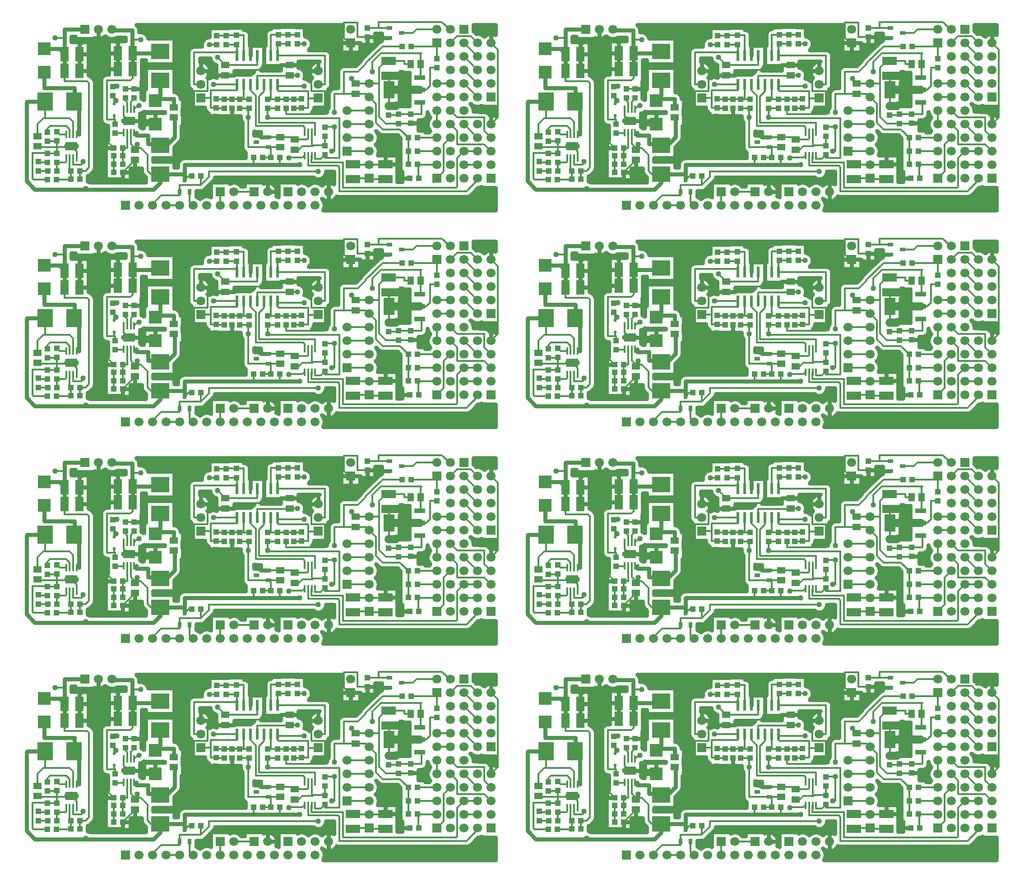
<source format=gbr>
G04 DipTrace 2.4.0.2*
%INTop.gbr*%
%MOIN*%
%ADD13C,0.013*%
%ADD14C,0.03*%
%ADD15C,0.025*%
%ADD16C,0.06*%
%ADD17C,0.04*%
%ADD18R,0.0591X0.0512*%
%ADD19R,0.0394X0.0433*%
%ADD20R,0.063X0.1063*%
%ADD21R,0.0433X0.0394*%
%ADD22R,0.0512X0.0591*%
%ADD23R,0.1063X0.063*%
%ADD25R,0.0945X0.0945*%
%ADD27R,0.0236X0.0236*%
%ADD28R,0.0669X0.0669*%
%ADD29C,0.0669*%
%ADD30R,0.1161X0.1378*%
%ADD31R,0.1378X0.1161*%
%ADD33R,0.0413X0.0256*%
%ADD34R,0.0256X0.0413*%
%ADD36R,0.0157X0.0551*%
%ADD37R,0.0866X0.0591*%
%ADD38R,0.0846X0.0374*%
%ADD39R,0.0846X0.128*%
%ADD40R,0.0236X0.0787*%
%FSLAX44Y44*%
G04*
G70*
G90*
G75*
G01*
%LNTop*%
%LPD*%
X33752Y15377D2*
D13*
Y14438D1*
X33690Y14376D1*
X23359Y8502D2*
Y7940D1*
D14*
X21396D1*
D13*
Y8502D1*
X12328Y10316D2*
Y9489D1*
X12629Y9189D1*
Y9066D1*
X12628Y9065D1*
X14504Y7253D2*
X13816D1*
X13565Y7504D1*
Y8690D1*
X13065Y9190D1*
X12628D1*
X8078Y10173D2*
Y11116D1*
X7816Y11378D1*
X6003D1*
Y12628D1*
X5441Y10066D2*
Y10941D1*
X5878Y11378D1*
X6003D1*
X14504Y7253D2*
D14*
Y6627D1*
X14004Y6128D1*
X8941D1*
X5253D1*
X4628Y6753D1*
Y12566D1*
X4691Y12628D1*
X6003D1*
X21396Y7940D2*
X16315D1*
Y7253D1*
X14504D1*
X8078Y8440D2*
D13*
Y7940D1*
X8691D1*
X8816Y8065D1*
Y8190D1*
X9004Y6190D2*
X8941Y6128D1*
X16314Y6846D2*
D14*
X16315Y7253D1*
X16833Y7128D2*
D13*
X16596D1*
X16314Y6846D1*
X12628Y9065D2*
Y9253D1*
X12815Y9440D1*
X11315Y13752D2*
X11021D1*
X11003Y13734D1*
X31128Y6878D2*
X30002D1*
X29940Y6940D1*
X28815D1*
X28753Y6878D1*
X24815Y7940D2*
D14*
X23359D1*
X33752Y15377D2*
D13*
Y16127D1*
X33815Y16190D1*
X30815D1*
X30190Y15565D1*
Y14815D1*
X21692Y13879D2*
Y14504D1*
X24005D1*
X24067Y14566D1*
X8566Y7503D2*
Y6878D1*
X7441Y16128D2*
D14*
Y14879D1*
X5941Y16504D2*
X7065D1*
X7441Y16128D1*
Y17940D1*
X8940D1*
X24067Y14566D2*
D13*
X24630D1*
X6753Y17316D2*
X7378D1*
Y16191D1*
X7441Y16128D1*
Y14879D2*
Y14127D1*
X9127D1*
X9252Y14002D1*
Y7752D1*
X9004Y7503D1*
X8566D1*
X28940Y13190D2*
X28065D1*
Y14815D1*
X29127D1*
X29690Y15378D1*
Y15440D1*
X30940Y16690D1*
X32378D1*
X28065Y13190D2*
X27380D1*
Y11816D1*
Y10753D2*
X26711D1*
X26693Y10735D1*
X15940Y5940D2*
Y6440D1*
X17503D1*
X18127Y7065D1*
Y7440D1*
X26190D1*
X27190Y8940D2*
X27380D1*
Y10753D1*
X17503Y7128D2*
Y6440D1*
X13940Y4940D2*
Y5065D1*
X14565Y5690D1*
X15940D1*
Y5940D1*
X28940Y13190D2*
X29690D1*
X29940Y12940D1*
X32833Y9940D2*
Y8940D1*
Y8003D2*
Y8940D1*
X29940Y12940D2*
X30440Y12440D1*
Y11065D1*
X30940Y10565D1*
X32208D1*
X32833Y9940D1*
X19317Y15314D2*
X21692D1*
Y16005D1*
X12481Y16191D2*
D14*
Y15004D1*
Y16191D2*
X14359D1*
D13*
X14504Y16336D1*
X12481Y16191D2*
X12441Y16231D1*
D14*
Y17191D1*
Y17879D1*
X11001D1*
D13*
X10940Y17940D1*
X19317Y15314D2*
Y15316D1*
X18755Y15879D1*
X13066Y17191D2*
X12441D1*
X12481Y15004D2*
Y14356D1*
X12315Y14190D1*
X10565D1*
Y11296D1*
X11127D1*
X11190D1*
Y10940D1*
X11127Y11574D2*
Y11296D1*
X35940Y16940D2*
X36440Y17440D1*
X37440D1*
X37940Y16940D1*
X36940D2*
X37940Y15940D1*
X36940D2*
X37940Y14940D1*
X36940D2*
X37940Y13940D1*
X36940D2*
X37940Y12940D1*
X35940Y11940D2*
X36440Y11440D1*
X38440D1*
Y10440D1*
X38940Y9940D1*
Y8940D2*
X38440Y9440D1*
X36440D1*
Y10440D1*
X35940Y10940D1*
X36940D2*
X37940Y9940D1*
X25193Y8628D2*
X25128D1*
X25002Y8502D1*
X24065D1*
X24002Y8440D1*
X21192Y13879D2*
Y13441D1*
X21567Y13066D1*
Y10816D1*
X25068D1*
X25193Y10691D1*
Y10360D1*
X25960D2*
Y11066D1*
X21817D1*
Y13003D1*
X22192Y13378D1*
Y13878D1*
Y13879D1*
X32127Y11002D2*
X32984D1*
X33002Y11021D1*
X31377Y15615D2*
X32543D1*
Y15377D1*
X33003D1*
X32940Y6940D2*
X32128D1*
X32003Y7065D1*
Y8002D1*
X31150D1*
X31128Y7980D1*
X31440Y17317D2*
X29894D1*
X29815Y17396D1*
X31377Y15615D2*
X31178D1*
X30690Y15127D1*
Y13940D1*
Y11502D1*
X31190Y11002D1*
X32127D1*
X38940Y16940D2*
X39440Y16440D1*
Y11440D1*
X38940Y10940D1*
X29815Y17396D2*
X29065D1*
Y18442D1*
X28065D1*
Y17315D1*
X28440Y16940D1*
X28565D1*
X25449Y10360D2*
Y9884D1*
X25380Y9816D1*
X24445D1*
X24443Y9814D1*
X22505Y10001D2*
X23378D1*
X24443D1*
Y9814D1*
X24067Y15314D2*
X22257D1*
X22192Y15379D1*
Y16004D1*
Y16005D1*
X19317Y14566D2*
X20192D1*
X20567Y14941D1*
X21942D1*
X22257Y15256D1*
Y15314D1*
X21192Y16005D2*
Y17504D1*
X22192D1*
Y16005D1*
X23817Y12129D2*
Y11691D1*
X26693D1*
Y13395D1*
X25693D1*
Y14879D1*
X26192D1*
X17504Y14878D2*
X18005D1*
Y13391D1*
X17004D1*
Y11628D1*
X20380D1*
X19817D1*
Y12129D1*
X19317Y14566D2*
Y14441D1*
X18942D1*
X18505Y14878D1*
X17504D1*
X24067Y15314D2*
X25070D1*
X25505Y14879D1*
X26192D1*
X12200Y11182D2*
D14*
X13888D1*
D13*
X14129Y10941D1*
X11816Y12048D2*
Y11566D1*
X12200Y11182D1*
X11379Y16191D2*
D14*
Y15004D1*
X12565Y13565D2*
D13*
X11958D1*
X11940Y13547D1*
X11085Y9191D2*
X10691D1*
X10503Y9002D1*
Y6940D1*
X11754D1*
Y7358D1*
X11734Y7378D1*
X12628Y8317D2*
Y8271D1*
X11734Y7378D1*
X6191Y9690D2*
X6860D1*
X6878Y9709D1*
Y9253D1*
Y8797D1*
X6191Y8779D2*
X6860D1*
X6878Y8797D1*
Y9253D2*
X8003D1*
X7950Y9307D1*
X8334Y8440D2*
Y8923D1*
X7950Y9307D1*
X5441Y9318D2*
X5626D1*
X5691Y9253D1*
X6878D1*
X8543Y16128D2*
D14*
Y14879D1*
Y16128D2*
D13*
X8629D1*
Y16941D1*
X11379Y16191D2*
X11315D1*
Y17065D1*
X7950Y9307D2*
D3*
X12191Y11191D2*
X12200Y11182D1*
X11085Y9191D2*
X11066D1*
X10566Y9691D1*
X12628Y8317D2*
Y6690D1*
X22505Y10001D2*
X21757D1*
X21505Y10253D1*
X20380D2*
Y11628D1*
X6191Y6860D2*
X5145D1*
X5065Y6940D1*
Y8815D1*
X6155D1*
X6191Y8779D1*
X29940Y7940D2*
X28792D1*
X28753Y7980D1*
X29940Y7940D2*
X31088D1*
X31128Y7980D1*
X14940Y4940D2*
X15940D1*
X28940Y13938D2*
X29938D1*
X29940Y13940D1*
X30690D1*
X28940Y13938D2*
Y14003D1*
X28628Y14315D1*
X31440Y18065D2*
X30628D1*
X29815D1*
X35940Y17940D2*
X35878D1*
X35315Y18503D1*
X30628D1*
Y18065D1*
X31407Y13471D2*
Y12326D1*
X31377Y12297D1*
X31407Y13471D2*
Y14484D1*
X31377Y14513D1*
X33690Y13471D2*
X34158D1*
X34440Y13753D1*
Y15127D1*
X34940D1*
X31407Y13471D2*
X33690D1*
X36940Y8940D2*
X37940D1*
X36940D2*
X36440Y8440D1*
Y6315D1*
X36378Y6252D1*
X28003D1*
Y8128D1*
X25690D1*
Y8613D1*
X25705Y8628D1*
X6209Y7485D2*
X5520D1*
X5503Y7502D1*
X8334Y10173D2*
X8504Y10191D1*
D14*
Y12274D1*
X8149Y12628D1*
X5941Y14772D2*
Y13627D1*
X8191D1*
Y12670D1*
X8149Y12628D1*
X6860Y6860D2*
D13*
X7878D1*
X7897Y6878D1*
Y7503D2*
Y6878D1*
X7822Y8440D2*
Y7578D1*
X7897Y7503D1*
X7566Y8440D2*
Y8190D1*
X7503Y8128D1*
X6878D1*
Y7485D1*
X14504Y9399D2*
D14*
X14962D1*
X15567Y10003D1*
Y11378D1*
X15504Y11441D1*
X12584Y10316D2*
D13*
X12754D1*
D14*
Y10128D1*
X13618D1*
Y9503D1*
X14399D1*
X14504Y9399D1*
X7566Y10173D2*
D13*
X7084D1*
X6878Y10378D1*
X6191Y10360D2*
Y10628D1*
X6378Y10815D1*
X7566D1*
X7816Y10565D1*
Y10179D1*
X7822Y10173D1*
X15504Y12189D2*
D14*
Y12816D1*
X13986D1*
X14129Y12673D1*
X14504Y14191D2*
Y13048D1*
X14129Y12673D1*
X11190Y10271D2*
D13*
X11771D1*
X11816Y10316D1*
X12072D2*
Y9196D1*
X12066Y9191D1*
X11754D1*
X11734Y8628D2*
Y9171D1*
X11754Y9191D1*
X11734Y8003D2*
Y8628D1*
X11065D2*
Y8003D1*
Y7378D1*
X12072Y12048D2*
Y12558D1*
X11940Y12690D1*
Y12878D1*
X12328Y12048D2*
Y12578D1*
X12565Y12815D1*
Y12896D1*
X31377Y11628D2*
X32127D1*
Y11672D1*
X32984D1*
X33002Y11690D1*
X33815D1*
Y12440D1*
X33690Y12565D1*
X34940Y17940D2*
X33440D1*
X33191Y17691D1*
X32346D1*
X26693Y10066D2*
Y9360D1*
X25705Y10360D2*
Y9378D1*
X26755D1*
X26774Y9360D1*
X26693D1*
X24443Y9065D2*
X24755D1*
X25005Y9316D1*
X25767D1*
X25705Y9378D1*
X34940Y15797D2*
Y16940D1*
X33047Y16690D2*
X34690D1*
X34940Y16940D1*
X20692Y13879D2*
Y12816D1*
X20398D1*
X20380Y12798D1*
X19817D2*
X20398Y12816D1*
X19817Y12798D2*
X19255D1*
X18648D1*
X18630Y12816D1*
X21065Y12797D2*
X20646D1*
X20398Y12816D1*
X22692Y13879D2*
Y12813D1*
X22707Y12798D1*
X23192D1*
X23817D1*
X24380D1*
X24924D1*
X24942Y12816D1*
X22440Y12797D2*
X22707Y12798D1*
X20692Y16005D2*
Y17504D1*
X20130D1*
X19398D1*
X19380Y17486D1*
X18692D1*
X23943Y17566D2*
X23273D1*
X23255Y17548D1*
X22711D1*
X22692Y17566D1*
Y16005D1*
X24630Y17548D2*
X23961D1*
X23943Y17566D1*
X29940Y8940D2*
X28319D1*
X28318Y8941D1*
Y9941D2*
X29939D1*
X29940Y9940D1*
Y10940D2*
X28319D1*
X28318Y10941D1*
Y11941D2*
X29939D1*
X29940Y11940D1*
X34940Y7940D2*
X33565D1*
X33503Y8003D1*
X33609Y6940D2*
X33565D1*
Y7940D1*
X34940Y8940D2*
X33503D1*
Y9940D2*
X34940D1*
Y10940D2*
Y11940D1*
X11127Y12440D2*
Y12568D1*
Y12940D1*
X11003Y13065D1*
X11127Y12568D2*
X11250Y12690D1*
X12940Y12315D2*
X12851D1*
X12584Y12048D1*
X6191Y8110D2*
X5565D1*
X5503Y8172D1*
X21440Y5940D2*
X19940D1*
X18940D2*
Y4940D1*
X25960Y8628D2*
Y8378D1*
X26380D1*
X26693Y8690D1*
X22065Y8502D2*
X22690D1*
Y9253D1*
X22505D1*
X23378D1*
X22505D2*
X21003D1*
Y11441D1*
Y12129D1*
X20380D1*
X26693Y8690D2*
Y8440D1*
X27756D1*
Y11378D1*
X22505D1*
X22440Y11443D1*
Y12129D1*
X23192D1*
X21065Y12127D2*
X20381D1*
X20380Y12129D1*
X23191Y12127D2*
X23192Y12129D1*
X25449Y8628D2*
Y7878D1*
X27631D1*
X27756Y7753D1*
Y6003D1*
X37128D1*
X37940Y6815D1*
Y6940D1*
X36940Y7940D2*
X37940D1*
X16688Y5940D2*
Y5192D1*
X16940Y4940D1*
X19255Y12129D2*
X18648D1*
X18630Y12147D1*
X18252D1*
Y12878D1*
Y13441D1*
X20192D1*
Y13879D1*
X17504Y12878D2*
X18252D1*
X18692Y16816D2*
X18130D1*
X18442Y13879D2*
X20192D1*
Y16005D2*
Y16772D1*
X20130Y16835D1*
X19398D1*
X19380Y16816D1*
X17504Y13878D2*
X17004D1*
Y16254D1*
X20192D1*
Y16005D1*
X24380Y12129D2*
X24924D1*
X24942Y12147D1*
X25440D1*
Y12850D1*
Y13378D1*
X23255D1*
X23193Y13441D1*
Y13878D1*
X23192Y13879D1*
X25440Y12850D2*
X26164D1*
X26192Y12879D1*
X24630Y16879D2*
X25130D1*
Y13754D2*
X23192D1*
Y13879D1*
Y16005D2*
Y16816D1*
X23255Y16879D1*
X23924D1*
X23943Y16897D1*
X26192Y13879D2*
X26693D1*
Y16005D1*
X23192D1*
X34940Y13940D2*
X35940D1*
Y9940D2*
X35440Y9440D1*
Y7440D1*
X34940Y6940D1*
Y12940D2*
X35940D1*
D17*
X8816Y8190D3*
X9004Y6190D3*
X12815Y9440D3*
X11315Y13752D3*
X24815Y7940D3*
X30190Y14815D3*
X24630Y14566D3*
X6753Y17316D3*
X27380Y11816D3*
Y10753D3*
X26190Y7440D3*
X27190Y8940D3*
X27380Y10753D3*
X18755Y15879D3*
X13066Y17191D3*
X24002Y8440D3*
X8629Y16941D3*
X11315Y17065D3*
X7950Y9307D3*
X12191Y11191D3*
X10566Y9691D3*
X12628Y6690D3*
X21505Y10253D3*
X20380D3*
X28628Y14315D3*
X11250Y12690D3*
X12940Y12315D3*
X21003Y11441D3*
X22440Y11443D3*
X18130Y16816D3*
X18442Y13879D3*
X25130Y16879D3*
Y13754D3*
X9940Y15940D3*
Y15440D3*
Y14940D3*
Y14440D3*
Y13940D3*
Y13440D3*
Y12940D3*
Y12440D3*
Y11940D3*
Y11440D3*
Y10940D3*
Y10440D3*
Y9940D3*
Y9440D3*
Y8940D3*
X16440Y15940D3*
Y15440D3*
Y14940D3*
Y14440D3*
Y13940D3*
Y13440D3*
Y12940D3*
Y12440D3*
Y11940D3*
Y11440D3*
Y10940D3*
Y10440D3*
Y9940D3*
Y9440D3*
Y8940D3*
X32256Y14504D3*
Y14004D3*
Y13504D3*
Y13004D3*
X32819Y14504D3*
Y14004D3*
Y13504D3*
Y13004D3*
X32256Y12503D3*
X32819D3*
X31381Y13754D3*
Y13254D3*
X8315Y9315D3*
X7627D3*
X11815Y11190D3*
X12565D3*
X32268Y14566D2*
D15*
X32905D1*
X32268Y14318D2*
X32905D1*
X32268Y14069D2*
X32905D1*
X32190Y13820D2*
X32905D1*
X32190Y13572D2*
X32905D1*
X32190Y13323D2*
X32905D1*
X32190Y13074D2*
X32905D1*
X32190Y12825D2*
X32905D1*
X32190Y12577D2*
X32905D1*
X31936Y12328D2*
X32905D1*
X32934Y14747D2*
X32413D1*
Y14814D1*
X32244Y14813D1*
Y13863D1*
X32165D1*
Y12496D1*
X31909D1*
Y12252D1*
X32928D1*
X32932Y12793D1*
X32936Y13087D1*
X32932Y13199D1*
Y14749D1*
X31377Y14513D2*
D16*
X32244D1*
X31377Y12297D2*
X31909D1*
X32932Y13471D2*
X33690D1*
X31407D2*
X32164D1*
X12972Y17991D2*
D14*
X18104D1*
X20719D2*
X22623D1*
X25218D2*
X27840D1*
X37668D2*
X39261D1*
X13349Y17693D2*
X18104D1*
X21104D2*
X22254D1*
X25218D2*
X27885D1*
X37820D2*
X39261D1*
X7981Y17394D2*
X8212D1*
X13620D2*
X18104D1*
X21149D2*
X22238D1*
X25386D2*
X27840D1*
X30405D2*
X30842D1*
X7981Y17095D2*
X11899D1*
X15584D2*
X17612D1*
X21149D2*
X22238D1*
X25677D2*
X27840D1*
X30405D2*
X30776D1*
X9248Y16797D2*
X10673D1*
X15584D2*
X17538D1*
X21149D2*
X22238D1*
X25718D2*
X27840D1*
X29290D2*
X30411D1*
X9248Y16498D2*
X10673D1*
X15584D2*
X16623D1*
X25574D2*
X27840D1*
X29290D2*
X30116D1*
X9248Y16199D2*
X10673D1*
X15584D2*
X16549D1*
X27104D2*
X29816D1*
X9248Y15900D2*
X10673D1*
X15584D2*
X16549D1*
X27149D2*
X29517D1*
X9248Y15602D2*
X10673D1*
X13189D2*
X13424D1*
X15584D2*
X16549D1*
X17462D2*
X18235D1*
X27149D2*
X29267D1*
X9248Y15303D2*
X10673D1*
X13189D2*
X16549D1*
X18086D2*
X18629D1*
X24754D2*
X25609D1*
X27149D2*
X28984D1*
X9248Y15004D2*
X10673D1*
X13189D2*
X13424D1*
X15584D2*
X16549D1*
X18221D2*
X18629D1*
X22015D2*
X23382D1*
X25012D2*
X25477D1*
X27149D2*
X27651D1*
X9248Y14706D2*
X10673D1*
X13189D2*
X13424D1*
X15584D2*
X16549D1*
X18209D2*
X18629D1*
X20005D2*
X21286D1*
X25205D2*
X25486D1*
X27149D2*
X27610D1*
X9482Y14407D2*
X10168D1*
X13189D2*
X13424D1*
X15584D2*
X16549D1*
X18049D2*
X18223D1*
X25201D2*
X25650D1*
X27149D2*
X27610D1*
X9695Y14108D2*
X10107D1*
X13152D2*
X13424D1*
X15584D2*
X16549D1*
X27149D2*
X27610D1*
X9707Y13810D2*
X10107D1*
X13152D2*
X13424D1*
X15584D2*
X16554D1*
X27145D2*
X27610D1*
X9707Y13511D2*
X10107D1*
X13152D2*
X13424D1*
X15584D2*
X16759D1*
X9707Y13212D2*
X10107D1*
X15859D2*
X16779D1*
X9707Y12914D2*
X10107D1*
X16035D2*
X16779D1*
X9707Y12615D2*
X10107D1*
X16191D2*
X16779D1*
X9707Y12316D2*
X10107D1*
X16191D2*
X16779D1*
X9707Y12018D2*
X10107D1*
X16191D2*
X17817D1*
X25878D2*
X26827D1*
X37664D2*
X39261D1*
X9707Y11719D2*
X10107D1*
X13054D2*
X13264D1*
X16191D2*
X18042D1*
X38792D2*
X39261D1*
X9707Y11420D2*
X10107D1*
X13054D2*
X13264D1*
X16191D2*
X20413D1*
X34174D2*
X34405D1*
X9707Y11121D2*
X10144D1*
X13025D2*
X13264D1*
X16191D2*
X20511D1*
X33592D2*
X34237D1*
X9707Y10823D2*
X10603D1*
X13054D2*
X13264D1*
X16191D2*
X20544D1*
X33592D2*
X34225D1*
X9707Y10524D2*
X10603D1*
X16109D2*
X20544D1*
X33592D2*
X34352D1*
X9707Y10225D2*
X10603D1*
X16109D2*
X20544D1*
X21461D2*
X21905D1*
X9707Y9927D2*
X10603D1*
X16101D2*
X20544D1*
X30668D2*
X32211D1*
X9707Y9628D2*
X10476D1*
X15945D2*
X20544D1*
X30594D2*
X32224D1*
X9707Y9329D2*
X10476D1*
X15646D2*
X20544D1*
X30549D2*
X32224D1*
X9707Y9031D2*
X10455D1*
X15584D2*
X20609D1*
X30660D2*
X32224D1*
X9707Y8732D2*
X10455D1*
X15584D2*
X20786D1*
X30635D2*
X32224D1*
X9707Y8433D2*
X10455D1*
X14022D2*
X16148D1*
X32050D2*
X32222D1*
X9707Y8135D2*
X10455D1*
X15584D2*
X15811D1*
X32050D2*
X32222D1*
X9707Y7836D2*
X10455D1*
X15584D2*
X15774D1*
X32050D2*
X32222D1*
X9650Y7537D2*
X10455D1*
X12344D2*
X13109D1*
X32050D2*
X32222D1*
X9371Y7239D2*
X10455D1*
X12344D2*
X13203D1*
X26743D2*
X27298D1*
X32050D2*
X32330D1*
X9174Y6940D2*
X10455D1*
X12344D2*
X13424D1*
X18566D2*
X25904D1*
X26477D2*
X27298D1*
X32050D2*
X32330D1*
X9367Y6641D2*
X13424D1*
X18336D2*
X27298D1*
X18037Y6342D2*
X18214D1*
X23040D2*
X23214D1*
X17692Y6044D2*
X18214D1*
X37804D2*
X39261D1*
X17208Y5745D2*
X18214D1*
X37504D2*
X39261D1*
X27461Y5446D2*
X39261D1*
X26636Y5148D2*
X39261D1*
X26661Y4849D2*
X39261D1*
X9220Y15772D2*
Y14544D1*
X9374Y14476D1*
X9513Y14346D1*
X9625Y14211D1*
X9668Y14098D1*
X9650Y14159D1*
X9679Y14002D1*
Y7752D1*
X9659Y7623D1*
X9598Y7503D1*
X9462Y7357D1*
X9306Y7201D1*
X9196Y7123D1*
X9156Y7105D1*
X9144Y7043D1*
Y6736D1*
X9235Y6702D1*
X9337Y6641D1*
X13456Y6640D1*
X13453Y7012D1*
X13263Y7203D1*
X13186Y7308D1*
X13144Y7436D1*
X13138Y7636D1*
Y7697D1*
X12392Y7699D1*
X12313D1*
Y6819D1*
X10486D1*
X10491Y7936D1*
X10486Y8362D1*
X10491Y8561D1*
X10486Y8987D1*
Y9186D1*
X10507D1*
X10506Y9749D1*
X10632D1*
X10635Y10849D1*
X10603Y10869D1*
X10436Y10889D1*
X10319Y10947D1*
X10225Y11038D1*
X10163Y11153D1*
X10138Y11296D1*
Y14190D1*
X10158Y14319D1*
X10216Y14436D1*
X10307Y14530D1*
X10422Y14592D1*
X10565Y14617D1*
X10700D1*
X10703Y15897D1*
X10702Y17085D1*
X11930D1*
X11929Y17368D1*
X11338Y17367D1*
X11237Y17310D1*
X11114Y17265D1*
X10984Y17245D1*
X10853Y17249D1*
X10725Y17277D1*
X10605Y17329D1*
X10497Y17403D1*
X10442Y17458D1*
X10350Y17377D1*
X10237Y17310D1*
X10114Y17265D1*
X9984Y17245D1*
X9853Y17249D1*
X9725Y17277D1*
X9637Y17313D1*
Y17243D1*
X8243D1*
Y17428D1*
X7952D1*
X7953Y17025D1*
X8129Y17022D1*
X9220D1*
Y15773D1*
X16161Y12058D2*
Y10823D1*
X16075D1*
X16079Y10003D1*
X16062Y9873D1*
X16013Y9752D1*
X15929Y9641D1*
X15555Y9267D1*
Y8456D1*
X13992D1*
Y8194D1*
X15555Y8196D1*
Y7765D1*
X15804D1*
X15803Y7940D1*
X15820Y8070D1*
X15869Y8191D1*
X15947Y8296D1*
X16049Y8378D1*
X16169Y8431D1*
X16315Y8452D1*
X20814D1*
X20817Y8866D1*
X20768Y8896D1*
X20671Y8984D1*
X20605Y9097D1*
X20576Y9253D1*
Y11078D1*
X20530Y11136D1*
X20473Y11254D1*
X20444Y11381D1*
X20445Y11512D1*
X20454Y11548D1*
X19821Y11550D1*
X18696D1*
Y11570D1*
X18071Y11568D1*
Y11761D1*
X18018Y11790D1*
X17921Y11877D1*
X17855Y11990D1*
X17826Y12147D1*
Y12184D1*
X16808Y12182D1*
Y13502D1*
X16770Y13521D1*
X16673Y13609D1*
X16607Y13722D1*
X16577Y13878D1*
Y16254D1*
X16597Y16383D1*
X16656Y16500D1*
X16746Y16594D1*
X16861Y16656D1*
X17004Y16681D1*
X17583D1*
X17571Y16757D1*
X17572Y16888D1*
X17604Y17015D1*
X17664Y17131D1*
X17749Y17230D1*
X17856Y17307D1*
X17977Y17357D1*
X18134Y17376D1*
X18137Y17395D1*
X18133Y17826D1*
Y18064D1*
X19251Y18060D1*
X19346Y18064D1*
X19571D1*
Y18082D1*
X20689D1*
X20692Y17931D1*
X20821Y17911D1*
X20939Y17853D1*
X21033Y17762D1*
X21095Y17647D1*
X21119Y17504D1*
Y16762D1*
X21172Y16756D1*
X21290Y16760D1*
X22266D1*
Y17566D1*
X22286Y17696D1*
X22344Y17813D1*
X22435Y17907D1*
X22550Y17969D1*
X22682Y17993D1*
X22696Y18019D1*
Y18127D1*
X23381D1*
X23384Y18145D1*
X24501D1*
Y18124D1*
X25189Y18127D1*
Y17437D1*
X25362Y17391D1*
X25474Y17323D1*
X25568Y17232D1*
X25637Y17121D1*
X25680Y16997D1*
X25692Y16879D1*
X25677Y16749D1*
X25632Y16626D1*
X25560Y16517D1*
X25467Y16430D1*
X26693Y16431D1*
X26822Y16411D1*
X26939Y16353D1*
X27033Y16262D1*
X27095Y16147D1*
X27120Y16005D1*
Y13879D1*
X27100Y13749D1*
X27042Y13632D1*
X26959Y13545D1*
X26889Y13444D1*
Y12182D1*
X25868D1*
X25847Y12018D1*
X25789Y11901D1*
X25706Y11813D1*
X25917Y11805D1*
X26815D1*
X26823Y11887D1*
X26855Y12014D1*
X26915Y12131D1*
X26955Y12177D1*
X26954Y13190D1*
X26974Y13319D1*
X27032Y13436D1*
X27123Y13530D1*
X27238Y13592D1*
X27380Y13617D1*
X27639D1*
X27638Y14815D1*
X27658Y14944D1*
X27716Y15061D1*
X27807Y15155D1*
X27922Y15217D1*
X28065Y15242D1*
X28947D1*
X29287Y15578D1*
X29334Y15676D1*
X29388Y15742D1*
X30638Y16992D1*
X30744Y17069D1*
X30871Y17116D1*
Y17637D1*
X30377Y17638D1*
X30374Y17528D1*
Y16817D1*
X29261D1*
X29262Y16243D1*
X27868D1*
Y17637D1*
X27938D1*
X27903Y17724D1*
X27874Y17851D1*
X27870Y17982D1*
X27890Y18112D1*
X27934Y18235D1*
X27965Y18288D1*
X22905Y18290D1*
X12746D1*
X12785Y18258D1*
X12870Y18159D1*
X12927Y18041D1*
X12953Y17879D1*
Y17744D1*
X13043Y17753D1*
X13173Y17743D1*
X13298Y17703D1*
X13410Y17636D1*
X13504Y17544D1*
X13574Y17434D1*
X13619Y17276D1*
X15555Y17279D1*
Y15394D1*
X13453D1*
Y15677D1*
X13157Y15679D1*
X13154Y15298D1*
X13158Y14847D1*
Y14110D1*
X13121D1*
X13124Y13724D1*
Y12847D1*
X13284Y12760D1*
X13294Y12757D1*
Y13507D1*
X13453Y13510D1*
Y15133D1*
X15555D1*
Y13325D1*
X15617Y13315D1*
X15740Y13270D1*
X15848Y13195D1*
X15933Y13096D1*
X15989Y12978D1*
X16016Y12804D1*
X16161Y12807D1*
X16157Y11571D1*
X14847Y11772D2*
Y11837D1*
X13294Y11838D1*
Y11875D1*
X13161Y11798D1*
X13023Y11760D1*
X13025Y11410D1*
X12996D1*
X12995Y10952D1*
X13025Y10953D1*
Y10752D1*
X13148Y10642D1*
X13291Y10640D1*
X13294Y10867D1*
Y11775D1*
X14847D1*
X19974Y14888D2*
X19975Y14634D1*
X20672Y14630D1*
X21106Y14634D1*
X21172Y14630D1*
X21335Y14738D1*
X21438Y14846D1*
X21430Y14887D1*
X19974Y14882D1*
X19970Y14696D1*
X18660Y14397D2*
Y15324D1*
X18590Y15341D1*
X18470Y15394D1*
X18366Y15473D1*
X18282Y15574D1*
X18225Y15692D1*
X18196Y15823D1*
X17432Y15827D1*
X17431Y15569D1*
X17529Y15575D1*
X17659Y15558D1*
X17783Y15517D1*
X17898Y15453D1*
X17998Y15370D1*
X18082Y15268D1*
X18145Y15153D1*
X18185Y15029D1*
X18201Y14899D1*
X18193Y14774D1*
X18161Y14647D1*
X18106Y14528D1*
X18030Y14421D1*
X17989Y14378D1*
X18168Y14369D1*
X18289Y14419D1*
X18418Y14440D1*
X18549Y14430D1*
X18662Y14394D1*
X24724Y15184D2*
X24725Y15122D1*
X24862Y15078D1*
X24974Y15011D1*
X25068Y14919D1*
X25137Y14808D1*
X25180Y14684D1*
X25192Y14566D1*
X25177Y14436D1*
X25133Y14317D1*
X25237Y14305D1*
X25362Y14266D1*
X25474Y14198D1*
X25541Y14132D1*
X25628Y14287D1*
X25706Y14376D1*
X25609Y14497D1*
X25548Y14613D1*
X25510Y14738D1*
X25496Y14868D1*
X25506Y14999D1*
X25541Y15125D1*
X25599Y15243D1*
X25677Y15348D1*
X25774Y15436D1*
X25886Y15504D1*
X26009Y15551D1*
X26138Y15573D1*
X26266Y15571D1*
X25906Y15578D1*
X24720D1*
X24725Y15486D1*
Y15119D1*
X23410Y14928D2*
X23414Y15184D1*
X23410Y15249D1*
X22712Y15253D1*
X22462Y15249D1*
X22114D1*
X22103Y15199D1*
X22049Y15080D1*
X21947Y14972D1*
X21955Y14931D1*
X23410Y14932D1*
Y15195D1*
X23172Y15249D1*
X22212Y15253D1*
X22111Y15249D1*
X22099Y15185D1*
X22041Y15068D1*
X21950Y14974D1*
X32018Y7554D2*
X32021Y6681D1*
X32362Y6679D1*
X32361Y7443D1*
X32255Y7444D1*
X32259Y8561D1*
X32255Y8644D1*
X32259Y9499D1*
X32255Y9775D1*
X32253Y9916D1*
X32030Y10140D1*
X30940Y10138D1*
X30811Y10158D1*
X30691Y10219D1*
X30545Y10356D1*
X30444Y10457D1*
X30569Y10239D1*
X30614Y10116D1*
X30637Y9940D1*
X30624Y9810D1*
X30588Y9684D1*
X30528Y9567D1*
X30420Y9439D1*
X30502Y9351D1*
X30569Y9239D1*
X30614Y9116D1*
X30637Y8940D1*
X30624Y8810D1*
X30575Y8658D1*
X32021Y8657D1*
X32020Y7303D1*
X37637Y18288D2*
Y17821D1*
X37742Y17742D1*
X37855Y17629D1*
X37938Y17637D1*
X38068Y17625D1*
X38194Y17589D1*
X38311Y17529D1*
X38440Y17422D1*
X38501Y17481D1*
X38610Y17554D1*
X38731Y17605D1*
X38859Y17632D1*
X38990Y17635D1*
X39120Y17613D1*
X39243Y17568D1*
X39290Y17543D1*
Y18289D1*
X37640Y18290D1*
X37423Y12440D2*
X37502Y12351D1*
X37569Y12239D1*
X37614Y12116D1*
X37637Y11940D1*
X37630Y11871D1*
X38440Y11867D1*
X38569Y11847D1*
X38686Y11789D1*
X38773Y11706D1*
X38833Y11628D1*
X38964Y11636D1*
X39094Y11619D1*
X39219Y11578D1*
X39290Y11543D1*
Y12244D1*
X38243Y12243D1*
Y12313D1*
X38114Y12265D1*
X37984Y12245D1*
X37853Y12249D1*
X37725Y12277D1*
X37605Y12329D1*
X37497Y12403D1*
X37442Y12458D1*
X20875Y6637D2*
X22137D1*
Y6567D1*
X22256Y6612D1*
X22386Y6635D1*
X22517Y6632D1*
X22645Y6606D1*
X22766Y6556D1*
X22875Y6484D1*
X22970Y6393D1*
X23045Y6285D1*
X23099Y6166D1*
X23130Y6039D1*
X23136Y5914D1*
X23119Y5784D1*
X23078Y5659D1*
X23062Y5626D1*
X23194Y5589D1*
X23242Y5565D1*
X23243Y6637D1*
X24637D1*
Y6567D1*
X24808Y6624D1*
X24938Y6637D1*
X25068Y6625D1*
X25194Y6589D1*
X25311Y6529D1*
X25440Y6422D1*
X25565Y6527D1*
X25682Y6587D1*
X25808Y6624D1*
X25938Y6637D1*
X26068Y6625D1*
X26194Y6589D1*
X26311Y6529D1*
X26440Y6422D1*
X26501Y6481D1*
X26610Y6554D1*
X26731Y6605D1*
X26859Y6632D1*
X26990Y6635D1*
X27120Y6613D1*
X27243Y6568D1*
X27329Y6518D1*
Y7450D1*
X26749Y7451D1*
X26737Y7310D1*
X26692Y7187D1*
X26620Y7078D1*
X26524Y6988D1*
X26411Y6923D1*
X26285Y6886D1*
X26154Y6879D1*
X26025Y6903D1*
X25905Y6955D1*
X25830Y7012D1*
X18550Y7013D1*
X18534Y6936D1*
X18473Y6816D1*
X18337Y6670D1*
X18305Y6638D1*
X19637Y6637D1*
Y6567D1*
X19808Y6624D1*
X19938Y6637D1*
X20068Y6625D1*
X20194Y6589D1*
X20311Y6529D1*
X20415Y6449D1*
X20489Y6367D1*
X20740D1*
X20743Y6637D1*
X20875D1*
X39288Y6243D2*
X38243D1*
Y6313D1*
X38114Y6265D1*
X37972Y6245D1*
X37429Y5701D1*
X37324Y5623D1*
X37196Y5582D1*
X36996Y5576D1*
X27756D1*
X27637Y5593D1*
X27555Y5612D1*
X27482Y5503D1*
X27391Y5409D1*
X27284Y5334D1*
X27164Y5280D1*
X27037Y5250D1*
X26906Y5244D1*
X26776Y5263D1*
X26652Y5306D1*
X26538Y5371D1*
X26439Y5455D1*
X26569Y5239D1*
X26614Y5116D1*
X26637Y4940D1*
X26624Y4810D1*
X26588Y4684D1*
X26541Y4592D1*
X28456Y4590D1*
X39287D1*
X39290Y5752D1*
Y6240D1*
X34459Y10440D2*
X34404Y10495D1*
X34330Y10603D1*
X34278Y10724D1*
X34249Y10851D1*
X34245Y10982D1*
X34265Y11112D1*
X34309Y11235D1*
X34375Y11348D1*
X34454Y11437D1*
X34330Y11603D1*
X34278Y11724D1*
X34249Y11864D1*
X34242Y11690D1*
X34222Y11561D1*
X34164Y11444D1*
X34073Y11350D1*
X33958Y11288D1*
X33815Y11263D1*
X33561Y11258D1*
Y10499D1*
X34081D1*
Y10364D1*
X34392Y10367D1*
X18243Y5567D2*
Y6578D1*
X17804Y6138D1*
X17699Y6061D1*
X17571Y6019D1*
X17371Y6013D1*
X17179D1*
X17178Y5594D1*
X17311Y5529D1*
X17440Y5422D1*
X17565Y5527D1*
X17682Y5587D1*
X17808Y5624D1*
X17938Y5637D1*
X18068Y5625D1*
X18194Y5589D1*
X18242Y5565D1*
X21936Y10117D2*
Y10390D1*
X21567Y10389D1*
X21448Y10406D1*
X21429Y10391D1*
Y10116D1*
X21937Y10117D1*
X8543Y14879D2*
X9220D1*
X8543Y17021D2*
Y16128D1*
X9220D1*
X12628Y8317D2*
Y7700D1*
X10702Y15004D2*
X11379D1*
Y17084D2*
Y16191D1*
X10702D2*
X11379D1*
X11734Y7378D2*
Y6819D1*
Y7378D2*
X12312D1*
X10507Y9191D2*
X11085D1*
X18660Y14566D2*
X19974D1*
X23410Y15314D2*
X24724D1*
X31128Y8656D2*
Y7980D1*
X32020D1*
X14129Y11775D2*
Y10941D1*
X13295D2*
X14129D1*
X22440Y6636D2*
Y5940D1*
X23136D1*
X38940Y11636D2*
Y10940D1*
Y17636D2*
Y16940D1*
X9940Y17940D2*
Y17244D1*
X17504Y15575D2*
Y14878D1*
X18201D1*
X26192Y15575D2*
Y14879D1*
X25496D2*
X26192D1*
X28565Y16940D2*
Y16244D1*
X27869Y16940D2*
X29261D1*
X26940Y6636D2*
Y5244D1*
X30872Y17317D2*
X31440D1*
X12565Y13565D2*
X13123D1*
X33002Y11021D2*
X33561D1*
X29815Y17396D2*
Y16818D1*
Y17396D2*
X30373D1*
X19817Y12129D2*
Y11551D1*
X32362Y6940D2*
X32940D1*
X12200Y11182D2*
X12995D1*
X21937Y10001D2*
X22505D1*
X22192Y16760D2*
Y15249D1*
X21192Y16760D2*
Y16005D1*
D18*
X5441Y10066D3*
Y9318D3*
D19*
X6878Y10378D3*
Y9709D3*
D20*
X7441Y14879D3*
X8543D3*
X7441Y16128D3*
X8543D3*
D21*
X8566Y6878D3*
X7897D3*
D19*
X6191Y8110D3*
Y8779D3*
X6878Y8128D3*
Y8797D3*
D18*
X12628Y9065D3*
Y8317D3*
D19*
X11940Y12878D3*
Y13547D3*
D18*
X15504Y11441D3*
Y12189D3*
D20*
X11379Y15004D3*
X12481D3*
X11379Y16191D3*
X12481D3*
D21*
X11065Y7378D3*
X11734D3*
X11754Y9191D3*
X11085D3*
D22*
X33752Y15377D3*
X33003D3*
D23*
X31377Y14513D3*
Y15615D3*
D19*
X32127Y11672D3*
Y11002D3*
X19255Y12129D3*
Y12798D3*
D18*
X24443Y9065D3*
Y9814D3*
X23378Y9253D3*
Y10001D3*
D19*
X24380Y12129D3*
Y12798D3*
X19380Y16816D3*
Y17486D3*
X23943Y16897D3*
Y17566D3*
D18*
X19317Y14566D3*
Y15314D3*
X24067Y14566D3*
Y15314D3*
X28940Y13190D3*
Y13938D3*
D23*
X28753Y6878D3*
Y7980D3*
X31128Y6878D3*
Y7980D3*
D25*
X5941Y16504D3*
Y14772D3*
X14129Y10941D3*
Y12673D3*
D27*
X11127Y12440D3*
Y11574D3*
D28*
X36940Y17940D3*
D29*
X35940D3*
X36940Y16940D3*
X35940D3*
X36940Y15940D3*
X35940D3*
X36940Y14940D3*
X35940D3*
X36940Y13940D3*
X35940D3*
X36940Y12940D3*
X35940D3*
X36940Y11940D3*
X35940D3*
X36940Y10940D3*
X35940D3*
X36940Y9940D3*
X35940D3*
X36940Y8940D3*
X35940D3*
X36940Y7940D3*
X35940D3*
X36940Y6940D3*
X35940D3*
D28*
X21440Y5940D3*
D29*
X22440D3*
D28*
X38940Y6940D3*
D29*
X37940D3*
X38940Y7940D3*
X37940D3*
X38940Y8940D3*
X37940D3*
X38940Y9940D3*
X37940D3*
X38940Y10940D3*
X37940D3*
D28*
X38940Y12940D3*
D29*
X37940D3*
X38940Y13940D3*
X37940D3*
X38940Y14940D3*
X37940D3*
X38940Y15940D3*
X37940D3*
X38940Y16940D3*
X37940D3*
D28*
X8940Y17940D3*
D29*
X9940D3*
X10940D3*
D28*
X17504Y12878D3*
D29*
Y13878D3*
Y14878D3*
D28*
X26192Y12879D3*
D29*
Y13879D3*
Y14879D3*
D28*
X34940Y16940D3*
D29*
Y17940D3*
D28*
X28565Y16940D3*
D29*
Y17940D3*
D28*
X28318Y8941D3*
D29*
Y9941D3*
Y10941D3*
Y11941D3*
D28*
X34940Y6940D3*
D29*
Y7940D3*
Y8940D3*
Y9940D3*
Y10940D3*
Y11940D3*
Y12940D3*
Y13940D3*
D28*
X29940Y6940D3*
D29*
Y7940D3*
Y8940D3*
Y9940D3*
Y10940D3*
Y11940D3*
Y12940D3*
Y13940D3*
D28*
X18940Y5940D3*
D29*
X19940D3*
D28*
X23940D3*
D29*
X24940D3*
X25940D3*
X26940D3*
D28*
X11940Y4940D3*
D29*
X12940D3*
X13940D3*
X14940D3*
X15940D3*
X16940D3*
X17940D3*
X18940D3*
X19940D3*
X20940D3*
X21940D3*
X22940D3*
X23940D3*
X24940D3*
X25940D3*
D30*
X6003Y12628D3*
X8149D3*
D31*
X14504Y7253D3*
Y9399D3*
Y14191D3*
Y16336D3*
D33*
X31440Y18065D3*
Y17317D3*
X32346Y17691D3*
D34*
X15940Y5940D3*
X16688D3*
X16314Y6846D3*
D21*
X8566Y7503D3*
X7897D3*
X6191Y6860D3*
X6860D3*
X6878Y7485D3*
X6209D3*
D19*
X6191Y9690D3*
Y10360D3*
X12565Y13565D3*
Y12896D3*
X11190Y10940D3*
Y10271D3*
D21*
X11065Y8628D3*
X11734D3*
D19*
X31377Y11628D3*
Y12297D3*
X33002Y11021D3*
Y11690D3*
X29815Y18065D3*
Y17396D3*
D21*
X32378Y16690D3*
X33047D3*
D19*
X34940Y15127D3*
Y15797D3*
D21*
X22065Y8502D3*
X21396D3*
X22690D3*
X23359D3*
D19*
X26693Y10066D3*
Y10735D3*
Y8690D3*
Y9360D3*
X20380Y12129D3*
Y12798D3*
X19817Y12129D3*
Y12798D3*
X18630Y12816D3*
Y12147D3*
X23192Y12129D3*
Y12798D3*
X23817Y12129D3*
Y12798D3*
X24942Y12816D3*
Y12147D3*
X20130Y17504D3*
Y16835D3*
X18692Y16816D3*
Y17486D3*
X23255Y17548D3*
Y16879D3*
X24630D3*
Y17548D3*
D21*
X17503Y7128D3*
X16833D3*
X32940Y6940D3*
X33609D3*
D19*
X21065Y12127D3*
Y12797D3*
X22440Y12127D3*
Y12797D3*
X11003Y13065D3*
Y13734D3*
X5503Y7502D3*
Y8172D3*
D21*
X11065Y8003D3*
X11734D3*
X33503D3*
X32833D3*
X33503Y8940D3*
X32833D3*
X33503Y9940D3*
X32833D3*
D36*
X7566Y8440D3*
X7822D3*
X8078D3*
X8334D3*
Y10173D3*
X8078D3*
X7822D3*
X7566D3*
D37*
X7950Y9307D3*
D36*
X11816Y10316D3*
X12072D3*
X12328D3*
X12584D3*
Y12048D3*
X12328D3*
X12072D3*
X11816D3*
D37*
X12200Y11182D3*
D38*
X33690Y12565D3*
Y13471D3*
Y14376D3*
D39*
X31407Y13471D3*
D36*
X25193Y8628D3*
X25449D3*
X25705D3*
X25960D3*
Y10360D3*
X25705D3*
X25449D3*
X25193D3*
D33*
X22505Y9253D3*
Y10001D3*
X21599Y9627D3*
D40*
X20192Y13879D3*
X20692D3*
X21192D3*
X21692D3*
X22192D3*
X22692D3*
X23192D3*
Y16005D3*
X22692D3*
X22192D3*
X21692D3*
X21192D3*
X20692D3*
X20192D3*
X70752Y15377D2*
D13*
Y14438D1*
X70690Y14376D1*
X60359Y8502D2*
Y7940D1*
D14*
X58396D1*
D13*
Y8502D1*
X49328Y10316D2*
Y9489D1*
X49629Y9189D1*
Y9066D1*
X49628Y9065D1*
X51504Y7253D2*
X50816D1*
X50565Y7504D1*
Y8690D1*
X50065Y9190D1*
X49628D1*
X45078Y10173D2*
Y11116D1*
X44816Y11378D1*
X43003D1*
Y12628D1*
X42441Y10066D2*
Y10941D1*
X42878Y11378D1*
X43003D1*
X51504Y7253D2*
D14*
Y6627D1*
X51004Y6128D1*
X45941D1*
X42253D1*
X41628Y6753D1*
Y12566D1*
X41691Y12628D1*
X43003D1*
X58396Y7940D2*
X53315D1*
Y7253D1*
X51504D1*
X45078Y8440D2*
D13*
Y7940D1*
X45691D1*
X45816Y8065D1*
Y8190D1*
X46004Y6190D2*
X45941Y6128D1*
X53314Y6846D2*
D14*
X53315Y7253D1*
X53833Y7128D2*
D13*
X53596D1*
X53314Y6846D1*
X49628Y9065D2*
Y9253D1*
X49815Y9440D1*
X48315Y13752D2*
X48021D1*
X48003Y13734D1*
X68128Y6878D2*
X67002D1*
X66940Y6940D1*
X65815D1*
X65753Y6878D1*
X61815Y7940D2*
D14*
X60359D1*
X70752Y15377D2*
D13*
Y16127D1*
X70815Y16190D1*
X67815D1*
X67190Y15565D1*
Y14815D1*
X58692Y13879D2*
Y14504D1*
X61005D1*
X61067Y14566D1*
X45566Y7503D2*
Y6878D1*
X44441Y16128D2*
D14*
Y14879D1*
X42941Y16504D2*
X44065D1*
X44441Y16128D1*
Y17940D1*
X45940D1*
X61067Y14566D2*
D13*
X61630D1*
X43753Y17316D2*
X44378D1*
Y16191D1*
X44441Y16128D1*
Y14879D2*
Y14127D1*
X46127D1*
X46252Y14002D1*
Y7752D1*
X46004Y7503D1*
X45566D1*
X65940Y13190D2*
X65065D1*
Y14815D1*
X66127D1*
X66690Y15378D1*
Y15440D1*
X67940Y16690D1*
X69378D1*
X65065Y13190D2*
X64380D1*
Y11816D1*
Y10753D2*
X63711D1*
X63693Y10735D1*
X52940Y5940D2*
Y6440D1*
X54503D1*
X55127Y7065D1*
Y7440D1*
X63190D1*
X64190Y8940D2*
X64380D1*
Y10753D1*
X54503Y7128D2*
Y6440D1*
X50940Y4940D2*
Y5065D1*
X51565Y5690D1*
X52940D1*
Y5940D1*
X65940Y13190D2*
X66690D1*
X66940Y12940D1*
X69833Y9940D2*
Y8940D1*
Y8003D2*
Y8940D1*
X66940Y12940D2*
X67440Y12440D1*
Y11065D1*
X67940Y10565D1*
X69208D1*
X69833Y9940D1*
X56317Y15314D2*
X58692D1*
Y16005D1*
X49481Y16191D2*
D14*
Y15004D1*
Y16191D2*
X51359D1*
D13*
X51504Y16336D1*
X49481Y16191D2*
X49441Y16231D1*
D14*
Y17191D1*
Y17879D1*
X48001D1*
D13*
X47940Y17940D1*
X56317Y15314D2*
Y15316D1*
X55755Y15879D1*
X50066Y17191D2*
X49441D1*
X49481Y15004D2*
Y14356D1*
X49315Y14190D1*
X47565D1*
Y11296D1*
X48127D1*
X48190D1*
Y10940D1*
X48127Y11574D2*
Y11296D1*
X72940Y16940D2*
X73440Y17440D1*
X74440D1*
X74940Y16940D1*
X73940D2*
X74940Y15940D1*
X73940D2*
X74940Y14940D1*
X73940D2*
X74940Y13940D1*
X73940D2*
X74940Y12940D1*
X72940Y11940D2*
X73440Y11440D1*
X75440D1*
Y10440D1*
X75940Y9940D1*
Y8940D2*
X75440Y9440D1*
X73440D1*
Y10440D1*
X72940Y10940D1*
X73940D2*
X74940Y9940D1*
X62193Y8628D2*
X62128D1*
X62002Y8502D1*
X61065D1*
X61002Y8440D1*
X58192Y13879D2*
Y13441D1*
X58567Y13066D1*
Y10816D1*
X62068D1*
X62193Y10691D1*
Y10360D1*
X62960D2*
Y11066D1*
X58817D1*
Y13003D1*
X59192Y13378D1*
Y13878D1*
Y13879D1*
X69127Y11002D2*
X69984D1*
X70002Y11021D1*
X68377Y15615D2*
X69543D1*
Y15377D1*
X70003D1*
X69940Y6940D2*
X69128D1*
X69003Y7065D1*
Y8002D1*
X68150D1*
X68128Y7980D1*
X68440Y17317D2*
X66894D1*
X66815Y17396D1*
X68377Y15615D2*
X68178D1*
X67690Y15127D1*
Y13940D1*
Y11502D1*
X68190Y11002D1*
X69127D1*
X75940Y16940D2*
X76440Y16440D1*
Y11440D1*
X75940Y10940D1*
X66815Y17396D2*
X66065D1*
Y18442D1*
X65065D1*
Y17315D1*
X65440Y16940D1*
X65565D1*
X62449Y10360D2*
Y9884D1*
X62380Y9816D1*
X61445D1*
X61443Y9814D1*
X59505Y10001D2*
X60378D1*
X61443D1*
Y9814D1*
X61067Y15314D2*
X59257D1*
X59192Y15379D1*
Y16004D1*
Y16005D1*
X56317Y14566D2*
X57192D1*
X57567Y14941D1*
X58942D1*
X59257Y15256D1*
Y15314D1*
X58192Y16005D2*
Y17504D1*
X59192D1*
Y16005D1*
X60817Y12129D2*
Y11691D1*
X63693D1*
Y13395D1*
X62693D1*
Y14879D1*
X63192D1*
X54504Y14878D2*
X55005D1*
Y13391D1*
X54004D1*
Y11628D1*
X57380D1*
X56817D1*
Y12129D1*
X56317Y14566D2*
Y14441D1*
X55942D1*
X55505Y14878D1*
X54504D1*
X61067Y15314D2*
X62070D1*
X62505Y14879D1*
X63192D1*
X49200Y11182D2*
D14*
X50888D1*
D13*
X51129Y10941D1*
X48816Y12048D2*
Y11566D1*
X49200Y11182D1*
X48379Y16191D2*
D14*
Y15004D1*
X49565Y13565D2*
D13*
X48958D1*
X48940Y13547D1*
X48085Y9191D2*
X47691D1*
X47503Y9002D1*
Y6940D1*
X48754D1*
Y7358D1*
X48734Y7378D1*
X49628Y8317D2*
Y8271D1*
X48734Y7378D1*
X43191Y9690D2*
X43860D1*
X43878Y9709D1*
Y9253D1*
Y8797D1*
X43191Y8779D2*
X43860D1*
X43878Y8797D1*
Y9253D2*
X45003D1*
X44950Y9307D1*
X45334Y8440D2*
Y8923D1*
X44950Y9307D1*
X42441Y9318D2*
X42626D1*
X42691Y9253D1*
X43878D1*
X45543Y16128D2*
D14*
Y14879D1*
Y16128D2*
D13*
X45629D1*
Y16941D1*
X48379Y16191D2*
X48315D1*
Y17065D1*
X44950Y9307D2*
D3*
X49191Y11191D2*
X49200Y11182D1*
X48085Y9191D2*
X48066D1*
X47566Y9691D1*
X49628Y8317D2*
Y6690D1*
X59505Y10001D2*
X58757D1*
X58505Y10253D1*
X57380D2*
Y11628D1*
X43191Y6860D2*
X42145D1*
X42065Y6940D1*
Y8815D1*
X43155D1*
X43191Y8779D1*
X66940Y7940D2*
X65792D1*
X65753Y7980D1*
X66940Y7940D2*
X68088D1*
X68128Y7980D1*
X51940Y4940D2*
X52940D1*
X65940Y13938D2*
X66938D1*
X66940Y13940D1*
X67690D1*
X65940Y13938D2*
Y14003D1*
X65628Y14315D1*
X68440Y18065D2*
X67628D1*
X66815D1*
X72940Y17940D2*
X72878D1*
X72315Y18503D1*
X67628D1*
Y18065D1*
X68407Y13471D2*
Y12326D1*
X68377Y12297D1*
X68407Y13471D2*
Y14484D1*
X68377Y14513D1*
X70690Y13471D2*
X71158D1*
X71440Y13753D1*
Y15127D1*
X71940D1*
X68407Y13471D2*
X70690D1*
X73940Y8940D2*
X74940D1*
X73940D2*
X73440Y8440D1*
Y6315D1*
X73378Y6252D1*
X65003D1*
Y8128D1*
X62690D1*
Y8613D1*
X62705Y8628D1*
X43209Y7485D2*
X42520D1*
X42503Y7502D1*
X45334Y10173D2*
X45504Y10191D1*
D14*
Y12274D1*
X45149Y12628D1*
X42941Y14772D2*
Y13627D1*
X45191D1*
Y12670D1*
X45149Y12628D1*
X43860Y6860D2*
D13*
X44878D1*
X44897Y6878D1*
Y7503D2*
Y6878D1*
X44822Y8440D2*
Y7578D1*
X44897Y7503D1*
X44566Y8440D2*
Y8190D1*
X44503Y8128D1*
X43878D1*
Y7485D1*
X51504Y9399D2*
D14*
X51962D1*
X52567Y10003D1*
Y11378D1*
X52504Y11441D1*
X49584Y10316D2*
D13*
X49754D1*
D14*
Y10128D1*
X50618D1*
Y9503D1*
X51399D1*
X51504Y9399D1*
X44566Y10173D2*
D13*
X44084D1*
X43878Y10378D1*
X43191Y10360D2*
Y10628D1*
X43378Y10815D1*
X44566D1*
X44816Y10565D1*
Y10179D1*
X44822Y10173D1*
X52504Y12189D2*
D14*
Y12816D1*
X50986D1*
X51129Y12673D1*
X51504Y14191D2*
Y13048D1*
X51129Y12673D1*
X48190Y10271D2*
D13*
X48771D1*
X48816Y10316D1*
X49072D2*
Y9196D1*
X49066Y9191D1*
X48754D1*
X48734Y8628D2*
Y9171D1*
X48754Y9191D1*
X48734Y8003D2*
Y8628D1*
X48065D2*
Y8003D1*
Y7378D1*
X49072Y12048D2*
Y12558D1*
X48940Y12690D1*
Y12878D1*
X49328Y12048D2*
Y12578D1*
X49565Y12815D1*
Y12896D1*
X68377Y11628D2*
X69127D1*
Y11672D1*
X69984D1*
X70002Y11690D1*
X70815D1*
Y12440D1*
X70690Y12565D1*
X71940Y17940D2*
X70440D1*
X70191Y17691D1*
X69346D1*
X63693Y10066D2*
Y9360D1*
X62705Y10360D2*
Y9378D1*
X63755D1*
X63774Y9360D1*
X63693D1*
X61443Y9065D2*
X61755D1*
X62005Y9316D1*
X62767D1*
X62705Y9378D1*
X71940Y15797D2*
Y16940D1*
X70047Y16690D2*
X71690D1*
X71940Y16940D1*
X57692Y13879D2*
Y12816D1*
X57398D1*
X57380Y12798D1*
X56817D2*
X57398Y12816D1*
X56817Y12798D2*
X56255D1*
X55648D1*
X55630Y12816D1*
X58065Y12797D2*
X57646D1*
X57398Y12816D1*
X59692Y13879D2*
Y12813D1*
X59707Y12798D1*
X60192D1*
X60817D1*
X61380D1*
X61924D1*
X61942Y12816D1*
X59440Y12797D2*
X59707Y12798D1*
X57692Y16005D2*
Y17504D1*
X57130D1*
X56398D1*
X56380Y17486D1*
X55692D1*
X60943Y17566D2*
X60273D1*
X60255Y17548D1*
X59711D1*
X59692Y17566D1*
Y16005D1*
X61630Y17548D2*
X60961D1*
X60943Y17566D1*
X66940Y8940D2*
X65319D1*
X65318Y8941D1*
Y9941D2*
X66939D1*
X66940Y9940D1*
Y10940D2*
X65319D1*
X65318Y10941D1*
Y11941D2*
X66939D1*
X66940Y11940D1*
X71940Y7940D2*
X70565D1*
X70503Y8003D1*
X70609Y6940D2*
X70565D1*
Y7940D1*
X71940Y8940D2*
X70503D1*
Y9940D2*
X71940D1*
Y10940D2*
Y11940D1*
X48127Y12440D2*
Y12568D1*
Y12940D1*
X48003Y13065D1*
X48127Y12568D2*
X48250Y12690D1*
X49940Y12315D2*
X49851D1*
X49584Y12048D1*
X43191Y8110D2*
X42565D1*
X42503Y8172D1*
X58440Y5940D2*
X56940D1*
X55940D2*
Y4940D1*
X62960Y8628D2*
Y8378D1*
X63380D1*
X63693Y8690D1*
X59065Y8502D2*
X59690D1*
Y9253D1*
X59505D1*
X60378D1*
X59505D2*
X58003D1*
Y11441D1*
Y12129D1*
X57380D1*
X63693Y8690D2*
Y8440D1*
X64756D1*
Y11378D1*
X59505D1*
X59440Y11443D1*
Y12129D1*
X60192D1*
X58065Y12127D2*
X57381D1*
X57380Y12129D1*
X60191Y12127D2*
X60192Y12129D1*
X62449Y8628D2*
Y7878D1*
X64631D1*
X64756Y7753D1*
Y6003D1*
X74128D1*
X74940Y6815D1*
Y6940D1*
X73940Y7940D2*
X74940D1*
X53688Y5940D2*
Y5192D1*
X53940Y4940D1*
X56255Y12129D2*
X55648D1*
X55630Y12147D1*
X55252D1*
Y12878D1*
Y13441D1*
X57192D1*
Y13879D1*
X54504Y12878D2*
X55252D1*
X55692Y16816D2*
X55130D1*
X55442Y13879D2*
X57192D1*
Y16005D2*
Y16772D1*
X57130Y16835D1*
X56398D1*
X56380Y16816D1*
X54504Y13878D2*
X54004D1*
Y16254D1*
X57192D1*
Y16005D1*
X61380Y12129D2*
X61924D1*
X61942Y12147D1*
X62440D1*
Y12850D1*
Y13378D1*
X60255D1*
X60193Y13441D1*
Y13878D1*
X60192Y13879D1*
X62440Y12850D2*
X63164D1*
X63192Y12879D1*
X61630Y16879D2*
X62130D1*
Y13754D2*
X60192D1*
Y13879D1*
Y16005D2*
Y16816D1*
X60255Y16879D1*
X60924D1*
X60943Y16897D1*
X63192Y13879D2*
X63693D1*
Y16005D1*
X60192D1*
X71940Y13940D2*
X72940D1*
Y9940D2*
X72440Y9440D1*
Y7440D1*
X71940Y6940D1*
Y12940D2*
X72940D1*
D17*
X45816Y8190D3*
X46004Y6190D3*
X49815Y9440D3*
X48315Y13752D3*
X61815Y7940D3*
X67190Y14815D3*
X61630Y14566D3*
X43753Y17316D3*
X64380Y11816D3*
Y10753D3*
X63190Y7440D3*
X64190Y8940D3*
X64380Y10753D3*
X55755Y15879D3*
X50066Y17191D3*
X61002Y8440D3*
X45629Y16941D3*
X48315Y17065D3*
X44950Y9307D3*
X49191Y11191D3*
X47566Y9691D3*
X49628Y6690D3*
X58505Y10253D3*
X57380D3*
X65628Y14315D3*
X48250Y12690D3*
X49940Y12315D3*
X58003Y11441D3*
X59440Y11443D3*
X55130Y16816D3*
X55442Y13879D3*
X62130Y16879D3*
Y13754D3*
X46940Y15940D3*
Y15440D3*
Y14940D3*
Y14440D3*
Y13940D3*
Y13440D3*
Y12940D3*
Y12440D3*
Y11940D3*
Y11440D3*
Y10940D3*
Y10440D3*
Y9940D3*
Y9440D3*
Y8940D3*
X53440Y15940D3*
Y15440D3*
Y14940D3*
Y14440D3*
Y13940D3*
Y13440D3*
Y12940D3*
Y12440D3*
Y11940D3*
Y11440D3*
Y10940D3*
Y10440D3*
Y9940D3*
Y9440D3*
Y8940D3*
X69256Y14504D3*
Y14004D3*
Y13504D3*
Y13004D3*
X69819Y14504D3*
Y14004D3*
Y13504D3*
Y13004D3*
X69256Y12503D3*
X69819D3*
X68381Y13754D3*
Y13254D3*
X45315Y9315D3*
X44627D3*
X48815Y11190D3*
X49565D3*
X69268Y14566D2*
D15*
X69905D1*
X69268Y14318D2*
X69905D1*
X69268Y14069D2*
X69905D1*
X69190Y13820D2*
X69905D1*
X69190Y13572D2*
X69905D1*
X69190Y13323D2*
X69905D1*
X69190Y13074D2*
X69905D1*
X69190Y12825D2*
X69905D1*
X69190Y12577D2*
X69905D1*
X68936Y12328D2*
X69905D1*
X69934Y14747D2*
X69413D1*
Y14814D1*
X69244Y14813D1*
Y13863D1*
X69165D1*
Y12496D1*
X68909D1*
Y12252D1*
X69928D1*
X69932Y12793D1*
X69936Y13087D1*
X69932Y13199D1*
Y14749D1*
X68377Y14513D2*
D16*
X69244D1*
X68377Y12297D2*
X68909D1*
X69932Y13471D2*
X70690D1*
X68407D2*
X69164D1*
X49972Y17991D2*
D14*
X55104D1*
X57719D2*
X59623D1*
X62218D2*
X64840D1*
X74668D2*
X76261D1*
X50349Y17693D2*
X55104D1*
X58104D2*
X59254D1*
X62218D2*
X64885D1*
X74820D2*
X76261D1*
X44981Y17394D2*
X45212D1*
X50620D2*
X55104D1*
X58149D2*
X59238D1*
X62386D2*
X64840D1*
X67405D2*
X67842D1*
X44981Y17095D2*
X48899D1*
X52584D2*
X54612D1*
X58149D2*
X59238D1*
X62677D2*
X64840D1*
X67405D2*
X67776D1*
X46248Y16797D2*
X47673D1*
X52584D2*
X54538D1*
X58149D2*
X59238D1*
X62718D2*
X64840D1*
X66290D2*
X67411D1*
X46248Y16498D2*
X47673D1*
X52584D2*
X53623D1*
X62574D2*
X64840D1*
X66290D2*
X67116D1*
X46248Y16199D2*
X47673D1*
X52584D2*
X53549D1*
X64104D2*
X66816D1*
X46248Y15900D2*
X47673D1*
X52584D2*
X53549D1*
X64149D2*
X66517D1*
X46248Y15602D2*
X47673D1*
X50189D2*
X50424D1*
X52584D2*
X53549D1*
X54462D2*
X55235D1*
X64149D2*
X66267D1*
X46248Y15303D2*
X47673D1*
X50189D2*
X53549D1*
X55086D2*
X55629D1*
X61754D2*
X62609D1*
X64149D2*
X65984D1*
X46248Y15004D2*
X47673D1*
X50189D2*
X50424D1*
X52584D2*
X53549D1*
X55221D2*
X55629D1*
X59015D2*
X60382D1*
X62012D2*
X62477D1*
X64149D2*
X64651D1*
X46248Y14706D2*
X47673D1*
X50189D2*
X50424D1*
X52584D2*
X53549D1*
X55209D2*
X55629D1*
X57005D2*
X58286D1*
X62205D2*
X62486D1*
X64149D2*
X64610D1*
X46482Y14407D2*
X47168D1*
X50189D2*
X50424D1*
X52584D2*
X53549D1*
X55049D2*
X55223D1*
X62201D2*
X62650D1*
X64149D2*
X64610D1*
X46695Y14108D2*
X47107D1*
X50152D2*
X50424D1*
X52584D2*
X53549D1*
X64149D2*
X64610D1*
X46707Y13810D2*
X47107D1*
X50152D2*
X50424D1*
X52584D2*
X53554D1*
X64145D2*
X64610D1*
X46707Y13511D2*
X47107D1*
X50152D2*
X50424D1*
X52584D2*
X53759D1*
X46707Y13212D2*
X47107D1*
X52859D2*
X53779D1*
X46707Y12914D2*
X47107D1*
X53035D2*
X53779D1*
X46707Y12615D2*
X47107D1*
X53191D2*
X53779D1*
X46707Y12316D2*
X47107D1*
X53191D2*
X53779D1*
X46707Y12018D2*
X47107D1*
X53191D2*
X54817D1*
X62878D2*
X63827D1*
X74664D2*
X76261D1*
X46707Y11719D2*
X47107D1*
X50054D2*
X50264D1*
X53191D2*
X55042D1*
X75792D2*
X76261D1*
X46707Y11420D2*
X47107D1*
X50054D2*
X50264D1*
X53191D2*
X57413D1*
X71174D2*
X71405D1*
X46707Y11121D2*
X47144D1*
X50025D2*
X50264D1*
X53191D2*
X57511D1*
X70592D2*
X71237D1*
X46707Y10823D2*
X47603D1*
X50054D2*
X50264D1*
X53191D2*
X57544D1*
X70592D2*
X71225D1*
X46707Y10524D2*
X47603D1*
X53109D2*
X57544D1*
X70592D2*
X71352D1*
X46707Y10225D2*
X47603D1*
X53109D2*
X57544D1*
X58461D2*
X58905D1*
X46707Y9927D2*
X47603D1*
X53101D2*
X57544D1*
X67668D2*
X69211D1*
X46707Y9628D2*
X47476D1*
X52945D2*
X57544D1*
X67594D2*
X69224D1*
X46707Y9329D2*
X47476D1*
X52646D2*
X57544D1*
X67549D2*
X69224D1*
X46707Y9031D2*
X47455D1*
X52584D2*
X57609D1*
X67660D2*
X69224D1*
X46707Y8732D2*
X47455D1*
X52584D2*
X57786D1*
X67635D2*
X69224D1*
X46707Y8433D2*
X47455D1*
X51022D2*
X53148D1*
X69050D2*
X69222D1*
X46707Y8135D2*
X47455D1*
X52584D2*
X52811D1*
X69050D2*
X69222D1*
X46707Y7836D2*
X47455D1*
X52584D2*
X52774D1*
X69050D2*
X69222D1*
X46650Y7537D2*
X47455D1*
X49344D2*
X50109D1*
X69050D2*
X69222D1*
X46371Y7239D2*
X47455D1*
X49344D2*
X50203D1*
X63743D2*
X64298D1*
X69050D2*
X69330D1*
X46174Y6940D2*
X47455D1*
X49344D2*
X50424D1*
X55566D2*
X62904D1*
X63477D2*
X64298D1*
X69050D2*
X69330D1*
X46367Y6641D2*
X50424D1*
X55336D2*
X64298D1*
X55037Y6342D2*
X55214D1*
X60040D2*
X60214D1*
X54692Y6044D2*
X55214D1*
X74804D2*
X76261D1*
X54208Y5745D2*
X55214D1*
X74504D2*
X76261D1*
X64461Y5446D2*
X76261D1*
X63636Y5148D2*
X76261D1*
X63661Y4849D2*
X76261D1*
X46220Y15772D2*
Y14544D1*
X46374Y14476D1*
X46513Y14346D1*
X46625Y14211D1*
X46668Y14098D1*
X46650Y14159D1*
X46679Y14002D1*
Y7752D1*
X46659Y7623D1*
X46598Y7503D1*
X46462Y7357D1*
X46306Y7201D1*
X46196Y7123D1*
X46156Y7105D1*
X46144Y7043D1*
Y6736D1*
X46235Y6702D1*
X46337Y6641D1*
X50456Y6640D1*
X50453Y7012D1*
X50263Y7203D1*
X50186Y7308D1*
X50144Y7436D1*
X50138Y7636D1*
Y7697D1*
X49392Y7699D1*
X49313D1*
Y6819D1*
X47486D1*
X47491Y7936D1*
X47486Y8362D1*
X47491Y8561D1*
X47486Y8987D1*
Y9186D1*
X47507D1*
X47506Y9749D1*
X47632D1*
X47635Y10849D1*
X47603Y10869D1*
X47436Y10889D1*
X47319Y10947D1*
X47225Y11038D1*
X47163Y11153D1*
X47138Y11296D1*
Y14190D1*
X47158Y14319D1*
X47216Y14436D1*
X47307Y14530D1*
X47422Y14592D1*
X47565Y14617D1*
X47700D1*
X47703Y15897D1*
X47702Y17085D1*
X48930D1*
X48929Y17368D1*
X48338Y17367D1*
X48237Y17310D1*
X48114Y17265D1*
X47984Y17245D1*
X47853Y17249D1*
X47725Y17277D1*
X47605Y17329D1*
X47497Y17403D1*
X47442Y17458D1*
X47350Y17377D1*
X47237Y17310D1*
X47114Y17265D1*
X46984Y17245D1*
X46853Y17249D1*
X46725Y17277D1*
X46637Y17313D1*
Y17243D1*
X45243D1*
Y17428D1*
X44952D1*
X44953Y17025D1*
X45129Y17022D1*
X46220D1*
Y15773D1*
X53161Y12058D2*
Y10823D1*
X53075D1*
X53079Y10003D1*
X53062Y9873D1*
X53013Y9752D1*
X52929Y9641D1*
X52555Y9267D1*
Y8456D1*
X50992D1*
Y8194D1*
X52555Y8196D1*
Y7765D1*
X52804D1*
X52803Y7940D1*
X52820Y8070D1*
X52869Y8191D1*
X52947Y8296D1*
X53049Y8378D1*
X53169Y8431D1*
X53315Y8452D1*
X57814D1*
X57817Y8866D1*
X57768Y8896D1*
X57671Y8984D1*
X57605Y9097D1*
X57576Y9253D1*
Y11078D1*
X57530Y11136D1*
X57473Y11254D1*
X57444Y11381D1*
X57445Y11512D1*
X57454Y11548D1*
X56821Y11550D1*
X55696D1*
Y11570D1*
X55071Y11568D1*
Y11761D1*
X55018Y11790D1*
X54921Y11877D1*
X54855Y11990D1*
X54826Y12147D1*
Y12184D1*
X53808Y12182D1*
Y13502D1*
X53770Y13521D1*
X53673Y13609D1*
X53607Y13722D1*
X53577Y13878D1*
Y16254D1*
X53597Y16383D1*
X53656Y16500D1*
X53746Y16594D1*
X53861Y16656D1*
X54004Y16681D1*
X54583D1*
X54571Y16757D1*
X54572Y16888D1*
X54604Y17015D1*
X54664Y17131D1*
X54749Y17230D1*
X54856Y17307D1*
X54977Y17357D1*
X55134Y17376D1*
X55137Y17395D1*
X55133Y17826D1*
Y18064D1*
X56251Y18060D1*
X56346Y18064D1*
X56571D1*
Y18082D1*
X57689D1*
X57692Y17931D1*
X57821Y17911D1*
X57939Y17853D1*
X58033Y17762D1*
X58095Y17647D1*
X58119Y17504D1*
Y16762D1*
X58172Y16756D1*
X58290Y16760D1*
X59266D1*
Y17566D1*
X59286Y17696D1*
X59344Y17813D1*
X59435Y17907D1*
X59550Y17969D1*
X59682Y17993D1*
X59696Y18019D1*
Y18127D1*
X60381D1*
X60384Y18145D1*
X61501D1*
Y18124D1*
X62189Y18127D1*
Y17437D1*
X62362Y17391D1*
X62474Y17323D1*
X62568Y17232D1*
X62637Y17121D1*
X62680Y16997D1*
X62692Y16879D1*
X62677Y16749D1*
X62632Y16626D1*
X62560Y16517D1*
X62467Y16430D1*
X63693Y16431D1*
X63822Y16411D1*
X63939Y16353D1*
X64033Y16262D1*
X64095Y16147D1*
X64120Y16005D1*
Y13879D1*
X64100Y13749D1*
X64042Y13632D1*
X63959Y13545D1*
X63889Y13444D1*
Y12182D1*
X62868D1*
X62847Y12018D1*
X62789Y11901D1*
X62706Y11813D1*
X62917Y11805D1*
X63815D1*
X63823Y11887D1*
X63855Y12014D1*
X63915Y12131D1*
X63955Y12177D1*
X63954Y13190D1*
X63974Y13319D1*
X64032Y13436D1*
X64123Y13530D1*
X64238Y13592D1*
X64380Y13617D1*
X64639D1*
X64638Y14815D1*
X64658Y14944D1*
X64716Y15061D1*
X64807Y15155D1*
X64922Y15217D1*
X65065Y15242D1*
X65947D1*
X66287Y15578D1*
X66334Y15676D1*
X66388Y15742D1*
X67638Y16992D1*
X67744Y17069D1*
X67871Y17116D1*
Y17637D1*
X67377Y17638D1*
X67374Y17528D1*
Y16817D1*
X66261D1*
X66262Y16243D1*
X64868D1*
Y17637D1*
X64938D1*
X64903Y17724D1*
X64874Y17851D1*
X64870Y17982D1*
X64890Y18112D1*
X64934Y18235D1*
X64965Y18288D1*
X59905Y18290D1*
X49746D1*
X49785Y18258D1*
X49870Y18159D1*
X49927Y18041D1*
X49953Y17879D1*
Y17744D1*
X50043Y17753D1*
X50173Y17743D1*
X50298Y17703D1*
X50410Y17636D1*
X50504Y17544D1*
X50574Y17434D1*
X50619Y17276D1*
X52555Y17279D1*
Y15394D1*
X50453D1*
Y15677D1*
X50157Y15679D1*
X50154Y15298D1*
X50158Y14847D1*
Y14110D1*
X50121D1*
X50124Y13724D1*
Y12847D1*
X50284Y12760D1*
X50294Y12757D1*
Y13507D1*
X50453Y13510D1*
Y15133D1*
X52555D1*
Y13325D1*
X52617Y13315D1*
X52740Y13270D1*
X52848Y13195D1*
X52933Y13096D1*
X52989Y12978D1*
X53016Y12804D1*
X53161Y12807D1*
X53157Y11571D1*
X51847Y11772D2*
Y11837D1*
X50294Y11838D1*
Y11875D1*
X50161Y11798D1*
X50023Y11760D1*
X50025Y11410D1*
X49996D1*
X49995Y10952D1*
X50025Y10953D1*
Y10752D1*
X50148Y10642D1*
X50291Y10640D1*
X50294Y10867D1*
Y11775D1*
X51847D1*
X56974Y14888D2*
X56975Y14634D1*
X57672Y14630D1*
X58106Y14634D1*
X58172Y14630D1*
X58335Y14738D1*
X58438Y14846D1*
X58430Y14887D1*
X56974Y14882D1*
X56970Y14696D1*
X55660Y14397D2*
Y15324D1*
X55590Y15341D1*
X55470Y15394D1*
X55366Y15473D1*
X55282Y15574D1*
X55225Y15692D1*
X55196Y15823D1*
X54432Y15827D1*
X54431Y15569D1*
X54529Y15575D1*
X54659Y15558D1*
X54783Y15517D1*
X54898Y15453D1*
X54998Y15370D1*
X55082Y15268D1*
X55145Y15153D1*
X55185Y15029D1*
X55201Y14899D1*
X55193Y14774D1*
X55161Y14647D1*
X55106Y14528D1*
X55030Y14421D1*
X54989Y14378D1*
X55168Y14369D1*
X55289Y14419D1*
X55418Y14440D1*
X55549Y14430D1*
X55662Y14394D1*
X61724Y15184D2*
X61725Y15122D1*
X61862Y15078D1*
X61974Y15011D1*
X62068Y14919D1*
X62137Y14808D1*
X62180Y14684D1*
X62192Y14566D1*
X62177Y14436D1*
X62133Y14317D1*
X62237Y14305D1*
X62362Y14266D1*
X62474Y14198D1*
X62541Y14132D1*
X62628Y14287D1*
X62706Y14376D1*
X62609Y14497D1*
X62548Y14613D1*
X62510Y14738D1*
X62496Y14868D1*
X62506Y14999D1*
X62541Y15125D1*
X62599Y15243D1*
X62677Y15348D1*
X62774Y15436D1*
X62886Y15504D1*
X63009Y15551D1*
X63138Y15573D1*
X63266Y15571D1*
X62906Y15578D1*
X61720D1*
X61725Y15486D1*
Y15119D1*
X60410Y14928D2*
X60414Y15184D1*
X60410Y15249D1*
X59712Y15253D1*
X59462Y15249D1*
X59114D1*
X59103Y15199D1*
X59049Y15080D1*
X58947Y14972D1*
X58955Y14931D1*
X60410Y14932D1*
Y15195D1*
X60172Y15249D1*
X59212Y15253D1*
X59111Y15249D1*
X59099Y15185D1*
X59041Y15068D1*
X58950Y14974D1*
X69018Y7554D2*
X69021Y6681D1*
X69362Y6679D1*
X69361Y7443D1*
X69255Y7444D1*
X69259Y8561D1*
X69255Y8644D1*
X69259Y9499D1*
X69255Y9775D1*
X69253Y9916D1*
X69030Y10140D1*
X67940Y10138D1*
X67811Y10158D1*
X67691Y10219D1*
X67545Y10356D1*
X67444Y10457D1*
X67569Y10239D1*
X67614Y10116D1*
X67637Y9940D1*
X67624Y9810D1*
X67588Y9684D1*
X67528Y9567D1*
X67420Y9439D1*
X67502Y9351D1*
X67569Y9239D1*
X67614Y9116D1*
X67637Y8940D1*
X67624Y8810D1*
X67575Y8658D1*
X69021Y8657D1*
X69020Y7303D1*
X74637Y18288D2*
Y17821D1*
X74742Y17742D1*
X74855Y17629D1*
X74938Y17637D1*
X75068Y17625D1*
X75194Y17589D1*
X75311Y17529D1*
X75440Y17422D1*
X75501Y17481D1*
X75610Y17554D1*
X75731Y17605D1*
X75859Y17632D1*
X75990Y17635D1*
X76120Y17613D1*
X76243Y17568D1*
X76290Y17543D1*
Y18289D1*
X74640Y18290D1*
X74423Y12440D2*
X74502Y12351D1*
X74569Y12239D1*
X74614Y12116D1*
X74637Y11940D1*
X74630Y11871D1*
X75440Y11867D1*
X75569Y11847D1*
X75686Y11789D1*
X75773Y11706D1*
X75833Y11628D1*
X75964Y11636D1*
X76094Y11619D1*
X76219Y11578D1*
X76290Y11543D1*
Y12244D1*
X75243Y12243D1*
Y12313D1*
X75114Y12265D1*
X74984Y12245D1*
X74853Y12249D1*
X74725Y12277D1*
X74605Y12329D1*
X74497Y12403D1*
X74442Y12458D1*
X57875Y6637D2*
X59137D1*
Y6567D1*
X59256Y6612D1*
X59386Y6635D1*
X59517Y6632D1*
X59645Y6606D1*
X59766Y6556D1*
X59875Y6484D1*
X59970Y6393D1*
X60045Y6285D1*
X60099Y6166D1*
X60130Y6039D1*
X60136Y5914D1*
X60119Y5784D1*
X60078Y5659D1*
X60062Y5626D1*
X60194Y5589D1*
X60242Y5565D1*
X60243Y6637D1*
X61637D1*
Y6567D1*
X61808Y6624D1*
X61938Y6637D1*
X62068Y6625D1*
X62194Y6589D1*
X62311Y6529D1*
X62440Y6422D1*
X62565Y6527D1*
X62682Y6587D1*
X62808Y6624D1*
X62938Y6637D1*
X63068Y6625D1*
X63194Y6589D1*
X63311Y6529D1*
X63440Y6422D1*
X63501Y6481D1*
X63610Y6554D1*
X63731Y6605D1*
X63859Y6632D1*
X63990Y6635D1*
X64120Y6613D1*
X64243Y6568D1*
X64329Y6518D1*
Y7450D1*
X63749Y7451D1*
X63737Y7310D1*
X63692Y7187D1*
X63620Y7078D1*
X63524Y6988D1*
X63411Y6923D1*
X63285Y6886D1*
X63154Y6879D1*
X63025Y6903D1*
X62905Y6955D1*
X62830Y7012D1*
X55550Y7013D1*
X55534Y6936D1*
X55473Y6816D1*
X55337Y6670D1*
X55305Y6638D1*
X56637Y6637D1*
Y6567D1*
X56808Y6624D1*
X56938Y6637D1*
X57068Y6625D1*
X57194Y6589D1*
X57311Y6529D1*
X57415Y6449D1*
X57489Y6367D1*
X57740D1*
X57743Y6637D1*
X57875D1*
X76288Y6243D2*
X75243D1*
Y6313D1*
X75114Y6265D1*
X74972Y6245D1*
X74429Y5701D1*
X74324Y5623D1*
X74196Y5582D1*
X73996Y5576D1*
X64756D1*
X64637Y5593D1*
X64555Y5612D1*
X64482Y5503D1*
X64391Y5409D1*
X64284Y5334D1*
X64164Y5280D1*
X64037Y5250D1*
X63906Y5244D1*
X63776Y5263D1*
X63652Y5306D1*
X63538Y5371D1*
X63439Y5455D1*
X63569Y5239D1*
X63614Y5116D1*
X63637Y4940D1*
X63624Y4810D1*
X63588Y4684D1*
X63541Y4592D1*
X65456Y4590D1*
X76287D1*
X76290Y5752D1*
Y6240D1*
X71459Y10440D2*
X71404Y10495D1*
X71330Y10603D1*
X71278Y10724D1*
X71249Y10851D1*
X71245Y10982D1*
X71265Y11112D1*
X71309Y11235D1*
X71375Y11348D1*
X71454Y11437D1*
X71330Y11603D1*
X71278Y11724D1*
X71249Y11864D1*
X71242Y11690D1*
X71222Y11561D1*
X71164Y11444D1*
X71073Y11350D1*
X70958Y11288D1*
X70815Y11263D1*
X70561Y11258D1*
Y10499D1*
X71081D1*
Y10364D1*
X71392Y10367D1*
X55243Y5567D2*
Y6578D1*
X54804Y6138D1*
X54699Y6061D1*
X54571Y6019D1*
X54371Y6013D1*
X54179D1*
X54178Y5594D1*
X54311Y5529D1*
X54440Y5422D1*
X54565Y5527D1*
X54682Y5587D1*
X54808Y5624D1*
X54938Y5637D1*
X55068Y5625D1*
X55194Y5589D1*
X55242Y5565D1*
X58936Y10117D2*
Y10390D1*
X58567Y10389D1*
X58448Y10406D1*
X58429Y10391D1*
Y10116D1*
X58937Y10117D1*
X45543Y14879D2*
X46220D1*
X45543Y17021D2*
Y16128D1*
X46220D1*
X49628Y8317D2*
Y7700D1*
X47702Y15004D2*
X48379D1*
Y17084D2*
Y16191D1*
X47702D2*
X48379D1*
X48734Y7378D2*
Y6819D1*
Y7378D2*
X49312D1*
X47507Y9191D2*
X48085D1*
X55660Y14566D2*
X56974D1*
X60410Y15314D2*
X61724D1*
X68128Y8656D2*
Y7980D1*
X69020D1*
X51129Y11775D2*
Y10941D1*
X50295D2*
X51129D1*
X59440Y6636D2*
Y5940D1*
X60136D1*
X75940Y11636D2*
Y10940D1*
Y17636D2*
Y16940D1*
X46940Y17940D2*
Y17244D1*
X54504Y15575D2*
Y14878D1*
X55201D1*
X63192Y15575D2*
Y14879D1*
X62496D2*
X63192D1*
X65565Y16940D2*
Y16244D1*
X64869Y16940D2*
X66261D1*
X63940Y6636D2*
Y5244D1*
X67872Y17317D2*
X68440D1*
X49565Y13565D2*
X50123D1*
X70002Y11021D2*
X70561D1*
X66815Y17396D2*
Y16818D1*
Y17396D2*
X67373D1*
X56817Y12129D2*
Y11551D1*
X69362Y6940D2*
X69940D1*
X49200Y11182D2*
X49995D1*
X58937Y10001D2*
X59505D1*
X59192Y16760D2*
Y15249D1*
X58192Y16760D2*
Y16005D1*
D18*
X42441Y10066D3*
Y9318D3*
D19*
X43878Y10378D3*
Y9709D3*
D20*
X44441Y14879D3*
X45543D3*
X44441Y16128D3*
X45543D3*
D21*
X45566Y6878D3*
X44897D3*
D19*
X43191Y8110D3*
Y8779D3*
X43878Y8128D3*
Y8797D3*
D18*
X49628Y9065D3*
Y8317D3*
D19*
X48940Y12878D3*
Y13547D3*
D18*
X52504Y11441D3*
Y12189D3*
D20*
X48379Y15004D3*
X49481D3*
X48379Y16191D3*
X49481D3*
D21*
X48065Y7378D3*
X48734D3*
X48754Y9191D3*
X48085D3*
D22*
X70752Y15377D3*
X70003D3*
D23*
X68377Y14513D3*
Y15615D3*
D19*
X69127Y11672D3*
Y11002D3*
X56255Y12129D3*
Y12798D3*
D18*
X61443Y9065D3*
Y9814D3*
X60378Y9253D3*
Y10001D3*
D19*
X61380Y12129D3*
Y12798D3*
X56380Y16816D3*
Y17486D3*
X60943Y16897D3*
Y17566D3*
D18*
X56317Y14566D3*
Y15314D3*
X61067Y14566D3*
Y15314D3*
X65940Y13190D3*
Y13938D3*
D23*
X65753Y6878D3*
Y7980D3*
X68128Y6878D3*
Y7980D3*
D25*
X42941Y16504D3*
Y14772D3*
X51129Y10941D3*
Y12673D3*
D27*
X48127Y12440D3*
Y11574D3*
D28*
X73940Y17940D3*
D29*
X72940D3*
X73940Y16940D3*
X72940D3*
X73940Y15940D3*
X72940D3*
X73940Y14940D3*
X72940D3*
X73940Y13940D3*
X72940D3*
X73940Y12940D3*
X72940D3*
X73940Y11940D3*
X72940D3*
X73940Y10940D3*
X72940D3*
X73940Y9940D3*
X72940D3*
X73940Y8940D3*
X72940D3*
X73940Y7940D3*
X72940D3*
X73940Y6940D3*
X72940D3*
D28*
X58440Y5940D3*
D29*
X59440D3*
D28*
X75940Y6940D3*
D29*
X74940D3*
X75940Y7940D3*
X74940D3*
X75940Y8940D3*
X74940D3*
X75940Y9940D3*
X74940D3*
X75940Y10940D3*
X74940D3*
D28*
X75940Y12940D3*
D29*
X74940D3*
X75940Y13940D3*
X74940D3*
X75940Y14940D3*
X74940D3*
X75940Y15940D3*
X74940D3*
X75940Y16940D3*
X74940D3*
D28*
X45940Y17940D3*
D29*
X46940D3*
X47940D3*
D28*
X54504Y12878D3*
D29*
Y13878D3*
Y14878D3*
D28*
X63192Y12879D3*
D29*
Y13879D3*
Y14879D3*
D28*
X71940Y16940D3*
D29*
Y17940D3*
D28*
X65565Y16940D3*
D29*
Y17940D3*
D28*
X65318Y8941D3*
D29*
Y9941D3*
Y10941D3*
Y11941D3*
D28*
X71940Y6940D3*
D29*
Y7940D3*
Y8940D3*
Y9940D3*
Y10940D3*
Y11940D3*
Y12940D3*
Y13940D3*
D28*
X66940Y6940D3*
D29*
Y7940D3*
Y8940D3*
Y9940D3*
Y10940D3*
Y11940D3*
Y12940D3*
Y13940D3*
D28*
X55940Y5940D3*
D29*
X56940D3*
D28*
X60940D3*
D29*
X61940D3*
X62940D3*
X63940D3*
D28*
X48940Y4940D3*
D29*
X49940D3*
X50940D3*
X51940D3*
X52940D3*
X53940D3*
X54940D3*
X55940D3*
X56940D3*
X57940D3*
X58940D3*
X59940D3*
X60940D3*
X61940D3*
X62940D3*
D30*
X43003Y12628D3*
X45149D3*
D31*
X51504Y7253D3*
Y9399D3*
Y14191D3*
Y16336D3*
D33*
X68440Y18065D3*
Y17317D3*
X69346Y17691D3*
D34*
X52940Y5940D3*
X53688D3*
X53314Y6846D3*
D21*
X45566Y7503D3*
X44897D3*
X43191Y6860D3*
X43860D3*
X43878Y7485D3*
X43209D3*
D19*
X43191Y9690D3*
Y10360D3*
X49565Y13565D3*
Y12896D3*
X48190Y10940D3*
Y10271D3*
D21*
X48065Y8628D3*
X48734D3*
D19*
X68377Y11628D3*
Y12297D3*
X70002Y11021D3*
Y11690D3*
X66815Y18065D3*
Y17396D3*
D21*
X69378Y16690D3*
X70047D3*
D19*
X71940Y15127D3*
Y15797D3*
D21*
X59065Y8502D3*
X58396D3*
X59690D3*
X60359D3*
D19*
X63693Y10066D3*
Y10735D3*
Y8690D3*
Y9360D3*
X57380Y12129D3*
Y12798D3*
X56817Y12129D3*
Y12798D3*
X55630Y12816D3*
Y12147D3*
X60192Y12129D3*
Y12798D3*
X60817Y12129D3*
Y12798D3*
X61942Y12816D3*
Y12147D3*
X57130Y17504D3*
Y16835D3*
X55692Y16816D3*
Y17486D3*
X60255Y17548D3*
Y16879D3*
X61630D3*
Y17548D3*
D21*
X54503Y7128D3*
X53833D3*
X69940Y6940D3*
X70609D3*
D19*
X58065Y12127D3*
Y12797D3*
X59440Y12127D3*
Y12797D3*
X48003Y13065D3*
Y13734D3*
X42503Y7502D3*
Y8172D3*
D21*
X48065Y8003D3*
X48734D3*
X70503D3*
X69833D3*
X70503Y8940D3*
X69833D3*
X70503Y9940D3*
X69833D3*
D36*
X44566Y8440D3*
X44822D3*
X45078D3*
X45334D3*
Y10173D3*
X45078D3*
X44822D3*
X44566D3*
D37*
X44950Y9307D3*
D36*
X48816Y10316D3*
X49072D3*
X49328D3*
X49584D3*
Y12048D3*
X49328D3*
X49072D3*
X48816D3*
D37*
X49200Y11182D3*
D38*
X70690Y12565D3*
Y13471D3*
Y14376D3*
D39*
X68407Y13471D3*
D36*
X62193Y8628D3*
X62449D3*
X62705D3*
X62960D3*
Y10360D3*
X62705D3*
X62449D3*
X62193D3*
D33*
X59505Y9253D3*
Y10001D3*
X58599Y9627D3*
D40*
X57192Y13879D3*
X57692D3*
X58192D3*
X58692D3*
X59192D3*
X59692D3*
X60192D3*
Y16005D3*
X59692D3*
X59192D3*
X58692D3*
X58192D3*
X57692D3*
X57192D3*
X33752Y31377D2*
D13*
Y30438D1*
X33690Y30376D1*
X23359Y24502D2*
Y23940D1*
D14*
X21396D1*
D13*
Y24502D1*
X12328Y26316D2*
Y25489D1*
X12629Y25189D1*
Y25066D1*
X12628Y25065D1*
X14504Y23253D2*
X13816D1*
X13565Y23504D1*
Y24690D1*
X13065Y25190D1*
X12628D1*
X8078Y26173D2*
Y27116D1*
X7816Y27378D1*
X6003D1*
Y28628D1*
X5441Y26066D2*
Y26941D1*
X5878Y27378D1*
X6003D1*
X14504Y23253D2*
D14*
Y22627D1*
X14004Y22128D1*
X8941D1*
X5253D1*
X4628Y22753D1*
Y28566D1*
X4691Y28628D1*
X6003D1*
X21396Y23940D2*
X16315D1*
Y23253D1*
X14504D1*
X8078Y24440D2*
D13*
Y23940D1*
X8691D1*
X8816Y24065D1*
Y24190D1*
X9004Y22190D2*
X8941Y22128D1*
X16314Y22846D2*
D14*
X16315Y23253D1*
X16833Y23128D2*
D13*
X16596D1*
X16314Y22846D1*
X12628Y25065D2*
Y25253D1*
X12815Y25440D1*
X11315Y29752D2*
X11021D1*
X11003Y29734D1*
X31128Y22878D2*
X30002D1*
X29940Y22940D1*
X28815D1*
X28753Y22878D1*
X24815Y23940D2*
D14*
X23359D1*
X33752Y31377D2*
D13*
Y32127D1*
X33815Y32190D1*
X30815D1*
X30190Y31565D1*
Y30815D1*
X21692Y29879D2*
Y30504D1*
X24005D1*
X24067Y30566D1*
X8566Y23503D2*
Y22878D1*
X7441Y32128D2*
D14*
Y30879D1*
X5941Y32504D2*
X7065D1*
X7441Y32128D1*
Y33940D1*
X8940D1*
X24067Y30566D2*
D13*
X24630D1*
X6753Y33316D2*
X7378D1*
Y32191D1*
X7441Y32128D1*
Y30879D2*
Y30127D1*
X9127D1*
X9252Y30002D1*
Y23752D1*
X9004Y23503D1*
X8566D1*
X28940Y29190D2*
X28065D1*
Y30815D1*
X29127D1*
X29690Y31378D1*
Y31440D1*
X30940Y32690D1*
X32378D1*
X28065Y29190D2*
X27380D1*
Y27816D1*
Y26753D2*
X26711D1*
X26693Y26735D1*
X15940Y21940D2*
Y22440D1*
X17503D1*
X18127Y23065D1*
Y23440D1*
X26190D1*
X27190Y24940D2*
X27380D1*
Y26753D1*
X17503Y23128D2*
Y22440D1*
X13940Y20940D2*
Y21065D1*
X14565Y21690D1*
X15940D1*
Y21940D1*
X28940Y29190D2*
X29690D1*
X29940Y28940D1*
X32833Y25940D2*
Y24940D1*
Y24003D2*
Y24940D1*
X29940Y28940D2*
X30440Y28440D1*
Y27065D1*
X30940Y26565D1*
X32208D1*
X32833Y25940D1*
X19317Y31314D2*
X21692D1*
Y32005D1*
X12481Y32191D2*
D14*
Y31004D1*
Y32191D2*
X14359D1*
D13*
X14504Y32336D1*
X12481Y32191D2*
X12441Y32231D1*
D14*
Y33191D1*
Y33879D1*
X11001D1*
D13*
X10940Y33940D1*
X19317Y31314D2*
Y31316D1*
X18755Y31879D1*
X13066Y33191D2*
X12441D1*
X12481Y31004D2*
Y30356D1*
X12315Y30190D1*
X10565D1*
Y27296D1*
X11127D1*
X11190D1*
Y26940D1*
X11127Y27574D2*
Y27296D1*
X35940Y32940D2*
X36440Y33440D1*
X37440D1*
X37940Y32940D1*
X36940D2*
X37940Y31940D1*
X36940D2*
X37940Y30940D1*
X36940D2*
X37940Y29940D1*
X36940D2*
X37940Y28940D1*
X35940Y27940D2*
X36440Y27440D1*
X38440D1*
Y26440D1*
X38940Y25940D1*
Y24940D2*
X38440Y25440D1*
X36440D1*
Y26440D1*
X35940Y26940D1*
X36940D2*
X37940Y25940D1*
X25193Y24628D2*
X25128D1*
X25002Y24502D1*
X24065D1*
X24002Y24440D1*
X21192Y29879D2*
Y29441D1*
X21567Y29066D1*
Y26816D1*
X25068D1*
X25193Y26691D1*
Y26360D1*
X25960D2*
Y27066D1*
X21817D1*
Y29003D1*
X22192Y29378D1*
Y29878D1*
Y29879D1*
X32127Y27002D2*
X32984D1*
X33002Y27021D1*
X31377Y31615D2*
X32543D1*
Y31377D1*
X33003D1*
X32940Y22940D2*
X32128D1*
X32003Y23065D1*
Y24002D1*
X31150D1*
X31128Y23980D1*
X31440Y33317D2*
X29894D1*
X29815Y33396D1*
X31377Y31615D2*
X31178D1*
X30690Y31127D1*
Y29940D1*
Y27502D1*
X31190Y27002D1*
X32127D1*
X38940Y32940D2*
X39440Y32440D1*
Y27440D1*
X38940Y26940D1*
X29815Y33396D2*
X29065D1*
Y34442D1*
X28065D1*
Y33315D1*
X28440Y32940D1*
X28565D1*
X25449Y26360D2*
Y25884D1*
X25380Y25816D1*
X24445D1*
X24443Y25814D1*
X22505Y26001D2*
X23378D1*
X24443D1*
Y25814D1*
X24067Y31314D2*
X22257D1*
X22192Y31379D1*
Y32004D1*
Y32005D1*
X19317Y30566D2*
X20192D1*
X20567Y30941D1*
X21942D1*
X22257Y31256D1*
Y31314D1*
X21192Y32005D2*
Y33504D1*
X22192D1*
Y32005D1*
X23817Y28129D2*
Y27691D1*
X26693D1*
Y29395D1*
X25693D1*
Y30879D1*
X26192D1*
X17504Y30878D2*
X18005D1*
Y29391D1*
X17004D1*
Y27628D1*
X20380D1*
X19817D1*
Y28129D1*
X19317Y30566D2*
Y30441D1*
X18942D1*
X18505Y30878D1*
X17504D1*
X24067Y31314D2*
X25070D1*
X25505Y30879D1*
X26192D1*
X12200Y27182D2*
D14*
X13888D1*
D13*
X14129Y26941D1*
X11816Y28048D2*
Y27566D1*
X12200Y27182D1*
X11379Y32191D2*
D14*
Y31004D1*
X12565Y29565D2*
D13*
X11958D1*
X11940Y29547D1*
X11085Y25191D2*
X10691D1*
X10503Y25002D1*
Y22940D1*
X11754D1*
Y23358D1*
X11734Y23378D1*
X12628Y24317D2*
Y24271D1*
X11734Y23378D1*
X6191Y25690D2*
X6860D1*
X6878Y25709D1*
Y25253D1*
Y24797D1*
X6191Y24779D2*
X6860D1*
X6878Y24797D1*
Y25253D2*
X8003D1*
X7950Y25307D1*
X8334Y24440D2*
Y24923D1*
X7950Y25307D1*
X5441Y25318D2*
X5626D1*
X5691Y25253D1*
X6878D1*
X8543Y32128D2*
D14*
Y30879D1*
Y32128D2*
D13*
X8629D1*
Y32941D1*
X11379Y32191D2*
X11315D1*
Y33065D1*
X7950Y25307D2*
D3*
X12191Y27191D2*
X12200Y27182D1*
X11085Y25191D2*
X11066D1*
X10566Y25691D1*
X12628Y24317D2*
Y22690D1*
X22505Y26001D2*
X21757D1*
X21505Y26253D1*
X20380D2*
Y27628D1*
X6191Y22860D2*
X5145D1*
X5065Y22940D1*
Y24815D1*
X6155D1*
X6191Y24779D1*
X29940Y23940D2*
X28792D1*
X28753Y23980D1*
X29940Y23940D2*
X31088D1*
X31128Y23980D1*
X14940Y20940D2*
X15940D1*
X28940Y29938D2*
X29938D1*
X29940Y29940D1*
X30690D1*
X28940Y29938D2*
Y30003D1*
X28628Y30315D1*
X31440Y34065D2*
X30628D1*
X29815D1*
X35940Y33940D2*
X35878D1*
X35315Y34503D1*
X30628D1*
Y34065D1*
X31407Y29471D2*
Y28326D1*
X31377Y28297D1*
X31407Y29471D2*
Y30484D1*
X31377Y30513D1*
X33690Y29471D2*
X34158D1*
X34440Y29753D1*
Y31127D1*
X34940D1*
X31407Y29471D2*
X33690D1*
X36940Y24940D2*
X37940D1*
X36940D2*
X36440Y24440D1*
Y22315D1*
X36378Y22252D1*
X28003D1*
Y24128D1*
X25690D1*
Y24613D1*
X25705Y24628D1*
X6209Y23485D2*
X5520D1*
X5503Y23502D1*
X8334Y26173D2*
X8504Y26191D1*
D14*
Y28274D1*
X8149Y28628D1*
X5941Y30772D2*
Y29627D1*
X8191D1*
Y28670D1*
X8149Y28628D1*
X6860Y22860D2*
D13*
X7878D1*
X7897Y22878D1*
Y23503D2*
Y22878D1*
X7822Y24440D2*
Y23578D1*
X7897Y23503D1*
X7566Y24440D2*
Y24190D1*
X7503Y24128D1*
X6878D1*
Y23485D1*
X14504Y25399D2*
D14*
X14962D1*
X15567Y26003D1*
Y27378D1*
X15504Y27441D1*
X12584Y26316D2*
D13*
X12754D1*
D14*
Y26128D1*
X13618D1*
Y25503D1*
X14399D1*
X14504Y25399D1*
X7566Y26173D2*
D13*
X7084D1*
X6878Y26378D1*
X6191Y26360D2*
Y26628D1*
X6378Y26815D1*
X7566D1*
X7816Y26565D1*
Y26179D1*
X7822Y26173D1*
X15504Y28189D2*
D14*
Y28816D1*
X13986D1*
X14129Y28673D1*
X14504Y30191D2*
Y29048D1*
X14129Y28673D1*
X11190Y26271D2*
D13*
X11771D1*
X11816Y26316D1*
X12072D2*
Y25196D1*
X12066Y25191D1*
X11754D1*
X11734Y24628D2*
Y25171D1*
X11754Y25191D1*
X11734Y24003D2*
Y24628D1*
X11065D2*
Y24003D1*
Y23378D1*
X12072Y28048D2*
Y28558D1*
X11940Y28690D1*
Y28878D1*
X12328Y28048D2*
Y28578D1*
X12565Y28815D1*
Y28896D1*
X31377Y27628D2*
X32127D1*
Y27672D1*
X32984D1*
X33002Y27690D1*
X33815D1*
Y28440D1*
X33690Y28565D1*
X34940Y33940D2*
X33440D1*
X33191Y33691D1*
X32346D1*
X26693Y26066D2*
Y25360D1*
X25705Y26360D2*
Y25378D1*
X26755D1*
X26774Y25360D1*
X26693D1*
X24443Y25065D2*
X24755D1*
X25005Y25316D1*
X25767D1*
X25705Y25378D1*
X34940Y31797D2*
Y32940D1*
X33047Y32690D2*
X34690D1*
X34940Y32940D1*
X20692Y29879D2*
Y28816D1*
X20398D1*
X20380Y28798D1*
X19817D2*
X20398Y28816D1*
X19817Y28798D2*
X19255D1*
X18648D1*
X18630Y28816D1*
X21065Y28797D2*
X20646D1*
X20398Y28816D1*
X22692Y29879D2*
Y28813D1*
X22707Y28798D1*
X23192D1*
X23817D1*
X24380D1*
X24924D1*
X24942Y28816D1*
X22440Y28797D2*
X22707Y28798D1*
X20692Y32005D2*
Y33504D1*
X20130D1*
X19398D1*
X19380Y33486D1*
X18692D1*
X23943Y33566D2*
X23273D1*
X23255Y33548D1*
X22711D1*
X22692Y33566D1*
Y32005D1*
X24630Y33548D2*
X23961D1*
X23943Y33566D1*
X29940Y24940D2*
X28319D1*
X28318Y24941D1*
Y25941D2*
X29939D1*
X29940Y25940D1*
Y26940D2*
X28319D1*
X28318Y26941D1*
Y27941D2*
X29939D1*
X29940Y27940D1*
X34940Y23940D2*
X33565D1*
X33503Y24003D1*
X33609Y22940D2*
X33565D1*
Y23940D1*
X34940Y24940D2*
X33503D1*
Y25940D2*
X34940D1*
Y26940D2*
Y27940D1*
X11127Y28440D2*
Y28568D1*
Y28940D1*
X11003Y29065D1*
X11127Y28568D2*
X11250Y28690D1*
X12940Y28315D2*
X12851D1*
X12584Y28048D1*
X6191Y24110D2*
X5565D1*
X5503Y24172D1*
X21440Y21940D2*
X19940D1*
X18940D2*
Y20940D1*
X25960Y24628D2*
Y24378D1*
X26380D1*
X26693Y24690D1*
X22065Y24502D2*
X22690D1*
Y25253D1*
X22505D1*
X23378D1*
X22505D2*
X21003D1*
Y27441D1*
Y28129D1*
X20380D1*
X26693Y24690D2*
Y24440D1*
X27756D1*
Y27378D1*
X22505D1*
X22440Y27443D1*
Y28129D1*
X23192D1*
X21065Y28127D2*
X20381D1*
X20380Y28129D1*
X23191Y28127D2*
X23192Y28129D1*
X25449Y24628D2*
Y23878D1*
X27631D1*
X27756Y23753D1*
Y22003D1*
X37128D1*
X37940Y22815D1*
Y22940D1*
X36940Y23940D2*
X37940D1*
X16688Y21940D2*
Y21192D1*
X16940Y20940D1*
X19255Y28129D2*
X18648D1*
X18630Y28147D1*
X18252D1*
Y28878D1*
Y29441D1*
X20192D1*
Y29879D1*
X17504Y28878D2*
X18252D1*
X18692Y32816D2*
X18130D1*
X18442Y29879D2*
X20192D1*
Y32005D2*
Y32772D1*
X20130Y32835D1*
X19398D1*
X19380Y32816D1*
X17504Y29878D2*
X17004D1*
Y32254D1*
X20192D1*
Y32005D1*
X24380Y28129D2*
X24924D1*
X24942Y28147D1*
X25440D1*
Y28850D1*
Y29378D1*
X23255D1*
X23193Y29441D1*
Y29878D1*
X23192Y29879D1*
X25440Y28850D2*
X26164D1*
X26192Y28879D1*
X24630Y32879D2*
X25130D1*
Y29754D2*
X23192D1*
Y29879D1*
Y32005D2*
Y32816D1*
X23255Y32879D1*
X23924D1*
X23943Y32897D1*
X26192Y29879D2*
X26693D1*
Y32005D1*
X23192D1*
X34940Y29940D2*
X35940D1*
Y25940D2*
X35440Y25440D1*
Y23440D1*
X34940Y22940D1*
Y28940D2*
X35940D1*
D17*
X8816Y24190D3*
X9004Y22190D3*
X12815Y25440D3*
X11315Y29752D3*
X24815Y23940D3*
X30190Y30815D3*
X24630Y30566D3*
X6753Y33316D3*
X27380Y27816D3*
Y26753D3*
X26190Y23440D3*
X27190Y24940D3*
X27380Y26753D3*
X18755Y31879D3*
X13066Y33191D3*
X24002Y24440D3*
X8629Y32941D3*
X11315Y33065D3*
X7950Y25307D3*
X12191Y27191D3*
X10566Y25691D3*
X12628Y22690D3*
X21505Y26253D3*
X20380D3*
X28628Y30315D3*
X11250Y28690D3*
X12940Y28315D3*
X21003Y27441D3*
X22440Y27443D3*
X18130Y32816D3*
X18442Y29879D3*
X25130Y32879D3*
Y29754D3*
X9940Y31940D3*
Y31440D3*
Y30940D3*
Y30440D3*
Y29940D3*
Y29440D3*
Y28940D3*
Y28440D3*
Y27940D3*
Y27440D3*
Y26940D3*
Y26440D3*
Y25940D3*
Y25440D3*
Y24940D3*
X16440Y31940D3*
Y31440D3*
Y30940D3*
Y30440D3*
Y29940D3*
Y29440D3*
Y28940D3*
Y28440D3*
Y27940D3*
Y27440D3*
Y26940D3*
Y26440D3*
Y25940D3*
Y25440D3*
Y24940D3*
X32256Y30504D3*
Y30004D3*
Y29504D3*
Y29004D3*
X32819Y30504D3*
Y30004D3*
Y29504D3*
Y29004D3*
X32256Y28503D3*
X32819D3*
X31381Y29754D3*
Y29254D3*
X8315Y25315D3*
X7627D3*
X11815Y27190D3*
X12565D3*
X32268Y30566D2*
D15*
X32905D1*
X32268Y30318D2*
X32905D1*
X32268Y30069D2*
X32905D1*
X32190Y29820D2*
X32905D1*
X32190Y29572D2*
X32905D1*
X32190Y29323D2*
X32905D1*
X32190Y29074D2*
X32905D1*
X32190Y28825D2*
X32905D1*
X32190Y28577D2*
X32905D1*
X31936Y28328D2*
X32905D1*
X32934Y30747D2*
X32413D1*
Y30814D1*
X32244Y30813D1*
Y29863D1*
X32165D1*
Y28496D1*
X31909D1*
Y28252D1*
X32928D1*
X32932Y28793D1*
X32936Y29087D1*
X32932Y29199D1*
Y30749D1*
X31377Y30513D2*
D16*
X32244D1*
X31377Y28297D2*
X31909D1*
X32932Y29471D2*
X33690D1*
X31407D2*
X32164D1*
X12972Y33991D2*
D14*
X18104D1*
X20719D2*
X22623D1*
X25218D2*
X27840D1*
X37668D2*
X39261D1*
X13349Y33693D2*
X18104D1*
X21104D2*
X22254D1*
X25218D2*
X27885D1*
X37820D2*
X39261D1*
X7981Y33394D2*
X8212D1*
X13620D2*
X18104D1*
X21149D2*
X22238D1*
X25386D2*
X27840D1*
X30405D2*
X30842D1*
X7981Y33095D2*
X11899D1*
X15584D2*
X17612D1*
X21149D2*
X22238D1*
X25677D2*
X27840D1*
X30405D2*
X30776D1*
X9248Y32797D2*
X10673D1*
X15584D2*
X17538D1*
X21149D2*
X22238D1*
X25718D2*
X27840D1*
X29290D2*
X30411D1*
X9248Y32498D2*
X10673D1*
X15584D2*
X16623D1*
X25574D2*
X27840D1*
X29290D2*
X30116D1*
X9248Y32199D2*
X10673D1*
X15584D2*
X16549D1*
X27104D2*
X29816D1*
X9248Y31900D2*
X10673D1*
X15584D2*
X16549D1*
X27149D2*
X29517D1*
X9248Y31602D2*
X10673D1*
X13189D2*
X13424D1*
X15584D2*
X16549D1*
X17462D2*
X18235D1*
X27149D2*
X29267D1*
X9248Y31303D2*
X10673D1*
X13189D2*
X16549D1*
X18086D2*
X18629D1*
X24754D2*
X25609D1*
X27149D2*
X28984D1*
X9248Y31004D2*
X10673D1*
X13189D2*
X13424D1*
X15584D2*
X16549D1*
X18221D2*
X18629D1*
X22015D2*
X23382D1*
X25012D2*
X25477D1*
X27149D2*
X27651D1*
X9248Y30706D2*
X10673D1*
X13189D2*
X13424D1*
X15584D2*
X16549D1*
X18209D2*
X18629D1*
X20005D2*
X21286D1*
X25205D2*
X25486D1*
X27149D2*
X27610D1*
X9482Y30407D2*
X10168D1*
X13189D2*
X13424D1*
X15584D2*
X16549D1*
X18049D2*
X18223D1*
X25201D2*
X25650D1*
X27149D2*
X27610D1*
X9695Y30108D2*
X10107D1*
X13152D2*
X13424D1*
X15584D2*
X16549D1*
X27149D2*
X27610D1*
X9707Y29810D2*
X10107D1*
X13152D2*
X13424D1*
X15584D2*
X16554D1*
X27145D2*
X27610D1*
X9707Y29511D2*
X10107D1*
X13152D2*
X13424D1*
X15584D2*
X16759D1*
X9707Y29212D2*
X10107D1*
X15859D2*
X16779D1*
X9707Y28914D2*
X10107D1*
X16035D2*
X16779D1*
X9707Y28615D2*
X10107D1*
X16191D2*
X16779D1*
X9707Y28316D2*
X10107D1*
X16191D2*
X16779D1*
X9707Y28018D2*
X10107D1*
X16191D2*
X17817D1*
X25878D2*
X26827D1*
X37664D2*
X39261D1*
X9707Y27719D2*
X10107D1*
X13054D2*
X13264D1*
X16191D2*
X18042D1*
X38792D2*
X39261D1*
X9707Y27420D2*
X10107D1*
X13054D2*
X13264D1*
X16191D2*
X20413D1*
X34174D2*
X34405D1*
X9707Y27121D2*
X10144D1*
X13025D2*
X13264D1*
X16191D2*
X20511D1*
X33592D2*
X34237D1*
X9707Y26823D2*
X10603D1*
X13054D2*
X13264D1*
X16191D2*
X20544D1*
X33592D2*
X34225D1*
X9707Y26524D2*
X10603D1*
X16109D2*
X20544D1*
X33592D2*
X34352D1*
X9707Y26225D2*
X10603D1*
X16109D2*
X20544D1*
X21461D2*
X21905D1*
X9707Y25927D2*
X10603D1*
X16101D2*
X20544D1*
X30668D2*
X32211D1*
X9707Y25628D2*
X10476D1*
X15945D2*
X20544D1*
X30594D2*
X32224D1*
X9707Y25329D2*
X10476D1*
X15646D2*
X20544D1*
X30549D2*
X32224D1*
X9707Y25031D2*
X10455D1*
X15584D2*
X20609D1*
X30660D2*
X32224D1*
X9707Y24732D2*
X10455D1*
X15584D2*
X20786D1*
X30635D2*
X32224D1*
X9707Y24433D2*
X10455D1*
X14022D2*
X16148D1*
X32050D2*
X32222D1*
X9707Y24135D2*
X10455D1*
X15584D2*
X15811D1*
X32050D2*
X32222D1*
X9707Y23836D2*
X10455D1*
X15584D2*
X15774D1*
X32050D2*
X32222D1*
X9650Y23537D2*
X10455D1*
X12344D2*
X13109D1*
X32050D2*
X32222D1*
X9371Y23239D2*
X10455D1*
X12344D2*
X13203D1*
X26743D2*
X27298D1*
X32050D2*
X32330D1*
X9174Y22940D2*
X10455D1*
X12344D2*
X13424D1*
X18566D2*
X25904D1*
X26477D2*
X27298D1*
X32050D2*
X32330D1*
X9367Y22641D2*
X13424D1*
X18336D2*
X27298D1*
X18037Y22342D2*
X18214D1*
X23040D2*
X23214D1*
X17692Y22044D2*
X18214D1*
X37804D2*
X39261D1*
X17208Y21745D2*
X18214D1*
X37504D2*
X39261D1*
X27461Y21446D2*
X39261D1*
X26636Y21148D2*
X39261D1*
X26661Y20849D2*
X39261D1*
X9220Y31772D2*
Y30544D1*
X9374Y30476D1*
X9513Y30346D1*
X9625Y30211D1*
X9668Y30098D1*
X9650Y30159D1*
X9679Y30002D1*
Y23752D1*
X9659Y23623D1*
X9598Y23503D1*
X9462Y23357D1*
X9306Y23201D1*
X9196Y23123D1*
X9156Y23105D1*
X9144Y23043D1*
Y22736D1*
X9235Y22702D1*
X9337Y22641D1*
X13456Y22640D1*
X13453Y23012D1*
X13263Y23203D1*
X13186Y23308D1*
X13144Y23436D1*
X13138Y23636D1*
Y23697D1*
X12392Y23699D1*
X12313D1*
Y22819D1*
X10486D1*
X10491Y23936D1*
X10486Y24362D1*
X10491Y24561D1*
X10486Y24987D1*
Y25186D1*
X10507D1*
X10506Y25749D1*
X10632D1*
X10635Y26849D1*
X10603Y26869D1*
X10436Y26889D1*
X10319Y26947D1*
X10225Y27038D1*
X10163Y27153D1*
X10138Y27296D1*
Y30190D1*
X10158Y30319D1*
X10216Y30436D1*
X10307Y30530D1*
X10422Y30592D1*
X10565Y30617D1*
X10700D1*
X10703Y31897D1*
X10702Y33085D1*
X11930D1*
X11929Y33368D1*
X11338Y33367D1*
X11237Y33310D1*
X11114Y33265D1*
X10984Y33245D1*
X10853Y33249D1*
X10725Y33277D1*
X10605Y33329D1*
X10497Y33403D1*
X10442Y33458D1*
X10350Y33377D1*
X10237Y33310D1*
X10114Y33265D1*
X9984Y33245D1*
X9853Y33249D1*
X9725Y33277D1*
X9637Y33313D1*
Y33243D1*
X8243D1*
Y33428D1*
X7952D1*
X7953Y33025D1*
X8129Y33022D1*
X9220D1*
Y31773D1*
X16161Y28058D2*
Y26823D1*
X16075D1*
X16079Y26003D1*
X16062Y25873D1*
X16013Y25752D1*
X15929Y25641D1*
X15555Y25267D1*
Y24456D1*
X13992D1*
Y24194D1*
X15555Y24196D1*
Y23765D1*
X15804D1*
X15803Y23940D1*
X15820Y24070D1*
X15869Y24191D1*
X15947Y24296D1*
X16049Y24378D1*
X16169Y24431D1*
X16315Y24452D1*
X20814D1*
X20817Y24866D1*
X20768Y24896D1*
X20671Y24984D1*
X20605Y25097D1*
X20576Y25253D1*
Y27078D1*
X20530Y27136D1*
X20473Y27254D1*
X20444Y27381D1*
X20445Y27512D1*
X20454Y27548D1*
X19821Y27550D1*
X18696D1*
Y27570D1*
X18071Y27568D1*
Y27761D1*
X18018Y27790D1*
X17921Y27877D1*
X17855Y27990D1*
X17826Y28147D1*
Y28184D1*
X16808Y28182D1*
Y29502D1*
X16770Y29521D1*
X16673Y29609D1*
X16607Y29722D1*
X16577Y29878D1*
Y32254D1*
X16597Y32383D1*
X16656Y32500D1*
X16746Y32594D1*
X16861Y32656D1*
X17004Y32681D1*
X17583D1*
X17571Y32757D1*
X17572Y32888D1*
X17604Y33015D1*
X17664Y33131D1*
X17749Y33230D1*
X17856Y33307D1*
X17977Y33357D1*
X18134Y33376D1*
X18137Y33395D1*
X18133Y33826D1*
Y34064D1*
X19251Y34060D1*
X19346Y34064D1*
X19571D1*
Y34082D1*
X20689D1*
X20692Y33931D1*
X20821Y33911D1*
X20939Y33853D1*
X21033Y33762D1*
X21095Y33647D1*
X21119Y33504D1*
Y32762D1*
X21172Y32756D1*
X21290Y32760D1*
X22266D1*
Y33566D1*
X22286Y33696D1*
X22344Y33813D1*
X22435Y33907D1*
X22550Y33969D1*
X22682Y33993D1*
X22696Y34019D1*
Y34127D1*
X23381D1*
X23384Y34145D1*
X24501D1*
Y34124D1*
X25189Y34127D1*
Y33437D1*
X25362Y33391D1*
X25474Y33323D1*
X25568Y33232D1*
X25637Y33121D1*
X25680Y32997D1*
X25692Y32879D1*
X25677Y32749D1*
X25632Y32626D1*
X25560Y32517D1*
X25467Y32430D1*
X26693Y32431D1*
X26822Y32411D1*
X26939Y32353D1*
X27033Y32262D1*
X27095Y32147D1*
X27120Y32005D1*
Y29879D1*
X27100Y29749D1*
X27042Y29632D1*
X26959Y29545D1*
X26889Y29444D1*
Y28182D1*
X25868D1*
X25847Y28018D1*
X25789Y27901D1*
X25706Y27813D1*
X25917Y27805D1*
X26815D1*
X26823Y27887D1*
X26855Y28014D1*
X26915Y28131D1*
X26955Y28177D1*
X26954Y29190D1*
X26974Y29319D1*
X27032Y29436D1*
X27123Y29530D1*
X27238Y29592D1*
X27380Y29617D1*
X27639D1*
X27638Y30815D1*
X27658Y30944D1*
X27716Y31061D1*
X27807Y31155D1*
X27922Y31217D1*
X28065Y31242D1*
X28947D1*
X29287Y31578D1*
X29334Y31676D1*
X29388Y31742D1*
X30638Y32992D1*
X30744Y33069D1*
X30871Y33116D1*
Y33637D1*
X30377Y33638D1*
X30374Y33528D1*
Y32817D1*
X29261D1*
X29262Y32243D1*
X27868D1*
Y33637D1*
X27938D1*
X27903Y33724D1*
X27874Y33851D1*
X27870Y33982D1*
X27890Y34112D1*
X27934Y34235D1*
X27965Y34288D1*
X22905Y34290D1*
X12746D1*
X12785Y34258D1*
X12870Y34159D1*
X12927Y34041D1*
X12953Y33879D1*
Y33744D1*
X13043Y33753D1*
X13173Y33743D1*
X13298Y33703D1*
X13410Y33636D1*
X13504Y33544D1*
X13574Y33434D1*
X13619Y33276D1*
X15555Y33279D1*
Y31394D1*
X13453D1*
Y31677D1*
X13157Y31679D1*
X13154Y31298D1*
X13158Y30847D1*
Y30110D1*
X13121D1*
X13124Y29724D1*
Y28847D1*
X13284Y28760D1*
X13294Y28757D1*
Y29507D1*
X13453Y29510D1*
Y31133D1*
X15555D1*
Y29325D1*
X15617Y29315D1*
X15740Y29270D1*
X15848Y29195D1*
X15933Y29096D1*
X15989Y28978D1*
X16016Y28804D1*
X16161Y28807D1*
X16157Y27571D1*
X14847Y27772D2*
Y27837D1*
X13294Y27838D1*
Y27875D1*
X13161Y27798D1*
X13023Y27760D1*
X13025Y27410D1*
X12996D1*
X12995Y26952D1*
X13025Y26953D1*
Y26752D1*
X13148Y26642D1*
X13291Y26640D1*
X13294Y26867D1*
Y27775D1*
X14847D1*
X19974Y30888D2*
X19975Y30634D1*
X20672Y30630D1*
X21106Y30634D1*
X21172Y30630D1*
X21335Y30738D1*
X21438Y30846D1*
X21430Y30887D1*
X19974Y30882D1*
X19970Y30696D1*
X18660Y30397D2*
Y31324D1*
X18590Y31341D1*
X18470Y31394D1*
X18366Y31473D1*
X18282Y31574D1*
X18225Y31692D1*
X18196Y31823D1*
X17432Y31827D1*
X17431Y31569D1*
X17529Y31575D1*
X17659Y31558D1*
X17783Y31517D1*
X17898Y31453D1*
X17998Y31370D1*
X18082Y31268D1*
X18145Y31153D1*
X18185Y31029D1*
X18201Y30899D1*
X18193Y30774D1*
X18161Y30647D1*
X18106Y30528D1*
X18030Y30421D1*
X17989Y30378D1*
X18168Y30369D1*
X18289Y30419D1*
X18418Y30440D1*
X18549Y30430D1*
X18662Y30394D1*
X24724Y31184D2*
X24725Y31122D1*
X24862Y31078D1*
X24974Y31011D1*
X25068Y30919D1*
X25137Y30808D1*
X25180Y30684D1*
X25192Y30566D1*
X25177Y30436D1*
X25133Y30317D1*
X25237Y30305D1*
X25362Y30266D1*
X25474Y30198D1*
X25541Y30132D1*
X25628Y30287D1*
X25706Y30376D1*
X25609Y30497D1*
X25548Y30613D1*
X25510Y30738D1*
X25496Y30868D1*
X25506Y30999D1*
X25541Y31125D1*
X25599Y31243D1*
X25677Y31348D1*
X25774Y31436D1*
X25886Y31504D1*
X26009Y31551D1*
X26138Y31573D1*
X26266Y31571D1*
X25906Y31578D1*
X24720D1*
X24725Y31486D1*
Y31119D1*
X23410Y30928D2*
X23414Y31184D1*
X23410Y31249D1*
X22712Y31253D1*
X22462Y31249D1*
X22114D1*
X22103Y31199D1*
X22049Y31080D1*
X21947Y30972D1*
X21955Y30931D1*
X23410Y30932D1*
Y31195D1*
X23172Y31249D1*
X22212Y31253D1*
X22111Y31249D1*
X22099Y31185D1*
X22041Y31068D1*
X21950Y30974D1*
X32018Y23554D2*
X32021Y22681D1*
X32362Y22679D1*
X32361Y23443D1*
X32255Y23444D1*
X32259Y24561D1*
X32255Y24644D1*
X32259Y25499D1*
X32255Y25775D1*
X32253Y25916D1*
X32030Y26140D1*
X30940Y26138D1*
X30811Y26158D1*
X30691Y26219D1*
X30545Y26356D1*
X30444Y26457D1*
X30569Y26239D1*
X30614Y26116D1*
X30637Y25940D1*
X30624Y25810D1*
X30588Y25684D1*
X30528Y25567D1*
X30420Y25439D1*
X30502Y25351D1*
X30569Y25239D1*
X30614Y25116D1*
X30637Y24940D1*
X30624Y24810D1*
X30575Y24658D1*
X32021Y24657D1*
X32020Y23303D1*
X37637Y34288D2*
Y33821D1*
X37742Y33742D1*
X37855Y33629D1*
X37938Y33637D1*
X38068Y33625D1*
X38194Y33589D1*
X38311Y33529D1*
X38440Y33422D1*
X38501Y33481D1*
X38610Y33554D1*
X38731Y33605D1*
X38859Y33632D1*
X38990Y33635D1*
X39120Y33613D1*
X39243Y33568D1*
X39290Y33543D1*
Y34289D1*
X37640Y34290D1*
X37423Y28440D2*
X37502Y28351D1*
X37569Y28239D1*
X37614Y28116D1*
X37637Y27940D1*
X37630Y27871D1*
X38440Y27867D1*
X38569Y27847D1*
X38686Y27789D1*
X38773Y27706D1*
X38833Y27628D1*
X38964Y27636D1*
X39094Y27619D1*
X39219Y27578D1*
X39290Y27543D1*
Y28244D1*
X38243Y28243D1*
Y28313D1*
X38114Y28265D1*
X37984Y28245D1*
X37853Y28249D1*
X37725Y28277D1*
X37605Y28329D1*
X37497Y28403D1*
X37442Y28458D1*
X20875Y22637D2*
X22137D1*
Y22567D1*
X22256Y22612D1*
X22386Y22635D1*
X22517Y22632D1*
X22645Y22606D1*
X22766Y22556D1*
X22875Y22484D1*
X22970Y22393D1*
X23045Y22285D1*
X23099Y22166D1*
X23130Y22039D1*
X23136Y21914D1*
X23119Y21784D1*
X23078Y21659D1*
X23062Y21626D1*
X23194Y21589D1*
X23242Y21565D1*
X23243Y22637D1*
X24637D1*
Y22567D1*
X24808Y22624D1*
X24938Y22637D1*
X25068Y22625D1*
X25194Y22589D1*
X25311Y22529D1*
X25440Y22422D1*
X25565Y22527D1*
X25682Y22587D1*
X25808Y22624D1*
X25938Y22637D1*
X26068Y22625D1*
X26194Y22589D1*
X26311Y22529D1*
X26440Y22422D1*
X26501Y22481D1*
X26610Y22554D1*
X26731Y22605D1*
X26859Y22632D1*
X26990Y22635D1*
X27120Y22613D1*
X27243Y22568D1*
X27329Y22518D1*
Y23450D1*
X26749Y23451D1*
X26737Y23310D1*
X26692Y23187D1*
X26620Y23078D1*
X26524Y22988D1*
X26411Y22923D1*
X26285Y22886D1*
X26154Y22879D1*
X26025Y22903D1*
X25905Y22955D1*
X25830Y23012D1*
X18550Y23013D1*
X18534Y22936D1*
X18473Y22816D1*
X18337Y22670D1*
X18305Y22638D1*
X19637Y22637D1*
Y22567D1*
X19808Y22624D1*
X19938Y22637D1*
X20068Y22625D1*
X20194Y22589D1*
X20311Y22529D1*
X20415Y22449D1*
X20489Y22367D1*
X20740D1*
X20743Y22637D1*
X20875D1*
X39288Y22243D2*
X38243D1*
Y22313D1*
X38114Y22265D1*
X37972Y22245D1*
X37429Y21701D1*
X37324Y21623D1*
X37196Y21582D1*
X36996Y21576D1*
X27756D1*
X27637Y21593D1*
X27555Y21612D1*
X27482Y21503D1*
X27391Y21409D1*
X27284Y21334D1*
X27164Y21280D1*
X27037Y21250D1*
X26906Y21244D1*
X26776Y21263D1*
X26652Y21306D1*
X26538Y21371D1*
X26439Y21455D1*
X26569Y21239D1*
X26614Y21116D1*
X26637Y20940D1*
X26624Y20810D1*
X26588Y20684D1*
X26541Y20592D1*
X28456Y20590D1*
X39287D1*
X39290Y21752D1*
Y22240D1*
X34459Y26440D2*
X34404Y26495D1*
X34330Y26603D1*
X34278Y26724D1*
X34249Y26851D1*
X34245Y26982D1*
X34265Y27112D1*
X34309Y27235D1*
X34375Y27348D1*
X34454Y27437D1*
X34330Y27603D1*
X34278Y27724D1*
X34249Y27864D1*
X34242Y27690D1*
X34222Y27561D1*
X34164Y27444D1*
X34073Y27350D1*
X33958Y27288D1*
X33815Y27263D1*
X33561Y27258D1*
Y26499D1*
X34081D1*
Y26364D1*
X34392Y26367D1*
X18243Y21567D2*
Y22578D1*
X17804Y22138D1*
X17699Y22061D1*
X17571Y22019D1*
X17371Y22013D1*
X17179D1*
X17178Y21594D1*
X17311Y21529D1*
X17440Y21422D1*
X17565Y21527D1*
X17682Y21587D1*
X17808Y21624D1*
X17938Y21637D1*
X18068Y21625D1*
X18194Y21589D1*
X18242Y21565D1*
X21936Y26117D2*
Y26390D1*
X21567Y26389D1*
X21448Y26406D1*
X21429Y26391D1*
Y26116D1*
X21937Y26117D1*
X8543Y30879D2*
X9220D1*
X8543Y33021D2*
Y32128D1*
X9220D1*
X12628Y24317D2*
Y23700D1*
X10702Y31004D2*
X11379D1*
Y33084D2*
Y32191D1*
X10702D2*
X11379D1*
X11734Y23378D2*
Y22819D1*
Y23378D2*
X12312D1*
X10507Y25191D2*
X11085D1*
X18660Y30566D2*
X19974D1*
X23410Y31314D2*
X24724D1*
X31128Y24656D2*
Y23980D1*
X32020D1*
X14129Y27775D2*
Y26941D1*
X13295D2*
X14129D1*
X22440Y22636D2*
Y21940D1*
X23136D1*
X38940Y27636D2*
Y26940D1*
Y33636D2*
Y32940D1*
X9940Y33940D2*
Y33244D1*
X17504Y31575D2*
Y30878D1*
X18201D1*
X26192Y31575D2*
Y30879D1*
X25496D2*
X26192D1*
X28565Y32940D2*
Y32244D1*
X27869Y32940D2*
X29261D1*
X26940Y22636D2*
Y21244D1*
X30872Y33317D2*
X31440D1*
X12565Y29565D2*
X13123D1*
X33002Y27021D2*
X33561D1*
X29815Y33396D2*
Y32818D1*
Y33396D2*
X30373D1*
X19817Y28129D2*
Y27551D1*
X32362Y22940D2*
X32940D1*
X12200Y27182D2*
X12995D1*
X21937Y26001D2*
X22505D1*
X22192Y32760D2*
Y31249D1*
X21192Y32760D2*
Y32005D1*
D18*
X5441Y26066D3*
Y25318D3*
D19*
X6878Y26378D3*
Y25709D3*
D20*
X7441Y30879D3*
X8543D3*
X7441Y32128D3*
X8543D3*
D21*
X8566Y22878D3*
X7897D3*
D19*
X6191Y24110D3*
Y24779D3*
X6878Y24128D3*
Y24797D3*
D18*
X12628Y25065D3*
Y24317D3*
D19*
X11940Y28878D3*
Y29547D3*
D18*
X15504Y27441D3*
Y28189D3*
D20*
X11379Y31004D3*
X12481D3*
X11379Y32191D3*
X12481D3*
D21*
X11065Y23378D3*
X11734D3*
X11754Y25191D3*
X11085D3*
D22*
X33752Y31377D3*
X33003D3*
D23*
X31377Y30513D3*
Y31615D3*
D19*
X32127Y27672D3*
Y27002D3*
X19255Y28129D3*
Y28798D3*
D18*
X24443Y25065D3*
Y25814D3*
X23378Y25253D3*
Y26001D3*
D19*
X24380Y28129D3*
Y28798D3*
X19380Y32816D3*
Y33486D3*
X23943Y32897D3*
Y33566D3*
D18*
X19317Y30566D3*
Y31314D3*
X24067Y30566D3*
Y31314D3*
X28940Y29190D3*
Y29938D3*
D23*
X28753Y22878D3*
Y23980D3*
X31128Y22878D3*
Y23980D3*
D25*
X5941Y32504D3*
Y30772D3*
X14129Y26941D3*
Y28673D3*
D27*
X11127Y28440D3*
Y27574D3*
D28*
X36940Y33940D3*
D29*
X35940D3*
X36940Y32940D3*
X35940D3*
X36940Y31940D3*
X35940D3*
X36940Y30940D3*
X35940D3*
X36940Y29940D3*
X35940D3*
X36940Y28940D3*
X35940D3*
X36940Y27940D3*
X35940D3*
X36940Y26940D3*
X35940D3*
X36940Y25940D3*
X35940D3*
X36940Y24940D3*
X35940D3*
X36940Y23940D3*
X35940D3*
X36940Y22940D3*
X35940D3*
D28*
X21440Y21940D3*
D29*
X22440D3*
D28*
X38940Y22940D3*
D29*
X37940D3*
X38940Y23940D3*
X37940D3*
X38940Y24940D3*
X37940D3*
X38940Y25940D3*
X37940D3*
X38940Y26940D3*
X37940D3*
D28*
X38940Y28940D3*
D29*
X37940D3*
X38940Y29940D3*
X37940D3*
X38940Y30940D3*
X37940D3*
X38940Y31940D3*
X37940D3*
X38940Y32940D3*
X37940D3*
D28*
X8940Y33940D3*
D29*
X9940D3*
X10940D3*
D28*
X17504Y28878D3*
D29*
Y29878D3*
Y30878D3*
D28*
X26192Y28879D3*
D29*
Y29879D3*
Y30879D3*
D28*
X34940Y32940D3*
D29*
Y33940D3*
D28*
X28565Y32940D3*
D29*
Y33940D3*
D28*
X28318Y24941D3*
D29*
Y25941D3*
Y26941D3*
Y27941D3*
D28*
X34940Y22940D3*
D29*
Y23940D3*
Y24940D3*
Y25940D3*
Y26940D3*
Y27940D3*
Y28940D3*
Y29940D3*
D28*
X29940Y22940D3*
D29*
Y23940D3*
Y24940D3*
Y25940D3*
Y26940D3*
Y27940D3*
Y28940D3*
Y29940D3*
D28*
X18940Y21940D3*
D29*
X19940D3*
D28*
X23940D3*
D29*
X24940D3*
X25940D3*
X26940D3*
D28*
X11940Y20940D3*
D29*
X12940D3*
X13940D3*
X14940D3*
X15940D3*
X16940D3*
X17940D3*
X18940D3*
X19940D3*
X20940D3*
X21940D3*
X22940D3*
X23940D3*
X24940D3*
X25940D3*
D30*
X6003Y28628D3*
X8149D3*
D31*
X14504Y23253D3*
Y25399D3*
Y30191D3*
Y32336D3*
D33*
X31440Y34065D3*
Y33317D3*
X32346Y33691D3*
D34*
X15940Y21940D3*
X16688D3*
X16314Y22846D3*
D21*
X8566Y23503D3*
X7897D3*
X6191Y22860D3*
X6860D3*
X6878Y23485D3*
X6209D3*
D19*
X6191Y25690D3*
Y26360D3*
X12565Y29565D3*
Y28896D3*
X11190Y26940D3*
Y26271D3*
D21*
X11065Y24628D3*
X11734D3*
D19*
X31377Y27628D3*
Y28297D3*
X33002Y27021D3*
Y27690D3*
X29815Y34065D3*
Y33396D3*
D21*
X32378Y32690D3*
X33047D3*
D19*
X34940Y31127D3*
Y31797D3*
D21*
X22065Y24502D3*
X21396D3*
X22690D3*
X23359D3*
D19*
X26693Y26066D3*
Y26735D3*
Y24690D3*
Y25360D3*
X20380Y28129D3*
Y28798D3*
X19817Y28129D3*
Y28798D3*
X18630Y28816D3*
Y28147D3*
X23192Y28129D3*
Y28798D3*
X23817Y28129D3*
Y28798D3*
X24942Y28816D3*
Y28147D3*
X20130Y33504D3*
Y32835D3*
X18692Y32816D3*
Y33486D3*
X23255Y33548D3*
Y32879D3*
X24630D3*
Y33548D3*
D21*
X17503Y23128D3*
X16833D3*
X32940Y22940D3*
X33609D3*
D19*
X21065Y28127D3*
Y28797D3*
X22440Y28127D3*
Y28797D3*
X11003Y29065D3*
Y29734D3*
X5503Y23502D3*
Y24172D3*
D21*
X11065Y24003D3*
X11734D3*
X33503D3*
X32833D3*
X33503Y24940D3*
X32833D3*
X33503Y25940D3*
X32833D3*
D36*
X7566Y24440D3*
X7822D3*
X8078D3*
X8334D3*
Y26173D3*
X8078D3*
X7822D3*
X7566D3*
D37*
X7950Y25307D3*
D36*
X11816Y26316D3*
X12072D3*
X12328D3*
X12584D3*
Y28048D3*
X12328D3*
X12072D3*
X11816D3*
D37*
X12200Y27182D3*
D38*
X33690Y28565D3*
Y29471D3*
Y30376D3*
D39*
X31407Y29471D3*
D36*
X25193Y24628D3*
X25449D3*
X25705D3*
X25960D3*
Y26360D3*
X25705D3*
X25449D3*
X25193D3*
D33*
X22505Y25253D3*
Y26001D3*
X21599Y25627D3*
D40*
X20192Y29879D3*
X20692D3*
X21192D3*
X21692D3*
X22192D3*
X22692D3*
X23192D3*
Y32005D3*
X22692D3*
X22192D3*
X21692D3*
X21192D3*
X20692D3*
X20192D3*
X70752Y31377D2*
D13*
Y30438D1*
X70690Y30376D1*
X60359Y24502D2*
Y23940D1*
D14*
X58396D1*
D13*
Y24502D1*
X49328Y26316D2*
Y25489D1*
X49629Y25189D1*
Y25066D1*
X49628Y25065D1*
X51504Y23253D2*
X50816D1*
X50565Y23504D1*
Y24690D1*
X50065Y25190D1*
X49628D1*
X45078Y26173D2*
Y27116D1*
X44816Y27378D1*
X43003D1*
Y28628D1*
X42441Y26066D2*
Y26941D1*
X42878Y27378D1*
X43003D1*
X51504Y23253D2*
D14*
Y22627D1*
X51004Y22128D1*
X45941D1*
X42253D1*
X41628Y22753D1*
Y28566D1*
X41691Y28628D1*
X43003D1*
X58396Y23940D2*
X53315D1*
Y23253D1*
X51504D1*
X45078Y24440D2*
D13*
Y23940D1*
X45691D1*
X45816Y24065D1*
Y24190D1*
X46004Y22190D2*
X45941Y22128D1*
X53314Y22846D2*
D14*
X53315Y23253D1*
X53833Y23128D2*
D13*
X53596D1*
X53314Y22846D1*
X49628Y25065D2*
Y25253D1*
X49815Y25440D1*
X48315Y29752D2*
X48021D1*
X48003Y29734D1*
X68128Y22878D2*
X67002D1*
X66940Y22940D1*
X65815D1*
X65753Y22878D1*
X61815Y23940D2*
D14*
X60359D1*
X70752Y31377D2*
D13*
Y32127D1*
X70815Y32190D1*
X67815D1*
X67190Y31565D1*
Y30815D1*
X58692Y29879D2*
Y30504D1*
X61005D1*
X61067Y30566D1*
X45566Y23503D2*
Y22878D1*
X44441Y32128D2*
D14*
Y30879D1*
X42941Y32504D2*
X44065D1*
X44441Y32128D1*
Y33940D1*
X45940D1*
X61067Y30566D2*
D13*
X61630D1*
X43753Y33316D2*
X44378D1*
Y32191D1*
X44441Y32128D1*
Y30879D2*
Y30127D1*
X46127D1*
X46252Y30002D1*
Y23752D1*
X46004Y23503D1*
X45566D1*
X65940Y29190D2*
X65065D1*
Y30815D1*
X66127D1*
X66690Y31378D1*
Y31440D1*
X67940Y32690D1*
X69378D1*
X65065Y29190D2*
X64380D1*
Y27816D1*
Y26753D2*
X63711D1*
X63693Y26735D1*
X52940Y21940D2*
Y22440D1*
X54503D1*
X55127Y23065D1*
Y23440D1*
X63190D1*
X64190Y24940D2*
X64380D1*
Y26753D1*
X54503Y23128D2*
Y22440D1*
X50940Y20940D2*
Y21065D1*
X51565Y21690D1*
X52940D1*
Y21940D1*
X65940Y29190D2*
X66690D1*
X66940Y28940D1*
X69833Y25940D2*
Y24940D1*
Y24003D2*
Y24940D1*
X66940Y28940D2*
X67440Y28440D1*
Y27065D1*
X67940Y26565D1*
X69208D1*
X69833Y25940D1*
X56317Y31314D2*
X58692D1*
Y32005D1*
X49481Y32191D2*
D14*
Y31004D1*
Y32191D2*
X51359D1*
D13*
X51504Y32336D1*
X49481Y32191D2*
X49441Y32231D1*
D14*
Y33191D1*
Y33879D1*
X48001D1*
D13*
X47940Y33940D1*
X56317Y31314D2*
Y31316D1*
X55755Y31879D1*
X50066Y33191D2*
X49441D1*
X49481Y31004D2*
Y30356D1*
X49315Y30190D1*
X47565D1*
Y27296D1*
X48127D1*
X48190D1*
Y26940D1*
X48127Y27574D2*
Y27296D1*
X72940Y32940D2*
X73440Y33440D1*
X74440D1*
X74940Y32940D1*
X73940D2*
X74940Y31940D1*
X73940D2*
X74940Y30940D1*
X73940D2*
X74940Y29940D1*
X73940D2*
X74940Y28940D1*
X72940Y27940D2*
X73440Y27440D1*
X75440D1*
Y26440D1*
X75940Y25940D1*
Y24940D2*
X75440Y25440D1*
X73440D1*
Y26440D1*
X72940Y26940D1*
X73940D2*
X74940Y25940D1*
X62193Y24628D2*
X62128D1*
X62002Y24502D1*
X61065D1*
X61002Y24440D1*
X58192Y29879D2*
Y29441D1*
X58567Y29066D1*
Y26816D1*
X62068D1*
X62193Y26691D1*
Y26360D1*
X62960D2*
Y27066D1*
X58817D1*
Y29003D1*
X59192Y29378D1*
Y29878D1*
Y29879D1*
X69127Y27002D2*
X69984D1*
X70002Y27021D1*
X68377Y31615D2*
X69543D1*
Y31377D1*
X70003D1*
X69940Y22940D2*
X69128D1*
X69003Y23065D1*
Y24002D1*
X68150D1*
X68128Y23980D1*
X68440Y33317D2*
X66894D1*
X66815Y33396D1*
X68377Y31615D2*
X68178D1*
X67690Y31127D1*
Y29940D1*
Y27502D1*
X68190Y27002D1*
X69127D1*
X75940Y32940D2*
X76440Y32440D1*
Y27440D1*
X75940Y26940D1*
X66815Y33396D2*
X66065D1*
Y34442D1*
X65065D1*
Y33315D1*
X65440Y32940D1*
X65565D1*
X62449Y26360D2*
Y25884D1*
X62380Y25816D1*
X61445D1*
X61443Y25814D1*
X59505Y26001D2*
X60378D1*
X61443D1*
Y25814D1*
X61067Y31314D2*
X59257D1*
X59192Y31379D1*
Y32004D1*
Y32005D1*
X56317Y30566D2*
X57192D1*
X57567Y30941D1*
X58942D1*
X59257Y31256D1*
Y31314D1*
X58192Y32005D2*
Y33504D1*
X59192D1*
Y32005D1*
X60817Y28129D2*
Y27691D1*
X63693D1*
Y29395D1*
X62693D1*
Y30879D1*
X63192D1*
X54504Y30878D2*
X55005D1*
Y29391D1*
X54004D1*
Y27628D1*
X57380D1*
X56817D1*
Y28129D1*
X56317Y30566D2*
Y30441D1*
X55942D1*
X55505Y30878D1*
X54504D1*
X61067Y31314D2*
X62070D1*
X62505Y30879D1*
X63192D1*
X49200Y27182D2*
D14*
X50888D1*
D13*
X51129Y26941D1*
X48816Y28048D2*
Y27566D1*
X49200Y27182D1*
X48379Y32191D2*
D14*
Y31004D1*
X49565Y29565D2*
D13*
X48958D1*
X48940Y29547D1*
X48085Y25191D2*
X47691D1*
X47503Y25002D1*
Y22940D1*
X48754D1*
Y23358D1*
X48734Y23378D1*
X49628Y24317D2*
Y24271D1*
X48734Y23378D1*
X43191Y25690D2*
X43860D1*
X43878Y25709D1*
Y25253D1*
Y24797D1*
X43191Y24779D2*
X43860D1*
X43878Y24797D1*
Y25253D2*
X45003D1*
X44950Y25307D1*
X45334Y24440D2*
Y24923D1*
X44950Y25307D1*
X42441Y25318D2*
X42626D1*
X42691Y25253D1*
X43878D1*
X45543Y32128D2*
D14*
Y30879D1*
Y32128D2*
D13*
X45629D1*
Y32941D1*
X48379Y32191D2*
X48315D1*
Y33065D1*
X44950Y25307D2*
D3*
X49191Y27191D2*
X49200Y27182D1*
X48085Y25191D2*
X48066D1*
X47566Y25691D1*
X49628Y24317D2*
Y22690D1*
X59505Y26001D2*
X58757D1*
X58505Y26253D1*
X57380D2*
Y27628D1*
X43191Y22860D2*
X42145D1*
X42065Y22940D1*
Y24815D1*
X43155D1*
X43191Y24779D1*
X66940Y23940D2*
X65792D1*
X65753Y23980D1*
X66940Y23940D2*
X68088D1*
X68128Y23980D1*
X51940Y20940D2*
X52940D1*
X65940Y29938D2*
X66938D1*
X66940Y29940D1*
X67690D1*
X65940Y29938D2*
Y30003D1*
X65628Y30315D1*
X68440Y34065D2*
X67628D1*
X66815D1*
X72940Y33940D2*
X72878D1*
X72315Y34503D1*
X67628D1*
Y34065D1*
X68407Y29471D2*
Y28326D1*
X68377Y28297D1*
X68407Y29471D2*
Y30484D1*
X68377Y30513D1*
X70690Y29471D2*
X71158D1*
X71440Y29753D1*
Y31127D1*
X71940D1*
X68407Y29471D2*
X70690D1*
X73940Y24940D2*
X74940D1*
X73940D2*
X73440Y24440D1*
Y22315D1*
X73378Y22252D1*
X65003D1*
Y24128D1*
X62690D1*
Y24613D1*
X62705Y24628D1*
X43209Y23485D2*
X42520D1*
X42503Y23502D1*
X45334Y26173D2*
X45504Y26191D1*
D14*
Y28274D1*
X45149Y28628D1*
X42941Y30772D2*
Y29627D1*
X45191D1*
Y28670D1*
X45149Y28628D1*
X43860Y22860D2*
D13*
X44878D1*
X44897Y22878D1*
Y23503D2*
Y22878D1*
X44822Y24440D2*
Y23578D1*
X44897Y23503D1*
X44566Y24440D2*
Y24190D1*
X44503Y24128D1*
X43878D1*
Y23485D1*
X51504Y25399D2*
D14*
X51962D1*
X52567Y26003D1*
Y27378D1*
X52504Y27441D1*
X49584Y26316D2*
D13*
X49754D1*
D14*
Y26128D1*
X50618D1*
Y25503D1*
X51399D1*
X51504Y25399D1*
X44566Y26173D2*
D13*
X44084D1*
X43878Y26378D1*
X43191Y26360D2*
Y26628D1*
X43378Y26815D1*
X44566D1*
X44816Y26565D1*
Y26179D1*
X44822Y26173D1*
X52504Y28189D2*
D14*
Y28816D1*
X50986D1*
X51129Y28673D1*
X51504Y30191D2*
Y29048D1*
X51129Y28673D1*
X48190Y26271D2*
D13*
X48771D1*
X48816Y26316D1*
X49072D2*
Y25196D1*
X49066Y25191D1*
X48754D1*
X48734Y24628D2*
Y25171D1*
X48754Y25191D1*
X48734Y24003D2*
Y24628D1*
X48065D2*
Y24003D1*
Y23378D1*
X49072Y28048D2*
Y28558D1*
X48940Y28690D1*
Y28878D1*
X49328Y28048D2*
Y28578D1*
X49565Y28815D1*
Y28896D1*
X68377Y27628D2*
X69127D1*
Y27672D1*
X69984D1*
X70002Y27690D1*
X70815D1*
Y28440D1*
X70690Y28565D1*
X71940Y33940D2*
X70440D1*
X70191Y33691D1*
X69346D1*
X63693Y26066D2*
Y25360D1*
X62705Y26360D2*
Y25378D1*
X63755D1*
X63774Y25360D1*
X63693D1*
X61443Y25065D2*
X61755D1*
X62005Y25316D1*
X62767D1*
X62705Y25378D1*
X71940Y31797D2*
Y32940D1*
X70047Y32690D2*
X71690D1*
X71940Y32940D1*
X57692Y29879D2*
Y28816D1*
X57398D1*
X57380Y28798D1*
X56817D2*
X57398Y28816D1*
X56817Y28798D2*
X56255D1*
X55648D1*
X55630Y28816D1*
X58065Y28797D2*
X57646D1*
X57398Y28816D1*
X59692Y29879D2*
Y28813D1*
X59707Y28798D1*
X60192D1*
X60817D1*
X61380D1*
X61924D1*
X61942Y28816D1*
X59440Y28797D2*
X59707Y28798D1*
X57692Y32005D2*
Y33504D1*
X57130D1*
X56398D1*
X56380Y33486D1*
X55692D1*
X60943Y33566D2*
X60273D1*
X60255Y33548D1*
X59711D1*
X59692Y33566D1*
Y32005D1*
X61630Y33548D2*
X60961D1*
X60943Y33566D1*
X66940Y24940D2*
X65319D1*
X65318Y24941D1*
Y25941D2*
X66939D1*
X66940Y25940D1*
Y26940D2*
X65319D1*
X65318Y26941D1*
Y27941D2*
X66939D1*
X66940Y27940D1*
X71940Y23940D2*
X70565D1*
X70503Y24003D1*
X70609Y22940D2*
X70565D1*
Y23940D1*
X71940Y24940D2*
X70503D1*
Y25940D2*
X71940D1*
Y26940D2*
Y27940D1*
X48127Y28440D2*
Y28568D1*
Y28940D1*
X48003Y29065D1*
X48127Y28568D2*
X48250Y28690D1*
X49940Y28315D2*
X49851D1*
X49584Y28048D1*
X43191Y24110D2*
X42565D1*
X42503Y24172D1*
X58440Y21940D2*
X56940D1*
X55940D2*
Y20940D1*
X62960Y24628D2*
Y24378D1*
X63380D1*
X63693Y24690D1*
X59065Y24502D2*
X59690D1*
Y25253D1*
X59505D1*
X60378D1*
X59505D2*
X58003D1*
Y27441D1*
Y28129D1*
X57380D1*
X63693Y24690D2*
Y24440D1*
X64756D1*
Y27378D1*
X59505D1*
X59440Y27443D1*
Y28129D1*
X60192D1*
X58065Y28127D2*
X57381D1*
X57380Y28129D1*
X60191Y28127D2*
X60192Y28129D1*
X62449Y24628D2*
Y23878D1*
X64631D1*
X64756Y23753D1*
Y22003D1*
X74128D1*
X74940Y22815D1*
Y22940D1*
X73940Y23940D2*
X74940D1*
X53688Y21940D2*
Y21192D1*
X53940Y20940D1*
X56255Y28129D2*
X55648D1*
X55630Y28147D1*
X55252D1*
Y28878D1*
Y29441D1*
X57192D1*
Y29879D1*
X54504Y28878D2*
X55252D1*
X55692Y32816D2*
X55130D1*
X55442Y29879D2*
X57192D1*
Y32005D2*
Y32772D1*
X57130Y32835D1*
X56398D1*
X56380Y32816D1*
X54504Y29878D2*
X54004D1*
Y32254D1*
X57192D1*
Y32005D1*
X61380Y28129D2*
X61924D1*
X61942Y28147D1*
X62440D1*
Y28850D1*
Y29378D1*
X60255D1*
X60193Y29441D1*
Y29878D1*
X60192Y29879D1*
X62440Y28850D2*
X63164D1*
X63192Y28879D1*
X61630Y32879D2*
X62130D1*
Y29754D2*
X60192D1*
Y29879D1*
Y32005D2*
Y32816D1*
X60255Y32879D1*
X60924D1*
X60943Y32897D1*
X63192Y29879D2*
X63693D1*
Y32005D1*
X60192D1*
X71940Y29940D2*
X72940D1*
Y25940D2*
X72440Y25440D1*
Y23440D1*
X71940Y22940D1*
Y28940D2*
X72940D1*
D17*
X45816Y24190D3*
X46004Y22190D3*
X49815Y25440D3*
X48315Y29752D3*
X61815Y23940D3*
X67190Y30815D3*
X61630Y30566D3*
X43753Y33316D3*
X64380Y27816D3*
Y26753D3*
X63190Y23440D3*
X64190Y24940D3*
X64380Y26753D3*
X55755Y31879D3*
X50066Y33191D3*
X61002Y24440D3*
X45629Y32941D3*
X48315Y33065D3*
X44950Y25307D3*
X49191Y27191D3*
X47566Y25691D3*
X49628Y22690D3*
X58505Y26253D3*
X57380D3*
X65628Y30315D3*
X48250Y28690D3*
X49940Y28315D3*
X58003Y27441D3*
X59440Y27443D3*
X55130Y32816D3*
X55442Y29879D3*
X62130Y32879D3*
Y29754D3*
X46940Y31940D3*
Y31440D3*
Y30940D3*
Y30440D3*
Y29940D3*
Y29440D3*
Y28940D3*
Y28440D3*
Y27940D3*
Y27440D3*
Y26940D3*
Y26440D3*
Y25940D3*
Y25440D3*
Y24940D3*
X53440Y31940D3*
Y31440D3*
Y30940D3*
Y30440D3*
Y29940D3*
Y29440D3*
Y28940D3*
Y28440D3*
Y27940D3*
Y27440D3*
Y26940D3*
Y26440D3*
Y25940D3*
Y25440D3*
Y24940D3*
X69256Y30504D3*
Y30004D3*
Y29504D3*
Y29004D3*
X69819Y30504D3*
Y30004D3*
Y29504D3*
Y29004D3*
X69256Y28503D3*
X69819D3*
X68381Y29754D3*
Y29254D3*
X45315Y25315D3*
X44627D3*
X48815Y27190D3*
X49565D3*
X69268Y30566D2*
D15*
X69905D1*
X69268Y30318D2*
X69905D1*
X69268Y30069D2*
X69905D1*
X69190Y29820D2*
X69905D1*
X69190Y29572D2*
X69905D1*
X69190Y29323D2*
X69905D1*
X69190Y29074D2*
X69905D1*
X69190Y28825D2*
X69905D1*
X69190Y28577D2*
X69905D1*
X68936Y28328D2*
X69905D1*
X69934Y30747D2*
X69413D1*
Y30814D1*
X69244Y30813D1*
Y29863D1*
X69165D1*
Y28496D1*
X68909D1*
Y28252D1*
X69928D1*
X69932Y28793D1*
X69936Y29087D1*
X69932Y29199D1*
Y30749D1*
X68377Y30513D2*
D16*
X69244D1*
X68377Y28297D2*
X68909D1*
X69932Y29471D2*
X70690D1*
X68407D2*
X69164D1*
X49972Y33991D2*
D14*
X55104D1*
X57719D2*
X59623D1*
X62218D2*
X64840D1*
X74668D2*
X76261D1*
X50349Y33693D2*
X55104D1*
X58104D2*
X59254D1*
X62218D2*
X64885D1*
X74820D2*
X76261D1*
X44981Y33394D2*
X45212D1*
X50620D2*
X55104D1*
X58149D2*
X59238D1*
X62386D2*
X64840D1*
X67405D2*
X67842D1*
X44981Y33095D2*
X48899D1*
X52584D2*
X54612D1*
X58149D2*
X59238D1*
X62677D2*
X64840D1*
X67405D2*
X67776D1*
X46248Y32797D2*
X47673D1*
X52584D2*
X54538D1*
X58149D2*
X59238D1*
X62718D2*
X64840D1*
X66290D2*
X67411D1*
X46248Y32498D2*
X47673D1*
X52584D2*
X53623D1*
X62574D2*
X64840D1*
X66290D2*
X67116D1*
X46248Y32199D2*
X47673D1*
X52584D2*
X53549D1*
X64104D2*
X66816D1*
X46248Y31900D2*
X47673D1*
X52584D2*
X53549D1*
X64149D2*
X66517D1*
X46248Y31602D2*
X47673D1*
X50189D2*
X50424D1*
X52584D2*
X53549D1*
X54462D2*
X55235D1*
X64149D2*
X66267D1*
X46248Y31303D2*
X47673D1*
X50189D2*
X53549D1*
X55086D2*
X55629D1*
X61754D2*
X62609D1*
X64149D2*
X65984D1*
X46248Y31004D2*
X47673D1*
X50189D2*
X50424D1*
X52584D2*
X53549D1*
X55221D2*
X55629D1*
X59015D2*
X60382D1*
X62012D2*
X62477D1*
X64149D2*
X64651D1*
X46248Y30706D2*
X47673D1*
X50189D2*
X50424D1*
X52584D2*
X53549D1*
X55209D2*
X55629D1*
X57005D2*
X58286D1*
X62205D2*
X62486D1*
X64149D2*
X64610D1*
X46482Y30407D2*
X47168D1*
X50189D2*
X50424D1*
X52584D2*
X53549D1*
X55049D2*
X55223D1*
X62201D2*
X62650D1*
X64149D2*
X64610D1*
X46695Y30108D2*
X47107D1*
X50152D2*
X50424D1*
X52584D2*
X53549D1*
X64149D2*
X64610D1*
X46707Y29810D2*
X47107D1*
X50152D2*
X50424D1*
X52584D2*
X53554D1*
X64145D2*
X64610D1*
X46707Y29511D2*
X47107D1*
X50152D2*
X50424D1*
X52584D2*
X53759D1*
X46707Y29212D2*
X47107D1*
X52859D2*
X53779D1*
X46707Y28914D2*
X47107D1*
X53035D2*
X53779D1*
X46707Y28615D2*
X47107D1*
X53191D2*
X53779D1*
X46707Y28316D2*
X47107D1*
X53191D2*
X53779D1*
X46707Y28018D2*
X47107D1*
X53191D2*
X54817D1*
X62878D2*
X63827D1*
X74664D2*
X76261D1*
X46707Y27719D2*
X47107D1*
X50054D2*
X50264D1*
X53191D2*
X55042D1*
X75792D2*
X76261D1*
X46707Y27420D2*
X47107D1*
X50054D2*
X50264D1*
X53191D2*
X57413D1*
X71174D2*
X71405D1*
X46707Y27121D2*
X47144D1*
X50025D2*
X50264D1*
X53191D2*
X57511D1*
X70592D2*
X71237D1*
X46707Y26823D2*
X47603D1*
X50054D2*
X50264D1*
X53191D2*
X57544D1*
X70592D2*
X71225D1*
X46707Y26524D2*
X47603D1*
X53109D2*
X57544D1*
X70592D2*
X71352D1*
X46707Y26225D2*
X47603D1*
X53109D2*
X57544D1*
X58461D2*
X58905D1*
X46707Y25927D2*
X47603D1*
X53101D2*
X57544D1*
X67668D2*
X69211D1*
X46707Y25628D2*
X47476D1*
X52945D2*
X57544D1*
X67594D2*
X69224D1*
X46707Y25329D2*
X47476D1*
X52646D2*
X57544D1*
X67549D2*
X69224D1*
X46707Y25031D2*
X47455D1*
X52584D2*
X57609D1*
X67660D2*
X69224D1*
X46707Y24732D2*
X47455D1*
X52584D2*
X57786D1*
X67635D2*
X69224D1*
X46707Y24433D2*
X47455D1*
X51022D2*
X53148D1*
X69050D2*
X69222D1*
X46707Y24135D2*
X47455D1*
X52584D2*
X52811D1*
X69050D2*
X69222D1*
X46707Y23836D2*
X47455D1*
X52584D2*
X52774D1*
X69050D2*
X69222D1*
X46650Y23537D2*
X47455D1*
X49344D2*
X50109D1*
X69050D2*
X69222D1*
X46371Y23239D2*
X47455D1*
X49344D2*
X50203D1*
X63743D2*
X64298D1*
X69050D2*
X69330D1*
X46174Y22940D2*
X47455D1*
X49344D2*
X50424D1*
X55566D2*
X62904D1*
X63477D2*
X64298D1*
X69050D2*
X69330D1*
X46367Y22641D2*
X50424D1*
X55336D2*
X64298D1*
X55037Y22342D2*
X55214D1*
X60040D2*
X60214D1*
X54692Y22044D2*
X55214D1*
X74804D2*
X76261D1*
X54208Y21745D2*
X55214D1*
X74504D2*
X76261D1*
X64461Y21446D2*
X76261D1*
X63636Y21148D2*
X76261D1*
X63661Y20849D2*
X76261D1*
X46220Y31772D2*
Y30544D1*
X46374Y30476D1*
X46513Y30346D1*
X46625Y30211D1*
X46668Y30098D1*
X46650Y30159D1*
X46679Y30002D1*
Y23752D1*
X46659Y23623D1*
X46598Y23503D1*
X46462Y23357D1*
X46306Y23201D1*
X46196Y23123D1*
X46156Y23105D1*
X46144Y23043D1*
Y22736D1*
X46235Y22702D1*
X46337Y22641D1*
X50456Y22640D1*
X50453Y23012D1*
X50263Y23203D1*
X50186Y23308D1*
X50144Y23436D1*
X50138Y23636D1*
Y23697D1*
X49392Y23699D1*
X49313D1*
Y22819D1*
X47486D1*
X47491Y23936D1*
X47486Y24362D1*
X47491Y24561D1*
X47486Y24987D1*
Y25186D1*
X47507D1*
X47506Y25749D1*
X47632D1*
X47635Y26849D1*
X47603Y26869D1*
X47436Y26889D1*
X47319Y26947D1*
X47225Y27038D1*
X47163Y27153D1*
X47138Y27296D1*
Y30190D1*
X47158Y30319D1*
X47216Y30436D1*
X47307Y30530D1*
X47422Y30592D1*
X47565Y30617D1*
X47700D1*
X47703Y31897D1*
X47702Y33085D1*
X48930D1*
X48929Y33368D1*
X48338Y33367D1*
X48237Y33310D1*
X48114Y33265D1*
X47984Y33245D1*
X47853Y33249D1*
X47725Y33277D1*
X47605Y33329D1*
X47497Y33403D1*
X47442Y33458D1*
X47350Y33377D1*
X47237Y33310D1*
X47114Y33265D1*
X46984Y33245D1*
X46853Y33249D1*
X46725Y33277D1*
X46637Y33313D1*
Y33243D1*
X45243D1*
Y33428D1*
X44952D1*
X44953Y33025D1*
X45129Y33022D1*
X46220D1*
Y31773D1*
X53161Y28058D2*
Y26823D1*
X53075D1*
X53079Y26003D1*
X53062Y25873D1*
X53013Y25752D1*
X52929Y25641D1*
X52555Y25267D1*
Y24456D1*
X50992D1*
Y24194D1*
X52555Y24196D1*
Y23765D1*
X52804D1*
X52803Y23940D1*
X52820Y24070D1*
X52869Y24191D1*
X52947Y24296D1*
X53049Y24378D1*
X53169Y24431D1*
X53315Y24452D1*
X57814D1*
X57817Y24866D1*
X57768Y24896D1*
X57671Y24984D1*
X57605Y25097D1*
X57576Y25253D1*
Y27078D1*
X57530Y27136D1*
X57473Y27254D1*
X57444Y27381D1*
X57445Y27512D1*
X57454Y27548D1*
X56821Y27550D1*
X55696D1*
Y27570D1*
X55071Y27568D1*
Y27761D1*
X55018Y27790D1*
X54921Y27877D1*
X54855Y27990D1*
X54826Y28147D1*
Y28184D1*
X53808Y28182D1*
Y29502D1*
X53770Y29521D1*
X53673Y29609D1*
X53607Y29722D1*
X53577Y29878D1*
Y32254D1*
X53597Y32383D1*
X53656Y32500D1*
X53746Y32594D1*
X53861Y32656D1*
X54004Y32681D1*
X54583D1*
X54571Y32757D1*
X54572Y32888D1*
X54604Y33015D1*
X54664Y33131D1*
X54749Y33230D1*
X54856Y33307D1*
X54977Y33357D1*
X55134Y33376D1*
X55137Y33395D1*
X55133Y33826D1*
Y34064D1*
X56251Y34060D1*
X56346Y34064D1*
X56571D1*
Y34082D1*
X57689D1*
X57692Y33931D1*
X57821Y33911D1*
X57939Y33853D1*
X58033Y33762D1*
X58095Y33647D1*
X58119Y33504D1*
Y32762D1*
X58172Y32756D1*
X58290Y32760D1*
X59266D1*
Y33566D1*
X59286Y33696D1*
X59344Y33813D1*
X59435Y33907D1*
X59550Y33969D1*
X59682Y33993D1*
X59696Y34019D1*
Y34127D1*
X60381D1*
X60384Y34145D1*
X61501D1*
Y34124D1*
X62189Y34127D1*
Y33437D1*
X62362Y33391D1*
X62474Y33323D1*
X62568Y33232D1*
X62637Y33121D1*
X62680Y32997D1*
X62692Y32879D1*
X62677Y32749D1*
X62632Y32626D1*
X62560Y32517D1*
X62467Y32430D1*
X63693Y32431D1*
X63822Y32411D1*
X63939Y32353D1*
X64033Y32262D1*
X64095Y32147D1*
X64120Y32005D1*
Y29879D1*
X64100Y29749D1*
X64042Y29632D1*
X63959Y29545D1*
X63889Y29444D1*
Y28182D1*
X62868D1*
X62847Y28018D1*
X62789Y27901D1*
X62706Y27813D1*
X62917Y27805D1*
X63815D1*
X63823Y27887D1*
X63855Y28014D1*
X63915Y28131D1*
X63955Y28177D1*
X63954Y29190D1*
X63974Y29319D1*
X64032Y29436D1*
X64123Y29530D1*
X64238Y29592D1*
X64380Y29617D1*
X64639D1*
X64638Y30815D1*
X64658Y30944D1*
X64716Y31061D1*
X64807Y31155D1*
X64922Y31217D1*
X65065Y31242D1*
X65947D1*
X66287Y31578D1*
X66334Y31676D1*
X66388Y31742D1*
X67638Y32992D1*
X67744Y33069D1*
X67871Y33116D1*
Y33637D1*
X67377Y33638D1*
X67374Y33528D1*
Y32817D1*
X66261D1*
X66262Y32243D1*
X64868D1*
Y33637D1*
X64938D1*
X64903Y33724D1*
X64874Y33851D1*
X64870Y33982D1*
X64890Y34112D1*
X64934Y34235D1*
X64965Y34288D1*
X59905Y34290D1*
X49746D1*
X49785Y34258D1*
X49870Y34159D1*
X49927Y34041D1*
X49953Y33879D1*
Y33744D1*
X50043Y33753D1*
X50173Y33743D1*
X50298Y33703D1*
X50410Y33636D1*
X50504Y33544D1*
X50574Y33434D1*
X50619Y33276D1*
X52555Y33279D1*
Y31394D1*
X50453D1*
Y31677D1*
X50157Y31679D1*
X50154Y31298D1*
X50158Y30847D1*
Y30110D1*
X50121D1*
X50124Y29724D1*
Y28847D1*
X50284Y28760D1*
X50294Y28757D1*
Y29507D1*
X50453Y29510D1*
Y31133D1*
X52555D1*
Y29325D1*
X52617Y29315D1*
X52740Y29270D1*
X52848Y29195D1*
X52933Y29096D1*
X52989Y28978D1*
X53016Y28804D1*
X53161Y28807D1*
X53157Y27571D1*
X51847Y27772D2*
Y27837D1*
X50294Y27838D1*
Y27875D1*
X50161Y27798D1*
X50023Y27760D1*
X50025Y27410D1*
X49996D1*
X49995Y26952D1*
X50025Y26953D1*
Y26752D1*
X50148Y26642D1*
X50291Y26640D1*
X50294Y26867D1*
Y27775D1*
X51847D1*
X56974Y30888D2*
X56975Y30634D1*
X57672Y30630D1*
X58106Y30634D1*
X58172Y30630D1*
X58335Y30738D1*
X58438Y30846D1*
X58430Y30887D1*
X56974Y30882D1*
X56970Y30696D1*
X55660Y30397D2*
Y31324D1*
X55590Y31341D1*
X55470Y31394D1*
X55366Y31473D1*
X55282Y31574D1*
X55225Y31692D1*
X55196Y31823D1*
X54432Y31827D1*
X54431Y31569D1*
X54529Y31575D1*
X54659Y31558D1*
X54783Y31517D1*
X54898Y31453D1*
X54998Y31370D1*
X55082Y31268D1*
X55145Y31153D1*
X55185Y31029D1*
X55201Y30899D1*
X55193Y30774D1*
X55161Y30647D1*
X55106Y30528D1*
X55030Y30421D1*
X54989Y30378D1*
X55168Y30369D1*
X55289Y30419D1*
X55418Y30440D1*
X55549Y30430D1*
X55662Y30394D1*
X61724Y31184D2*
X61725Y31122D1*
X61862Y31078D1*
X61974Y31011D1*
X62068Y30919D1*
X62137Y30808D1*
X62180Y30684D1*
X62192Y30566D1*
X62177Y30436D1*
X62133Y30317D1*
X62237Y30305D1*
X62362Y30266D1*
X62474Y30198D1*
X62541Y30132D1*
X62628Y30287D1*
X62706Y30376D1*
X62609Y30497D1*
X62548Y30613D1*
X62510Y30738D1*
X62496Y30868D1*
X62506Y30999D1*
X62541Y31125D1*
X62599Y31243D1*
X62677Y31348D1*
X62774Y31436D1*
X62886Y31504D1*
X63009Y31551D1*
X63138Y31573D1*
X63266Y31571D1*
X62906Y31578D1*
X61720D1*
X61725Y31486D1*
Y31119D1*
X60410Y30928D2*
X60414Y31184D1*
X60410Y31249D1*
X59712Y31253D1*
X59462Y31249D1*
X59114D1*
X59103Y31199D1*
X59049Y31080D1*
X58947Y30972D1*
X58955Y30931D1*
X60410Y30932D1*
Y31195D1*
X60172Y31249D1*
X59212Y31253D1*
X59111Y31249D1*
X59099Y31185D1*
X59041Y31068D1*
X58950Y30974D1*
X69018Y23554D2*
X69021Y22681D1*
X69362Y22679D1*
X69361Y23443D1*
X69255Y23444D1*
X69259Y24561D1*
X69255Y24644D1*
X69259Y25499D1*
X69255Y25775D1*
X69253Y25916D1*
X69030Y26140D1*
X67940Y26138D1*
X67811Y26158D1*
X67691Y26219D1*
X67545Y26356D1*
X67444Y26457D1*
X67569Y26239D1*
X67614Y26116D1*
X67637Y25940D1*
X67624Y25810D1*
X67588Y25684D1*
X67528Y25567D1*
X67420Y25439D1*
X67502Y25351D1*
X67569Y25239D1*
X67614Y25116D1*
X67637Y24940D1*
X67624Y24810D1*
X67575Y24658D1*
X69021Y24657D1*
X69020Y23303D1*
X74637Y34288D2*
Y33821D1*
X74742Y33742D1*
X74855Y33629D1*
X74938Y33637D1*
X75068Y33625D1*
X75194Y33589D1*
X75311Y33529D1*
X75440Y33422D1*
X75501Y33481D1*
X75610Y33554D1*
X75731Y33605D1*
X75859Y33632D1*
X75990Y33635D1*
X76120Y33613D1*
X76243Y33568D1*
X76290Y33543D1*
Y34289D1*
X74640Y34290D1*
X74423Y28440D2*
X74502Y28351D1*
X74569Y28239D1*
X74614Y28116D1*
X74637Y27940D1*
X74630Y27871D1*
X75440Y27867D1*
X75569Y27847D1*
X75686Y27789D1*
X75773Y27706D1*
X75833Y27628D1*
X75964Y27636D1*
X76094Y27619D1*
X76219Y27578D1*
X76290Y27543D1*
Y28244D1*
X75243Y28243D1*
Y28313D1*
X75114Y28265D1*
X74984Y28245D1*
X74853Y28249D1*
X74725Y28277D1*
X74605Y28329D1*
X74497Y28403D1*
X74442Y28458D1*
X57875Y22637D2*
X59137D1*
Y22567D1*
X59256Y22612D1*
X59386Y22635D1*
X59517Y22632D1*
X59645Y22606D1*
X59766Y22556D1*
X59875Y22484D1*
X59970Y22393D1*
X60045Y22285D1*
X60099Y22166D1*
X60130Y22039D1*
X60136Y21914D1*
X60119Y21784D1*
X60078Y21659D1*
X60062Y21626D1*
X60194Y21589D1*
X60242Y21565D1*
X60243Y22637D1*
X61637D1*
Y22567D1*
X61808Y22624D1*
X61938Y22637D1*
X62068Y22625D1*
X62194Y22589D1*
X62311Y22529D1*
X62440Y22422D1*
X62565Y22527D1*
X62682Y22587D1*
X62808Y22624D1*
X62938Y22637D1*
X63068Y22625D1*
X63194Y22589D1*
X63311Y22529D1*
X63440Y22422D1*
X63501Y22481D1*
X63610Y22554D1*
X63731Y22605D1*
X63859Y22632D1*
X63990Y22635D1*
X64120Y22613D1*
X64243Y22568D1*
X64329Y22518D1*
Y23450D1*
X63749Y23451D1*
X63737Y23310D1*
X63692Y23187D1*
X63620Y23078D1*
X63524Y22988D1*
X63411Y22923D1*
X63285Y22886D1*
X63154Y22879D1*
X63025Y22903D1*
X62905Y22955D1*
X62830Y23012D1*
X55550Y23013D1*
X55534Y22936D1*
X55473Y22816D1*
X55337Y22670D1*
X55305Y22638D1*
X56637Y22637D1*
Y22567D1*
X56808Y22624D1*
X56938Y22637D1*
X57068Y22625D1*
X57194Y22589D1*
X57311Y22529D1*
X57415Y22449D1*
X57489Y22367D1*
X57740D1*
X57743Y22637D1*
X57875D1*
X76288Y22243D2*
X75243D1*
Y22313D1*
X75114Y22265D1*
X74972Y22245D1*
X74429Y21701D1*
X74324Y21623D1*
X74196Y21582D1*
X73996Y21576D1*
X64756D1*
X64637Y21593D1*
X64555Y21612D1*
X64482Y21503D1*
X64391Y21409D1*
X64284Y21334D1*
X64164Y21280D1*
X64037Y21250D1*
X63906Y21244D1*
X63776Y21263D1*
X63652Y21306D1*
X63538Y21371D1*
X63439Y21455D1*
X63569Y21239D1*
X63614Y21116D1*
X63637Y20940D1*
X63624Y20810D1*
X63588Y20684D1*
X63541Y20592D1*
X65456Y20590D1*
X76287D1*
X76290Y21752D1*
Y22240D1*
X71459Y26440D2*
X71404Y26495D1*
X71330Y26603D1*
X71278Y26724D1*
X71249Y26851D1*
X71245Y26982D1*
X71265Y27112D1*
X71309Y27235D1*
X71375Y27348D1*
X71454Y27437D1*
X71330Y27603D1*
X71278Y27724D1*
X71249Y27864D1*
X71242Y27690D1*
X71222Y27561D1*
X71164Y27444D1*
X71073Y27350D1*
X70958Y27288D1*
X70815Y27263D1*
X70561Y27258D1*
Y26499D1*
X71081D1*
Y26364D1*
X71392Y26367D1*
X55243Y21567D2*
Y22578D1*
X54804Y22138D1*
X54699Y22061D1*
X54571Y22019D1*
X54371Y22013D1*
X54179D1*
X54178Y21594D1*
X54311Y21529D1*
X54440Y21422D1*
X54565Y21527D1*
X54682Y21587D1*
X54808Y21624D1*
X54938Y21637D1*
X55068Y21625D1*
X55194Y21589D1*
X55242Y21565D1*
X58936Y26117D2*
Y26390D1*
X58567Y26389D1*
X58448Y26406D1*
X58429Y26391D1*
Y26116D1*
X58937Y26117D1*
X45543Y30879D2*
X46220D1*
X45543Y33021D2*
Y32128D1*
X46220D1*
X49628Y24317D2*
Y23700D1*
X47702Y31004D2*
X48379D1*
Y33084D2*
Y32191D1*
X47702D2*
X48379D1*
X48734Y23378D2*
Y22819D1*
Y23378D2*
X49312D1*
X47507Y25191D2*
X48085D1*
X55660Y30566D2*
X56974D1*
X60410Y31314D2*
X61724D1*
X68128Y24656D2*
Y23980D1*
X69020D1*
X51129Y27775D2*
Y26941D1*
X50295D2*
X51129D1*
X59440Y22636D2*
Y21940D1*
X60136D1*
X75940Y27636D2*
Y26940D1*
Y33636D2*
Y32940D1*
X46940Y33940D2*
Y33244D1*
X54504Y31575D2*
Y30878D1*
X55201D1*
X63192Y31575D2*
Y30879D1*
X62496D2*
X63192D1*
X65565Y32940D2*
Y32244D1*
X64869Y32940D2*
X66261D1*
X63940Y22636D2*
Y21244D1*
X67872Y33317D2*
X68440D1*
X49565Y29565D2*
X50123D1*
X70002Y27021D2*
X70561D1*
X66815Y33396D2*
Y32818D1*
Y33396D2*
X67373D1*
X56817Y28129D2*
Y27551D1*
X69362Y22940D2*
X69940D1*
X49200Y27182D2*
X49995D1*
X58937Y26001D2*
X59505D1*
X59192Y32760D2*
Y31249D1*
X58192Y32760D2*
Y32005D1*
D18*
X42441Y26066D3*
Y25318D3*
D19*
X43878Y26378D3*
Y25709D3*
D20*
X44441Y30879D3*
X45543D3*
X44441Y32128D3*
X45543D3*
D21*
X45566Y22878D3*
X44897D3*
D19*
X43191Y24110D3*
Y24779D3*
X43878Y24128D3*
Y24797D3*
D18*
X49628Y25065D3*
Y24317D3*
D19*
X48940Y28878D3*
Y29547D3*
D18*
X52504Y27441D3*
Y28189D3*
D20*
X48379Y31004D3*
X49481D3*
X48379Y32191D3*
X49481D3*
D21*
X48065Y23378D3*
X48734D3*
X48754Y25191D3*
X48085D3*
D22*
X70752Y31377D3*
X70003D3*
D23*
X68377Y30513D3*
Y31615D3*
D19*
X69127Y27672D3*
Y27002D3*
X56255Y28129D3*
Y28798D3*
D18*
X61443Y25065D3*
Y25814D3*
X60378Y25253D3*
Y26001D3*
D19*
X61380Y28129D3*
Y28798D3*
X56380Y32816D3*
Y33486D3*
X60943Y32897D3*
Y33566D3*
D18*
X56317Y30566D3*
Y31314D3*
X61067Y30566D3*
Y31314D3*
X65940Y29190D3*
Y29938D3*
D23*
X65753Y22878D3*
Y23980D3*
X68128Y22878D3*
Y23980D3*
D25*
X42941Y32504D3*
Y30772D3*
X51129Y26941D3*
Y28673D3*
D27*
X48127Y28440D3*
Y27574D3*
D28*
X73940Y33940D3*
D29*
X72940D3*
X73940Y32940D3*
X72940D3*
X73940Y31940D3*
X72940D3*
X73940Y30940D3*
X72940D3*
X73940Y29940D3*
X72940D3*
X73940Y28940D3*
X72940D3*
X73940Y27940D3*
X72940D3*
X73940Y26940D3*
X72940D3*
X73940Y25940D3*
X72940D3*
X73940Y24940D3*
X72940D3*
X73940Y23940D3*
X72940D3*
X73940Y22940D3*
X72940D3*
D28*
X58440Y21940D3*
D29*
X59440D3*
D28*
X75940Y22940D3*
D29*
X74940D3*
X75940Y23940D3*
X74940D3*
X75940Y24940D3*
X74940D3*
X75940Y25940D3*
X74940D3*
X75940Y26940D3*
X74940D3*
D28*
X75940Y28940D3*
D29*
X74940D3*
X75940Y29940D3*
X74940D3*
X75940Y30940D3*
X74940D3*
X75940Y31940D3*
X74940D3*
X75940Y32940D3*
X74940D3*
D28*
X45940Y33940D3*
D29*
X46940D3*
X47940D3*
D28*
X54504Y28878D3*
D29*
Y29878D3*
Y30878D3*
D28*
X63192Y28879D3*
D29*
Y29879D3*
Y30879D3*
D28*
X71940Y32940D3*
D29*
Y33940D3*
D28*
X65565Y32940D3*
D29*
Y33940D3*
D28*
X65318Y24941D3*
D29*
Y25941D3*
Y26941D3*
Y27941D3*
D28*
X71940Y22940D3*
D29*
Y23940D3*
Y24940D3*
Y25940D3*
Y26940D3*
Y27940D3*
Y28940D3*
Y29940D3*
D28*
X66940Y22940D3*
D29*
Y23940D3*
Y24940D3*
Y25940D3*
Y26940D3*
Y27940D3*
Y28940D3*
Y29940D3*
D28*
X55940Y21940D3*
D29*
X56940D3*
D28*
X60940D3*
D29*
X61940D3*
X62940D3*
X63940D3*
D28*
X48940Y20940D3*
D29*
X49940D3*
X50940D3*
X51940D3*
X52940D3*
X53940D3*
X54940D3*
X55940D3*
X56940D3*
X57940D3*
X58940D3*
X59940D3*
X60940D3*
X61940D3*
X62940D3*
D30*
X43003Y28628D3*
X45149D3*
D31*
X51504Y23253D3*
Y25399D3*
Y30191D3*
Y32336D3*
D33*
X68440Y34065D3*
Y33317D3*
X69346Y33691D3*
D34*
X52940Y21940D3*
X53688D3*
X53314Y22846D3*
D21*
X45566Y23503D3*
X44897D3*
X43191Y22860D3*
X43860D3*
X43878Y23485D3*
X43209D3*
D19*
X43191Y25690D3*
Y26360D3*
X49565Y29565D3*
Y28896D3*
X48190Y26940D3*
Y26271D3*
D21*
X48065Y24628D3*
X48734D3*
D19*
X68377Y27628D3*
Y28297D3*
X70002Y27021D3*
Y27690D3*
X66815Y34065D3*
Y33396D3*
D21*
X69378Y32690D3*
X70047D3*
D19*
X71940Y31127D3*
Y31797D3*
D21*
X59065Y24502D3*
X58396D3*
X59690D3*
X60359D3*
D19*
X63693Y26066D3*
Y26735D3*
Y24690D3*
Y25360D3*
X57380Y28129D3*
Y28798D3*
X56817Y28129D3*
Y28798D3*
X55630Y28816D3*
Y28147D3*
X60192Y28129D3*
Y28798D3*
X60817Y28129D3*
Y28798D3*
X61942Y28816D3*
Y28147D3*
X57130Y33504D3*
Y32835D3*
X55692Y32816D3*
Y33486D3*
X60255Y33548D3*
Y32879D3*
X61630D3*
Y33548D3*
D21*
X54503Y23128D3*
X53833D3*
X69940Y22940D3*
X70609D3*
D19*
X58065Y28127D3*
Y28797D3*
X59440Y28127D3*
Y28797D3*
X48003Y29065D3*
Y29734D3*
X42503Y23502D3*
Y24172D3*
D21*
X48065Y24003D3*
X48734D3*
X70503D3*
X69833D3*
X70503Y24940D3*
X69833D3*
X70503Y25940D3*
X69833D3*
D36*
X44566Y24440D3*
X44822D3*
X45078D3*
X45334D3*
Y26173D3*
X45078D3*
X44822D3*
X44566D3*
D37*
X44950Y25307D3*
D36*
X48816Y26316D3*
X49072D3*
X49328D3*
X49584D3*
Y28048D3*
X49328D3*
X49072D3*
X48816D3*
D37*
X49200Y27182D3*
D38*
X70690Y28565D3*
Y29471D3*
Y30376D3*
D39*
X68407Y29471D3*
D36*
X62193Y24628D3*
X62449D3*
X62705D3*
X62960D3*
Y26360D3*
X62705D3*
X62449D3*
X62193D3*
D33*
X59505Y25253D3*
Y26001D3*
X58599Y25627D3*
D40*
X57192Y29879D3*
X57692D3*
X58192D3*
X58692D3*
X59192D3*
X59692D3*
X60192D3*
Y32005D3*
X59692D3*
X59192D3*
X58692D3*
X58192D3*
X57692D3*
X57192D3*
X33752Y47377D2*
D13*
Y46438D1*
X33690Y46376D1*
X23359Y40502D2*
Y39940D1*
D14*
X21396D1*
D13*
Y40502D1*
X12328Y42316D2*
Y41489D1*
X12629Y41189D1*
Y41066D1*
X12628Y41065D1*
X14504Y39253D2*
X13816D1*
X13565Y39504D1*
Y40690D1*
X13065Y41190D1*
X12628D1*
X8078Y42173D2*
Y43116D1*
X7816Y43378D1*
X6003D1*
Y44628D1*
X5441Y42066D2*
Y42941D1*
X5878Y43378D1*
X6003D1*
X14504Y39253D2*
D14*
Y38627D1*
X14004Y38128D1*
X8941D1*
X5253D1*
X4628Y38753D1*
Y44566D1*
X4691Y44628D1*
X6003D1*
X21396Y39940D2*
X16315D1*
Y39253D1*
X14504D1*
X8078Y40440D2*
D13*
Y39940D1*
X8691D1*
X8816Y40065D1*
Y40190D1*
X9004Y38190D2*
X8941Y38128D1*
X16314Y38846D2*
D14*
X16315Y39253D1*
X16833Y39128D2*
D13*
X16596D1*
X16314Y38846D1*
X12628Y41065D2*
Y41253D1*
X12815Y41440D1*
X11315Y45752D2*
X11021D1*
X11003Y45734D1*
X31128Y38878D2*
X30002D1*
X29940Y38940D1*
X28815D1*
X28753Y38878D1*
X24815Y39940D2*
D14*
X23359D1*
X33752Y47377D2*
D13*
Y48127D1*
X33815Y48190D1*
X30815D1*
X30190Y47565D1*
Y46815D1*
X21692Y45879D2*
Y46504D1*
X24005D1*
X24067Y46566D1*
X8566Y39503D2*
Y38878D1*
X7441Y48128D2*
D14*
Y46879D1*
X5941Y48504D2*
X7065D1*
X7441Y48128D1*
Y49940D1*
X8940D1*
X24067Y46566D2*
D13*
X24630D1*
X6753Y49316D2*
X7378D1*
Y48191D1*
X7441Y48128D1*
Y46879D2*
Y46127D1*
X9127D1*
X9252Y46002D1*
Y39752D1*
X9004Y39503D1*
X8566D1*
X28940Y45190D2*
X28065D1*
Y46815D1*
X29127D1*
X29690Y47378D1*
Y47440D1*
X30940Y48690D1*
X32378D1*
X28065Y45190D2*
X27380D1*
Y43816D1*
Y42753D2*
X26711D1*
X26693Y42735D1*
X15940Y37940D2*
Y38440D1*
X17503D1*
X18127Y39065D1*
Y39440D1*
X26190D1*
X27190Y40940D2*
X27380D1*
Y42753D1*
X17503Y39128D2*
Y38440D1*
X13940Y36940D2*
Y37065D1*
X14565Y37690D1*
X15940D1*
Y37940D1*
X28940Y45190D2*
X29690D1*
X29940Y44940D1*
X32833Y41940D2*
Y40940D1*
Y40003D2*
Y40940D1*
X29940Y44940D2*
X30440Y44440D1*
Y43065D1*
X30940Y42565D1*
X32208D1*
X32833Y41940D1*
X19317Y47314D2*
X21692D1*
Y48005D1*
X12481Y48191D2*
D14*
Y47004D1*
Y48191D2*
X14359D1*
D13*
X14504Y48336D1*
X12481Y48191D2*
X12441Y48231D1*
D14*
Y49191D1*
Y49879D1*
X11001D1*
D13*
X10940Y49940D1*
X19317Y47314D2*
Y47316D1*
X18755Y47879D1*
X13066Y49191D2*
X12441D1*
X12481Y47004D2*
Y46356D1*
X12315Y46190D1*
X10565D1*
Y43296D1*
X11127D1*
X11190D1*
Y42940D1*
X11127Y43574D2*
Y43296D1*
X35940Y48940D2*
X36440Y49440D1*
X37440D1*
X37940Y48940D1*
X36940D2*
X37940Y47940D1*
X36940D2*
X37940Y46940D1*
X36940D2*
X37940Y45940D1*
X36940D2*
X37940Y44940D1*
X35940Y43940D2*
X36440Y43440D1*
X38440D1*
Y42440D1*
X38940Y41940D1*
Y40940D2*
X38440Y41440D1*
X36440D1*
Y42440D1*
X35940Y42940D1*
X36940D2*
X37940Y41940D1*
X25193Y40628D2*
X25128D1*
X25002Y40502D1*
X24065D1*
X24002Y40440D1*
X21192Y45879D2*
Y45441D1*
X21567Y45066D1*
Y42816D1*
X25068D1*
X25193Y42691D1*
Y42360D1*
X25960D2*
Y43066D1*
X21817D1*
Y45003D1*
X22192Y45378D1*
Y45878D1*
Y45879D1*
X32127Y43002D2*
X32984D1*
X33002Y43021D1*
X31377Y47615D2*
X32543D1*
Y47377D1*
X33003D1*
X32940Y38940D2*
X32128D1*
X32003Y39065D1*
Y40002D1*
X31150D1*
X31128Y39980D1*
X31440Y49317D2*
X29894D1*
X29815Y49396D1*
X31377Y47615D2*
X31178D1*
X30690Y47127D1*
Y45940D1*
Y43502D1*
X31190Y43002D1*
X32127D1*
X38940Y48940D2*
X39440Y48440D1*
Y43440D1*
X38940Y42940D1*
X29815Y49396D2*
X29065D1*
Y50442D1*
X28065D1*
Y49315D1*
X28440Y48940D1*
X28565D1*
X25449Y42360D2*
Y41884D1*
X25380Y41816D1*
X24445D1*
X24443Y41814D1*
X22505Y42001D2*
X23378D1*
X24443D1*
Y41814D1*
X24067Y47314D2*
X22257D1*
X22192Y47379D1*
Y48004D1*
Y48005D1*
X19317Y46566D2*
X20192D1*
X20567Y46941D1*
X21942D1*
X22257Y47256D1*
Y47314D1*
X21192Y48005D2*
Y49504D1*
X22192D1*
Y48005D1*
X23817Y44129D2*
Y43691D1*
X26693D1*
Y45395D1*
X25693D1*
Y46879D1*
X26192D1*
X17504Y46878D2*
X18005D1*
Y45391D1*
X17004D1*
Y43628D1*
X20380D1*
X19817D1*
Y44129D1*
X19317Y46566D2*
Y46441D1*
X18942D1*
X18505Y46878D1*
X17504D1*
X24067Y47314D2*
X25070D1*
X25505Y46879D1*
X26192D1*
X12200Y43182D2*
D14*
X13888D1*
D13*
X14129Y42941D1*
X11816Y44048D2*
Y43566D1*
X12200Y43182D1*
X11379Y48191D2*
D14*
Y47004D1*
X12565Y45565D2*
D13*
X11958D1*
X11940Y45547D1*
X11085Y41191D2*
X10691D1*
X10503Y41002D1*
Y38940D1*
X11754D1*
Y39358D1*
X11734Y39378D1*
X12628Y40317D2*
Y40271D1*
X11734Y39378D1*
X6191Y41690D2*
X6860D1*
X6878Y41709D1*
Y41253D1*
Y40797D1*
X6191Y40779D2*
X6860D1*
X6878Y40797D1*
Y41253D2*
X8003D1*
X7950Y41307D1*
X8334Y40440D2*
Y40923D1*
X7950Y41307D1*
X5441Y41318D2*
X5626D1*
X5691Y41253D1*
X6878D1*
X8543Y48128D2*
D14*
Y46879D1*
Y48128D2*
D13*
X8629D1*
Y48941D1*
X11379Y48191D2*
X11315D1*
Y49065D1*
X7950Y41307D2*
D3*
X12191Y43191D2*
X12200Y43182D1*
X11085Y41191D2*
X11066D1*
X10566Y41691D1*
X12628Y40317D2*
Y38690D1*
X22505Y42001D2*
X21757D1*
X21505Y42253D1*
X20380D2*
Y43628D1*
X6191Y38860D2*
X5145D1*
X5065Y38940D1*
Y40815D1*
X6155D1*
X6191Y40779D1*
X29940Y39940D2*
X28792D1*
X28753Y39980D1*
X29940Y39940D2*
X31088D1*
X31128Y39980D1*
X14940Y36940D2*
X15940D1*
X28940Y45938D2*
X29938D1*
X29940Y45940D1*
X30690D1*
X28940Y45938D2*
Y46003D1*
X28628Y46315D1*
X31440Y50065D2*
X30628D1*
X29815D1*
X35940Y49940D2*
X35878D1*
X35315Y50503D1*
X30628D1*
Y50065D1*
X31407Y45471D2*
Y44326D1*
X31377Y44297D1*
X31407Y45471D2*
Y46484D1*
X31377Y46513D1*
X33690Y45471D2*
X34158D1*
X34440Y45753D1*
Y47127D1*
X34940D1*
X31407Y45471D2*
X33690D1*
X36940Y40940D2*
X37940D1*
X36940D2*
X36440Y40440D1*
Y38315D1*
X36378Y38252D1*
X28003D1*
Y40128D1*
X25690D1*
Y40613D1*
X25705Y40628D1*
X6209Y39485D2*
X5520D1*
X5503Y39502D1*
X8334Y42173D2*
X8504Y42191D1*
D14*
Y44274D1*
X8149Y44628D1*
X5941Y46772D2*
Y45627D1*
X8191D1*
Y44670D1*
X8149Y44628D1*
X6860Y38860D2*
D13*
X7878D1*
X7897Y38878D1*
Y39503D2*
Y38878D1*
X7822Y40440D2*
Y39578D1*
X7897Y39503D1*
X7566Y40440D2*
Y40190D1*
X7503Y40128D1*
X6878D1*
Y39485D1*
X14504Y41399D2*
D14*
X14962D1*
X15567Y42003D1*
Y43378D1*
X15504Y43441D1*
X12584Y42316D2*
D13*
X12754D1*
D14*
Y42128D1*
X13618D1*
Y41503D1*
X14399D1*
X14504Y41399D1*
X7566Y42173D2*
D13*
X7084D1*
X6878Y42378D1*
X6191Y42360D2*
Y42628D1*
X6378Y42815D1*
X7566D1*
X7816Y42565D1*
Y42179D1*
X7822Y42173D1*
X15504Y44189D2*
D14*
Y44816D1*
X13986D1*
X14129Y44673D1*
X14504Y46191D2*
Y45048D1*
X14129Y44673D1*
X11190Y42271D2*
D13*
X11771D1*
X11816Y42316D1*
X12072D2*
Y41196D1*
X12066Y41191D1*
X11754D1*
X11734Y40628D2*
Y41171D1*
X11754Y41191D1*
X11734Y40003D2*
Y40628D1*
X11065D2*
Y40003D1*
Y39378D1*
X12072Y44048D2*
Y44558D1*
X11940Y44690D1*
Y44878D1*
X12328Y44048D2*
Y44578D1*
X12565Y44815D1*
Y44896D1*
X31377Y43628D2*
X32127D1*
Y43672D1*
X32984D1*
X33002Y43690D1*
X33815D1*
Y44440D1*
X33690Y44565D1*
X34940Y49940D2*
X33440D1*
X33191Y49691D1*
X32346D1*
X26693Y42066D2*
Y41360D1*
X25705Y42360D2*
Y41378D1*
X26755D1*
X26774Y41360D1*
X26693D1*
X24443Y41065D2*
X24755D1*
X25005Y41316D1*
X25767D1*
X25705Y41378D1*
X34940Y47797D2*
Y48940D1*
X33047Y48690D2*
X34690D1*
X34940Y48940D1*
X20692Y45879D2*
Y44816D1*
X20398D1*
X20380Y44798D1*
X19817D2*
X20398Y44816D1*
X19817Y44798D2*
X19255D1*
X18648D1*
X18630Y44816D1*
X21065Y44797D2*
X20646D1*
X20398Y44816D1*
X22692Y45879D2*
Y44813D1*
X22707Y44798D1*
X23192D1*
X23817D1*
X24380D1*
X24924D1*
X24942Y44816D1*
X22440Y44797D2*
X22707Y44798D1*
X20692Y48005D2*
Y49504D1*
X20130D1*
X19398D1*
X19380Y49486D1*
X18692D1*
X23943Y49566D2*
X23273D1*
X23255Y49548D1*
X22711D1*
X22692Y49566D1*
Y48005D1*
X24630Y49548D2*
X23961D1*
X23943Y49566D1*
X29940Y40940D2*
X28319D1*
X28318Y40941D1*
Y41941D2*
X29939D1*
X29940Y41940D1*
Y42940D2*
X28319D1*
X28318Y42941D1*
Y43941D2*
X29939D1*
X29940Y43940D1*
X34940Y39940D2*
X33565D1*
X33503Y40003D1*
X33609Y38940D2*
X33565D1*
Y39940D1*
X34940Y40940D2*
X33503D1*
Y41940D2*
X34940D1*
Y42940D2*
Y43940D1*
X11127Y44440D2*
Y44568D1*
Y44940D1*
X11003Y45065D1*
X11127Y44568D2*
X11250Y44690D1*
X12940Y44315D2*
X12851D1*
X12584Y44048D1*
X6191Y40110D2*
X5565D1*
X5503Y40172D1*
X21440Y37940D2*
X19940D1*
X18940D2*
Y36940D1*
X25960Y40628D2*
Y40378D1*
X26380D1*
X26693Y40690D1*
X22065Y40502D2*
X22690D1*
Y41253D1*
X22505D1*
X23378D1*
X22505D2*
X21003D1*
Y43441D1*
Y44129D1*
X20380D1*
X26693Y40690D2*
Y40440D1*
X27756D1*
Y43378D1*
X22505D1*
X22440Y43443D1*
Y44129D1*
X23192D1*
X21065Y44127D2*
X20381D1*
X20380Y44129D1*
X23191Y44127D2*
X23192Y44129D1*
X25449Y40628D2*
Y39878D1*
X27631D1*
X27756Y39753D1*
Y38003D1*
X37128D1*
X37940Y38815D1*
Y38940D1*
X36940Y39940D2*
X37940D1*
X16688Y37940D2*
Y37192D1*
X16940Y36940D1*
X19255Y44129D2*
X18648D1*
X18630Y44147D1*
X18252D1*
Y44878D1*
Y45441D1*
X20192D1*
Y45879D1*
X17504Y44878D2*
X18252D1*
X18692Y48816D2*
X18130D1*
X18442Y45879D2*
X20192D1*
Y48005D2*
Y48772D1*
X20130Y48835D1*
X19398D1*
X19380Y48816D1*
X17504Y45878D2*
X17004D1*
Y48254D1*
X20192D1*
Y48005D1*
X24380Y44129D2*
X24924D1*
X24942Y44147D1*
X25440D1*
Y44850D1*
Y45378D1*
X23255D1*
X23193Y45441D1*
Y45878D1*
X23192Y45879D1*
X25440Y44850D2*
X26164D1*
X26192Y44879D1*
X24630Y48879D2*
X25130D1*
Y45754D2*
X23192D1*
Y45879D1*
Y48005D2*
Y48816D1*
X23255Y48879D1*
X23924D1*
X23943Y48897D1*
X26192Y45879D2*
X26693D1*
Y48005D1*
X23192D1*
X34940Y45940D2*
X35940D1*
Y41940D2*
X35440Y41440D1*
Y39440D1*
X34940Y38940D1*
Y44940D2*
X35940D1*
D17*
X8816Y40190D3*
X9004Y38190D3*
X12815Y41440D3*
X11315Y45752D3*
X24815Y39940D3*
X30190Y46815D3*
X24630Y46566D3*
X6753Y49316D3*
X27380Y43816D3*
Y42753D3*
X26190Y39440D3*
X27190Y40940D3*
X27380Y42753D3*
X18755Y47879D3*
X13066Y49191D3*
X24002Y40440D3*
X8629Y48941D3*
X11315Y49065D3*
X7950Y41307D3*
X12191Y43191D3*
X10566Y41691D3*
X12628Y38690D3*
X21505Y42253D3*
X20380D3*
X28628Y46315D3*
X11250Y44690D3*
X12940Y44315D3*
X21003Y43441D3*
X22440Y43443D3*
X18130Y48816D3*
X18442Y45879D3*
X25130Y48879D3*
Y45754D3*
X9940Y47940D3*
Y47440D3*
Y46940D3*
Y46440D3*
Y45940D3*
Y45440D3*
Y44940D3*
Y44440D3*
Y43940D3*
Y43440D3*
Y42940D3*
Y42440D3*
Y41940D3*
Y41440D3*
Y40940D3*
X16440Y47940D3*
Y47440D3*
Y46940D3*
Y46440D3*
Y45940D3*
Y45440D3*
Y44940D3*
Y44440D3*
Y43940D3*
Y43440D3*
Y42940D3*
Y42440D3*
Y41940D3*
Y41440D3*
Y40940D3*
X32256Y46504D3*
Y46004D3*
Y45504D3*
Y45004D3*
X32819Y46504D3*
Y46004D3*
Y45504D3*
Y45004D3*
X32256Y44503D3*
X32819D3*
X31381Y45754D3*
Y45254D3*
X8315Y41315D3*
X7627D3*
X11815Y43190D3*
X12565D3*
X32268Y46566D2*
D15*
X32905D1*
X32268Y46318D2*
X32905D1*
X32268Y46069D2*
X32905D1*
X32190Y45820D2*
X32905D1*
X32190Y45572D2*
X32905D1*
X32190Y45323D2*
X32905D1*
X32190Y45074D2*
X32905D1*
X32190Y44825D2*
X32905D1*
X32190Y44577D2*
X32905D1*
X31936Y44328D2*
X32905D1*
X32934Y46747D2*
X32413D1*
Y46814D1*
X32244Y46813D1*
Y45863D1*
X32165D1*
Y44496D1*
X31909D1*
Y44252D1*
X32928D1*
X32932Y44793D1*
X32936Y45087D1*
X32932Y45199D1*
Y46749D1*
X31377Y46513D2*
D16*
X32244D1*
X31377Y44297D2*
X31909D1*
X32932Y45471D2*
X33690D1*
X31407D2*
X32164D1*
X12972Y49991D2*
D14*
X18104D1*
X20719D2*
X22623D1*
X25218D2*
X27840D1*
X37668D2*
X39261D1*
X13349Y49693D2*
X18104D1*
X21104D2*
X22254D1*
X25218D2*
X27885D1*
X37820D2*
X39261D1*
X7981Y49394D2*
X8212D1*
X13620D2*
X18104D1*
X21149D2*
X22238D1*
X25386D2*
X27840D1*
X30405D2*
X30842D1*
X7981Y49095D2*
X11899D1*
X15584D2*
X17612D1*
X21149D2*
X22238D1*
X25677D2*
X27840D1*
X30405D2*
X30776D1*
X9248Y48797D2*
X10673D1*
X15584D2*
X17538D1*
X21149D2*
X22238D1*
X25718D2*
X27840D1*
X29290D2*
X30411D1*
X9248Y48498D2*
X10673D1*
X15584D2*
X16623D1*
X25574D2*
X27840D1*
X29290D2*
X30116D1*
X9248Y48199D2*
X10673D1*
X15584D2*
X16549D1*
X27104D2*
X29816D1*
X9248Y47900D2*
X10673D1*
X15584D2*
X16549D1*
X27149D2*
X29517D1*
X9248Y47602D2*
X10673D1*
X13189D2*
X13424D1*
X15584D2*
X16549D1*
X17462D2*
X18235D1*
X27149D2*
X29267D1*
X9248Y47303D2*
X10673D1*
X13189D2*
X16549D1*
X18086D2*
X18629D1*
X24754D2*
X25609D1*
X27149D2*
X28984D1*
X9248Y47004D2*
X10673D1*
X13189D2*
X13424D1*
X15584D2*
X16549D1*
X18221D2*
X18629D1*
X22015D2*
X23382D1*
X25012D2*
X25477D1*
X27149D2*
X27651D1*
X9248Y46706D2*
X10673D1*
X13189D2*
X13424D1*
X15584D2*
X16549D1*
X18209D2*
X18629D1*
X20005D2*
X21286D1*
X25205D2*
X25486D1*
X27149D2*
X27610D1*
X9482Y46407D2*
X10168D1*
X13189D2*
X13424D1*
X15584D2*
X16549D1*
X18049D2*
X18223D1*
X25201D2*
X25650D1*
X27149D2*
X27610D1*
X9695Y46108D2*
X10107D1*
X13152D2*
X13424D1*
X15584D2*
X16549D1*
X27149D2*
X27610D1*
X9707Y45810D2*
X10107D1*
X13152D2*
X13424D1*
X15584D2*
X16554D1*
X27145D2*
X27610D1*
X9707Y45511D2*
X10107D1*
X13152D2*
X13424D1*
X15584D2*
X16759D1*
X9707Y45212D2*
X10107D1*
X15859D2*
X16779D1*
X9707Y44914D2*
X10107D1*
X16035D2*
X16779D1*
X9707Y44615D2*
X10107D1*
X16191D2*
X16779D1*
X9707Y44316D2*
X10107D1*
X16191D2*
X16779D1*
X9707Y44018D2*
X10107D1*
X16191D2*
X17817D1*
X25878D2*
X26827D1*
X37664D2*
X39261D1*
X9707Y43719D2*
X10107D1*
X13054D2*
X13264D1*
X16191D2*
X18042D1*
X38792D2*
X39261D1*
X9707Y43420D2*
X10107D1*
X13054D2*
X13264D1*
X16191D2*
X20413D1*
X34174D2*
X34405D1*
X9707Y43121D2*
X10144D1*
X13025D2*
X13264D1*
X16191D2*
X20511D1*
X33592D2*
X34237D1*
X9707Y42823D2*
X10603D1*
X13054D2*
X13264D1*
X16191D2*
X20544D1*
X33592D2*
X34225D1*
X9707Y42524D2*
X10603D1*
X16109D2*
X20544D1*
X33592D2*
X34352D1*
X9707Y42225D2*
X10603D1*
X16109D2*
X20544D1*
X21461D2*
X21905D1*
X9707Y41927D2*
X10603D1*
X16101D2*
X20544D1*
X30668D2*
X32211D1*
X9707Y41628D2*
X10476D1*
X15945D2*
X20544D1*
X30594D2*
X32224D1*
X9707Y41329D2*
X10476D1*
X15646D2*
X20544D1*
X30549D2*
X32224D1*
X9707Y41031D2*
X10455D1*
X15584D2*
X20609D1*
X30660D2*
X32224D1*
X9707Y40732D2*
X10455D1*
X15584D2*
X20786D1*
X30635D2*
X32224D1*
X9707Y40433D2*
X10455D1*
X14022D2*
X16148D1*
X32050D2*
X32222D1*
X9707Y40135D2*
X10455D1*
X15584D2*
X15811D1*
X32050D2*
X32222D1*
X9707Y39836D2*
X10455D1*
X15584D2*
X15774D1*
X32050D2*
X32222D1*
X9650Y39537D2*
X10455D1*
X12344D2*
X13109D1*
X32050D2*
X32222D1*
X9371Y39239D2*
X10455D1*
X12344D2*
X13203D1*
X26743D2*
X27298D1*
X32050D2*
X32330D1*
X9174Y38940D2*
X10455D1*
X12344D2*
X13424D1*
X18566D2*
X25904D1*
X26477D2*
X27298D1*
X32050D2*
X32330D1*
X9367Y38641D2*
X13424D1*
X18336D2*
X27298D1*
X18037Y38342D2*
X18214D1*
X23040D2*
X23214D1*
X17692Y38044D2*
X18214D1*
X37804D2*
X39261D1*
X17208Y37745D2*
X18214D1*
X37504D2*
X39261D1*
X27461Y37446D2*
X39261D1*
X26636Y37148D2*
X39261D1*
X26661Y36849D2*
X39261D1*
X9220Y47772D2*
Y46544D1*
X9374Y46476D1*
X9513Y46346D1*
X9625Y46211D1*
X9668Y46098D1*
X9650Y46159D1*
X9679Y46002D1*
Y39752D1*
X9659Y39623D1*
X9598Y39503D1*
X9462Y39357D1*
X9306Y39201D1*
X9196Y39123D1*
X9156Y39105D1*
X9144Y39043D1*
Y38736D1*
X9235Y38702D1*
X9337Y38641D1*
X13456Y38640D1*
X13453Y39012D1*
X13263Y39203D1*
X13186Y39308D1*
X13144Y39436D1*
X13138Y39636D1*
Y39697D1*
X12392Y39699D1*
X12313D1*
Y38819D1*
X10486D1*
X10491Y39936D1*
X10486Y40362D1*
X10491Y40561D1*
X10486Y40987D1*
Y41186D1*
X10507D1*
X10506Y41749D1*
X10632D1*
X10635Y42849D1*
X10603Y42869D1*
X10436Y42889D1*
X10319Y42947D1*
X10225Y43038D1*
X10163Y43153D1*
X10138Y43296D1*
Y46190D1*
X10158Y46319D1*
X10216Y46436D1*
X10307Y46530D1*
X10422Y46592D1*
X10565Y46617D1*
X10700D1*
X10703Y47897D1*
X10702Y49085D1*
X11930D1*
X11929Y49368D1*
X11338Y49367D1*
X11237Y49310D1*
X11114Y49265D1*
X10984Y49245D1*
X10853Y49249D1*
X10725Y49277D1*
X10605Y49329D1*
X10497Y49403D1*
X10442Y49458D1*
X10350Y49377D1*
X10237Y49310D1*
X10114Y49265D1*
X9984Y49245D1*
X9853Y49249D1*
X9725Y49277D1*
X9637Y49313D1*
Y49243D1*
X8243D1*
Y49428D1*
X7952D1*
X7953Y49025D1*
X8129Y49022D1*
X9220D1*
Y47773D1*
X16161Y44058D2*
Y42823D1*
X16075D1*
X16079Y42003D1*
X16062Y41873D1*
X16013Y41752D1*
X15929Y41641D1*
X15555Y41267D1*
Y40456D1*
X13992D1*
Y40194D1*
X15555Y40196D1*
Y39765D1*
X15804D1*
X15803Y39940D1*
X15820Y40070D1*
X15869Y40191D1*
X15947Y40296D1*
X16049Y40378D1*
X16169Y40431D1*
X16315Y40452D1*
X20814D1*
X20817Y40866D1*
X20768Y40896D1*
X20671Y40984D1*
X20605Y41097D1*
X20576Y41253D1*
Y43078D1*
X20530Y43136D1*
X20473Y43254D1*
X20444Y43381D1*
X20445Y43512D1*
X20454Y43548D1*
X19821Y43550D1*
X18696D1*
Y43570D1*
X18071Y43568D1*
Y43761D1*
X18018Y43790D1*
X17921Y43877D1*
X17855Y43990D1*
X17826Y44147D1*
Y44184D1*
X16808Y44182D1*
Y45502D1*
X16770Y45521D1*
X16673Y45609D1*
X16607Y45722D1*
X16577Y45878D1*
Y48254D1*
X16597Y48383D1*
X16656Y48500D1*
X16746Y48594D1*
X16861Y48656D1*
X17004Y48681D1*
X17583D1*
X17571Y48757D1*
X17572Y48888D1*
X17604Y49015D1*
X17664Y49131D1*
X17749Y49230D1*
X17856Y49307D1*
X17977Y49357D1*
X18134Y49376D1*
X18137Y49395D1*
X18133Y49826D1*
Y50064D1*
X19251Y50060D1*
X19346Y50064D1*
X19571D1*
Y50082D1*
X20689D1*
X20692Y49931D1*
X20821Y49911D1*
X20939Y49853D1*
X21033Y49762D1*
X21095Y49647D1*
X21119Y49504D1*
Y48762D1*
X21172Y48756D1*
X21290Y48760D1*
X22266D1*
Y49566D1*
X22286Y49696D1*
X22344Y49813D1*
X22435Y49907D1*
X22550Y49969D1*
X22682Y49993D1*
X22696Y50019D1*
Y50127D1*
X23381D1*
X23384Y50145D1*
X24501D1*
Y50124D1*
X25189Y50127D1*
Y49437D1*
X25362Y49391D1*
X25474Y49323D1*
X25568Y49232D1*
X25637Y49121D1*
X25680Y48997D1*
X25692Y48879D1*
X25677Y48749D1*
X25632Y48626D1*
X25560Y48517D1*
X25467Y48430D1*
X26693Y48431D1*
X26822Y48411D1*
X26939Y48353D1*
X27033Y48262D1*
X27095Y48147D1*
X27120Y48005D1*
Y45879D1*
X27100Y45749D1*
X27042Y45632D1*
X26959Y45545D1*
X26889Y45444D1*
Y44182D1*
X25868D1*
X25847Y44018D1*
X25789Y43901D1*
X25706Y43813D1*
X25917Y43805D1*
X26815D1*
X26823Y43887D1*
X26855Y44014D1*
X26915Y44131D1*
X26955Y44177D1*
X26954Y45190D1*
X26974Y45319D1*
X27032Y45436D1*
X27123Y45530D1*
X27238Y45592D1*
X27380Y45617D1*
X27639D1*
X27638Y46815D1*
X27658Y46944D1*
X27716Y47061D1*
X27807Y47155D1*
X27922Y47217D1*
X28065Y47242D1*
X28947D1*
X29287Y47578D1*
X29334Y47676D1*
X29388Y47742D1*
X30638Y48992D1*
X30744Y49069D1*
X30871Y49116D1*
Y49637D1*
X30377Y49638D1*
X30374Y49528D1*
Y48817D1*
X29261D1*
X29262Y48243D1*
X27868D1*
Y49637D1*
X27938D1*
X27903Y49724D1*
X27874Y49851D1*
X27870Y49982D1*
X27890Y50112D1*
X27934Y50235D1*
X27965Y50288D1*
X22905Y50290D1*
X12746D1*
X12785Y50258D1*
X12870Y50159D1*
X12927Y50041D1*
X12953Y49879D1*
Y49744D1*
X13043Y49753D1*
X13173Y49743D1*
X13298Y49703D1*
X13410Y49636D1*
X13504Y49544D1*
X13574Y49434D1*
X13619Y49276D1*
X15555Y49279D1*
Y47394D1*
X13453D1*
Y47677D1*
X13157Y47679D1*
X13154Y47298D1*
X13158Y46847D1*
Y46110D1*
X13121D1*
X13124Y45724D1*
Y44847D1*
X13284Y44760D1*
X13294Y44757D1*
Y45507D1*
X13453Y45510D1*
Y47133D1*
X15555D1*
Y45325D1*
X15617Y45315D1*
X15740Y45270D1*
X15848Y45195D1*
X15933Y45096D1*
X15989Y44978D1*
X16016Y44804D1*
X16161Y44807D1*
X16157Y43571D1*
X14847Y43772D2*
Y43837D1*
X13294Y43838D1*
Y43875D1*
X13161Y43798D1*
X13023Y43760D1*
X13025Y43410D1*
X12996D1*
X12995Y42952D1*
X13025Y42953D1*
Y42752D1*
X13148Y42642D1*
X13291Y42640D1*
X13294Y42867D1*
Y43775D1*
X14847D1*
X19974Y46888D2*
X19975Y46634D1*
X20672Y46630D1*
X21106Y46634D1*
X21172Y46630D1*
X21335Y46738D1*
X21438Y46846D1*
X21430Y46887D1*
X19974Y46882D1*
X19970Y46696D1*
X18660Y46397D2*
Y47324D1*
X18590Y47341D1*
X18470Y47394D1*
X18366Y47473D1*
X18282Y47574D1*
X18225Y47692D1*
X18196Y47823D1*
X17432Y47827D1*
X17431Y47569D1*
X17529Y47575D1*
X17659Y47558D1*
X17783Y47517D1*
X17898Y47453D1*
X17998Y47370D1*
X18082Y47268D1*
X18145Y47153D1*
X18185Y47029D1*
X18201Y46899D1*
X18193Y46774D1*
X18161Y46647D1*
X18106Y46528D1*
X18030Y46421D1*
X17989Y46378D1*
X18168Y46369D1*
X18289Y46419D1*
X18418Y46440D1*
X18549Y46430D1*
X18662Y46394D1*
X24724Y47184D2*
X24725Y47122D1*
X24862Y47078D1*
X24974Y47011D1*
X25068Y46919D1*
X25137Y46808D1*
X25180Y46684D1*
X25192Y46566D1*
X25177Y46436D1*
X25133Y46317D1*
X25237Y46305D1*
X25362Y46266D1*
X25474Y46198D1*
X25541Y46132D1*
X25628Y46287D1*
X25706Y46376D1*
X25609Y46497D1*
X25548Y46613D1*
X25510Y46738D1*
X25496Y46868D1*
X25506Y46999D1*
X25541Y47125D1*
X25599Y47243D1*
X25677Y47348D1*
X25774Y47436D1*
X25886Y47504D1*
X26009Y47551D1*
X26138Y47573D1*
X26266Y47571D1*
X25906Y47578D1*
X24720D1*
X24725Y47486D1*
Y47119D1*
X23410Y46928D2*
X23414Y47184D1*
X23410Y47249D1*
X22712Y47253D1*
X22462Y47249D1*
X22114D1*
X22103Y47199D1*
X22049Y47080D1*
X21947Y46972D1*
X21955Y46931D1*
X23410Y46932D1*
Y47195D1*
X23172Y47249D1*
X22212Y47253D1*
X22111Y47249D1*
X22099Y47185D1*
X22041Y47068D1*
X21950Y46974D1*
X32018Y39554D2*
X32021Y38681D1*
X32362Y38679D1*
X32361Y39443D1*
X32255Y39444D1*
X32259Y40561D1*
X32255Y40644D1*
X32259Y41499D1*
X32255Y41775D1*
X32253Y41916D1*
X32030Y42140D1*
X30940Y42138D1*
X30811Y42158D1*
X30691Y42219D1*
X30545Y42356D1*
X30444Y42457D1*
X30569Y42239D1*
X30614Y42116D1*
X30637Y41940D1*
X30624Y41810D1*
X30588Y41684D1*
X30528Y41567D1*
X30420Y41439D1*
X30502Y41351D1*
X30569Y41239D1*
X30614Y41116D1*
X30637Y40940D1*
X30624Y40810D1*
X30575Y40658D1*
X32021Y40657D1*
X32020Y39303D1*
X37637Y50288D2*
Y49821D1*
X37742Y49742D1*
X37855Y49629D1*
X37938Y49637D1*
X38068Y49625D1*
X38194Y49589D1*
X38311Y49529D1*
X38440Y49422D1*
X38501Y49481D1*
X38610Y49554D1*
X38731Y49605D1*
X38859Y49632D1*
X38990Y49635D1*
X39120Y49613D1*
X39243Y49568D1*
X39290Y49543D1*
Y50289D1*
X37640Y50290D1*
X37423Y44440D2*
X37502Y44351D1*
X37569Y44239D1*
X37614Y44116D1*
X37637Y43940D1*
X37630Y43871D1*
X38440Y43867D1*
X38569Y43847D1*
X38686Y43789D1*
X38773Y43706D1*
X38833Y43628D1*
X38964Y43636D1*
X39094Y43619D1*
X39219Y43578D1*
X39290Y43543D1*
Y44244D1*
X38243Y44243D1*
Y44313D1*
X38114Y44265D1*
X37984Y44245D1*
X37853Y44249D1*
X37725Y44277D1*
X37605Y44329D1*
X37497Y44403D1*
X37442Y44458D1*
X20875Y38637D2*
X22137D1*
Y38567D1*
X22256Y38612D1*
X22386Y38635D1*
X22517Y38632D1*
X22645Y38606D1*
X22766Y38556D1*
X22875Y38484D1*
X22970Y38393D1*
X23045Y38285D1*
X23099Y38166D1*
X23130Y38039D1*
X23136Y37914D1*
X23119Y37784D1*
X23078Y37659D1*
X23062Y37626D1*
X23194Y37589D1*
X23242Y37565D1*
X23243Y38637D1*
X24637D1*
Y38567D1*
X24808Y38624D1*
X24938Y38637D1*
X25068Y38625D1*
X25194Y38589D1*
X25311Y38529D1*
X25440Y38422D1*
X25565Y38527D1*
X25682Y38587D1*
X25808Y38624D1*
X25938Y38637D1*
X26068Y38625D1*
X26194Y38589D1*
X26311Y38529D1*
X26440Y38422D1*
X26501Y38481D1*
X26610Y38554D1*
X26731Y38605D1*
X26859Y38632D1*
X26990Y38635D1*
X27120Y38613D1*
X27243Y38568D1*
X27329Y38518D1*
Y39450D1*
X26749Y39451D1*
X26737Y39310D1*
X26692Y39187D1*
X26620Y39078D1*
X26524Y38988D1*
X26411Y38923D1*
X26285Y38886D1*
X26154Y38879D1*
X26025Y38903D1*
X25905Y38955D1*
X25830Y39012D1*
X18550Y39013D1*
X18534Y38936D1*
X18473Y38816D1*
X18337Y38670D1*
X18305Y38638D1*
X19637Y38637D1*
Y38567D1*
X19808Y38624D1*
X19938Y38637D1*
X20068Y38625D1*
X20194Y38589D1*
X20311Y38529D1*
X20415Y38449D1*
X20489Y38367D1*
X20740D1*
X20743Y38637D1*
X20875D1*
X39288Y38243D2*
X38243D1*
Y38313D1*
X38114Y38265D1*
X37972Y38245D1*
X37429Y37701D1*
X37324Y37623D1*
X37196Y37582D1*
X36996Y37576D1*
X27756D1*
X27637Y37593D1*
X27555Y37612D1*
X27482Y37503D1*
X27391Y37409D1*
X27284Y37334D1*
X27164Y37280D1*
X27037Y37250D1*
X26906Y37244D1*
X26776Y37263D1*
X26652Y37306D1*
X26538Y37371D1*
X26439Y37455D1*
X26569Y37239D1*
X26614Y37116D1*
X26637Y36940D1*
X26624Y36810D1*
X26588Y36684D1*
X26541Y36592D1*
X28456Y36590D1*
X39287D1*
X39290Y37752D1*
Y38240D1*
X34459Y42440D2*
X34404Y42495D1*
X34330Y42603D1*
X34278Y42724D1*
X34249Y42851D1*
X34245Y42982D1*
X34265Y43112D1*
X34309Y43235D1*
X34375Y43348D1*
X34454Y43437D1*
X34330Y43603D1*
X34278Y43724D1*
X34249Y43864D1*
X34242Y43690D1*
X34222Y43561D1*
X34164Y43444D1*
X34073Y43350D1*
X33958Y43288D1*
X33815Y43263D1*
X33561Y43258D1*
Y42499D1*
X34081D1*
Y42364D1*
X34392Y42367D1*
X18243Y37567D2*
Y38578D1*
X17804Y38138D1*
X17699Y38061D1*
X17571Y38019D1*
X17371Y38013D1*
X17179D1*
X17178Y37594D1*
X17311Y37529D1*
X17440Y37422D1*
X17565Y37527D1*
X17682Y37587D1*
X17808Y37624D1*
X17938Y37637D1*
X18068Y37625D1*
X18194Y37589D1*
X18242Y37565D1*
X21936Y42117D2*
Y42390D1*
X21567Y42389D1*
X21448Y42406D1*
X21429Y42391D1*
Y42116D1*
X21937Y42117D1*
X8543Y46879D2*
X9220D1*
X8543Y49021D2*
Y48128D1*
X9220D1*
X12628Y40317D2*
Y39700D1*
X10702Y47004D2*
X11379D1*
Y49084D2*
Y48191D1*
X10702D2*
X11379D1*
X11734Y39378D2*
Y38819D1*
Y39378D2*
X12312D1*
X10507Y41191D2*
X11085D1*
X18660Y46566D2*
X19974D1*
X23410Y47314D2*
X24724D1*
X31128Y40656D2*
Y39980D1*
X32020D1*
X14129Y43775D2*
Y42941D1*
X13295D2*
X14129D1*
X22440Y38636D2*
Y37940D1*
X23136D1*
X38940Y43636D2*
Y42940D1*
Y49636D2*
Y48940D1*
X9940Y49940D2*
Y49244D1*
X17504Y47575D2*
Y46878D1*
X18201D1*
X26192Y47575D2*
Y46879D1*
X25496D2*
X26192D1*
X28565Y48940D2*
Y48244D1*
X27869Y48940D2*
X29261D1*
X26940Y38636D2*
Y37244D1*
X30872Y49317D2*
X31440D1*
X12565Y45565D2*
X13123D1*
X33002Y43021D2*
X33561D1*
X29815Y49396D2*
Y48818D1*
Y49396D2*
X30373D1*
X19817Y44129D2*
Y43551D1*
X32362Y38940D2*
X32940D1*
X12200Y43182D2*
X12995D1*
X21937Y42001D2*
X22505D1*
X22192Y48760D2*
Y47249D1*
X21192Y48760D2*
Y48005D1*
D18*
X5441Y42066D3*
Y41318D3*
D19*
X6878Y42378D3*
Y41709D3*
D20*
X7441Y46879D3*
X8543D3*
X7441Y48128D3*
X8543D3*
D21*
X8566Y38878D3*
X7897D3*
D19*
X6191Y40110D3*
Y40779D3*
X6878Y40128D3*
Y40797D3*
D18*
X12628Y41065D3*
Y40317D3*
D19*
X11940Y44878D3*
Y45547D3*
D18*
X15504Y43441D3*
Y44189D3*
D20*
X11379Y47004D3*
X12481D3*
X11379Y48191D3*
X12481D3*
D21*
X11065Y39378D3*
X11734D3*
X11754Y41191D3*
X11085D3*
D22*
X33752Y47377D3*
X33003D3*
D23*
X31377Y46513D3*
Y47615D3*
D19*
X32127Y43672D3*
Y43002D3*
X19255Y44129D3*
Y44798D3*
D18*
X24443Y41065D3*
Y41814D3*
X23378Y41253D3*
Y42001D3*
D19*
X24380Y44129D3*
Y44798D3*
X19380Y48816D3*
Y49486D3*
X23943Y48897D3*
Y49566D3*
D18*
X19317Y46566D3*
Y47314D3*
X24067Y46566D3*
Y47314D3*
X28940Y45190D3*
Y45938D3*
D23*
X28753Y38878D3*
Y39980D3*
X31128Y38878D3*
Y39980D3*
D25*
X5941Y48504D3*
Y46772D3*
X14129Y42941D3*
Y44673D3*
D27*
X11127Y44440D3*
Y43574D3*
D28*
X36940Y49940D3*
D29*
X35940D3*
X36940Y48940D3*
X35940D3*
X36940Y47940D3*
X35940D3*
X36940Y46940D3*
X35940D3*
X36940Y45940D3*
X35940D3*
X36940Y44940D3*
X35940D3*
X36940Y43940D3*
X35940D3*
X36940Y42940D3*
X35940D3*
X36940Y41940D3*
X35940D3*
X36940Y40940D3*
X35940D3*
X36940Y39940D3*
X35940D3*
X36940Y38940D3*
X35940D3*
D28*
X21440Y37940D3*
D29*
X22440D3*
D28*
X38940Y38940D3*
D29*
X37940D3*
X38940Y39940D3*
X37940D3*
X38940Y40940D3*
X37940D3*
X38940Y41940D3*
X37940D3*
X38940Y42940D3*
X37940D3*
D28*
X38940Y44940D3*
D29*
X37940D3*
X38940Y45940D3*
X37940D3*
X38940Y46940D3*
X37940D3*
X38940Y47940D3*
X37940D3*
X38940Y48940D3*
X37940D3*
D28*
X8940Y49940D3*
D29*
X9940D3*
X10940D3*
D28*
X17504Y44878D3*
D29*
Y45878D3*
Y46878D3*
D28*
X26192Y44879D3*
D29*
Y45879D3*
Y46879D3*
D28*
X34940Y48940D3*
D29*
Y49940D3*
D28*
X28565Y48940D3*
D29*
Y49940D3*
D28*
X28318Y40941D3*
D29*
Y41941D3*
Y42941D3*
Y43941D3*
D28*
X34940Y38940D3*
D29*
Y39940D3*
Y40940D3*
Y41940D3*
Y42940D3*
Y43940D3*
Y44940D3*
Y45940D3*
D28*
X29940Y38940D3*
D29*
Y39940D3*
Y40940D3*
Y41940D3*
Y42940D3*
Y43940D3*
Y44940D3*
Y45940D3*
D28*
X18940Y37940D3*
D29*
X19940D3*
D28*
X23940D3*
D29*
X24940D3*
X25940D3*
X26940D3*
D28*
X11940Y36940D3*
D29*
X12940D3*
X13940D3*
X14940D3*
X15940D3*
X16940D3*
X17940D3*
X18940D3*
X19940D3*
X20940D3*
X21940D3*
X22940D3*
X23940D3*
X24940D3*
X25940D3*
D30*
X6003Y44628D3*
X8149D3*
D31*
X14504Y39253D3*
Y41399D3*
Y46191D3*
Y48336D3*
D33*
X31440Y50065D3*
Y49317D3*
X32346Y49691D3*
D34*
X15940Y37940D3*
X16688D3*
X16314Y38846D3*
D21*
X8566Y39503D3*
X7897D3*
X6191Y38860D3*
X6860D3*
X6878Y39485D3*
X6209D3*
D19*
X6191Y41690D3*
Y42360D3*
X12565Y45565D3*
Y44896D3*
X11190Y42940D3*
Y42271D3*
D21*
X11065Y40628D3*
X11734D3*
D19*
X31377Y43628D3*
Y44297D3*
X33002Y43021D3*
Y43690D3*
X29815Y50065D3*
Y49396D3*
D21*
X32378Y48690D3*
X33047D3*
D19*
X34940Y47127D3*
Y47797D3*
D21*
X22065Y40502D3*
X21396D3*
X22690D3*
X23359D3*
D19*
X26693Y42066D3*
Y42735D3*
Y40690D3*
Y41360D3*
X20380Y44129D3*
Y44798D3*
X19817Y44129D3*
Y44798D3*
X18630Y44816D3*
Y44147D3*
X23192Y44129D3*
Y44798D3*
X23817Y44129D3*
Y44798D3*
X24942Y44816D3*
Y44147D3*
X20130Y49504D3*
Y48835D3*
X18692Y48816D3*
Y49486D3*
X23255Y49548D3*
Y48879D3*
X24630D3*
Y49548D3*
D21*
X17503Y39128D3*
X16833D3*
X32940Y38940D3*
X33609D3*
D19*
X21065Y44127D3*
Y44797D3*
X22440Y44127D3*
Y44797D3*
X11003Y45065D3*
Y45734D3*
X5503Y39502D3*
Y40172D3*
D21*
X11065Y40003D3*
X11734D3*
X33503D3*
X32833D3*
X33503Y40940D3*
X32833D3*
X33503Y41940D3*
X32833D3*
D36*
X7566Y40440D3*
X7822D3*
X8078D3*
X8334D3*
Y42173D3*
X8078D3*
X7822D3*
X7566D3*
D37*
X7950Y41307D3*
D36*
X11816Y42316D3*
X12072D3*
X12328D3*
X12584D3*
Y44048D3*
X12328D3*
X12072D3*
X11816D3*
D37*
X12200Y43182D3*
D38*
X33690Y44565D3*
Y45471D3*
Y46376D3*
D39*
X31407Y45471D3*
D36*
X25193Y40628D3*
X25449D3*
X25705D3*
X25960D3*
Y42360D3*
X25705D3*
X25449D3*
X25193D3*
D33*
X22505Y41253D3*
Y42001D3*
X21599Y41627D3*
D40*
X20192Y45879D3*
X20692D3*
X21192D3*
X21692D3*
X22192D3*
X22692D3*
X23192D3*
Y48005D3*
X22692D3*
X22192D3*
X21692D3*
X21192D3*
X20692D3*
X20192D3*
X70752Y47377D2*
D13*
Y46438D1*
X70690Y46376D1*
X60359Y40502D2*
Y39940D1*
D14*
X58396D1*
D13*
Y40502D1*
X49328Y42316D2*
Y41489D1*
X49629Y41189D1*
Y41066D1*
X49628Y41065D1*
X51504Y39253D2*
X50816D1*
X50565Y39504D1*
Y40690D1*
X50065Y41190D1*
X49628D1*
X45078Y42173D2*
Y43116D1*
X44816Y43378D1*
X43003D1*
Y44628D1*
X42441Y42066D2*
Y42941D1*
X42878Y43378D1*
X43003D1*
X51504Y39253D2*
D14*
Y38627D1*
X51004Y38128D1*
X45941D1*
X42253D1*
X41628Y38753D1*
Y44566D1*
X41691Y44628D1*
X43003D1*
X58396Y39940D2*
X53315D1*
Y39253D1*
X51504D1*
X45078Y40440D2*
D13*
Y39940D1*
X45691D1*
X45816Y40065D1*
Y40190D1*
X46004Y38190D2*
X45941Y38128D1*
X53314Y38846D2*
D14*
X53315Y39253D1*
X53833Y39128D2*
D13*
X53596D1*
X53314Y38846D1*
X49628Y41065D2*
Y41253D1*
X49815Y41440D1*
X48315Y45752D2*
X48021D1*
X48003Y45734D1*
X68128Y38878D2*
X67002D1*
X66940Y38940D1*
X65815D1*
X65753Y38878D1*
X61815Y39940D2*
D14*
X60359D1*
X70752Y47377D2*
D13*
Y48127D1*
X70815Y48190D1*
X67815D1*
X67190Y47565D1*
Y46815D1*
X58692Y45879D2*
Y46504D1*
X61005D1*
X61067Y46566D1*
X45566Y39503D2*
Y38878D1*
X44441Y48128D2*
D14*
Y46879D1*
X42941Y48504D2*
X44065D1*
X44441Y48128D1*
Y49940D1*
X45940D1*
X61067Y46566D2*
D13*
X61630D1*
X43753Y49316D2*
X44378D1*
Y48191D1*
X44441Y48128D1*
Y46879D2*
Y46127D1*
X46127D1*
X46252Y46002D1*
Y39752D1*
X46004Y39503D1*
X45566D1*
X65940Y45190D2*
X65065D1*
Y46815D1*
X66127D1*
X66690Y47378D1*
Y47440D1*
X67940Y48690D1*
X69378D1*
X65065Y45190D2*
X64380D1*
Y43816D1*
Y42753D2*
X63711D1*
X63693Y42735D1*
X52940Y37940D2*
Y38440D1*
X54503D1*
X55127Y39065D1*
Y39440D1*
X63190D1*
X64190Y40940D2*
X64380D1*
Y42753D1*
X54503Y39128D2*
Y38440D1*
X50940Y36940D2*
Y37065D1*
X51565Y37690D1*
X52940D1*
Y37940D1*
X65940Y45190D2*
X66690D1*
X66940Y44940D1*
X69833Y41940D2*
Y40940D1*
Y40003D2*
Y40940D1*
X66940Y44940D2*
X67440Y44440D1*
Y43065D1*
X67940Y42565D1*
X69208D1*
X69833Y41940D1*
X56317Y47314D2*
X58692D1*
Y48005D1*
X49481Y48191D2*
D14*
Y47004D1*
Y48191D2*
X51359D1*
D13*
X51504Y48336D1*
X49481Y48191D2*
X49441Y48231D1*
D14*
Y49191D1*
Y49879D1*
X48001D1*
D13*
X47940Y49940D1*
X56317Y47314D2*
Y47316D1*
X55755Y47879D1*
X50066Y49191D2*
X49441D1*
X49481Y47004D2*
Y46356D1*
X49315Y46190D1*
X47565D1*
Y43296D1*
X48127D1*
X48190D1*
Y42940D1*
X48127Y43574D2*
Y43296D1*
X72940Y48940D2*
X73440Y49440D1*
X74440D1*
X74940Y48940D1*
X73940D2*
X74940Y47940D1*
X73940D2*
X74940Y46940D1*
X73940D2*
X74940Y45940D1*
X73940D2*
X74940Y44940D1*
X72940Y43940D2*
X73440Y43440D1*
X75440D1*
Y42440D1*
X75940Y41940D1*
Y40940D2*
X75440Y41440D1*
X73440D1*
Y42440D1*
X72940Y42940D1*
X73940D2*
X74940Y41940D1*
X62193Y40628D2*
X62128D1*
X62002Y40502D1*
X61065D1*
X61002Y40440D1*
X58192Y45879D2*
Y45441D1*
X58567Y45066D1*
Y42816D1*
X62068D1*
X62193Y42691D1*
Y42360D1*
X62960D2*
Y43066D1*
X58817D1*
Y45003D1*
X59192Y45378D1*
Y45878D1*
Y45879D1*
X69127Y43002D2*
X69984D1*
X70002Y43021D1*
X68377Y47615D2*
X69543D1*
Y47377D1*
X70003D1*
X69940Y38940D2*
X69128D1*
X69003Y39065D1*
Y40002D1*
X68150D1*
X68128Y39980D1*
X68440Y49317D2*
X66894D1*
X66815Y49396D1*
X68377Y47615D2*
X68178D1*
X67690Y47127D1*
Y45940D1*
Y43502D1*
X68190Y43002D1*
X69127D1*
X75940Y48940D2*
X76440Y48440D1*
Y43440D1*
X75940Y42940D1*
X66815Y49396D2*
X66065D1*
Y50442D1*
X65065D1*
Y49315D1*
X65440Y48940D1*
X65565D1*
X62449Y42360D2*
Y41884D1*
X62380Y41816D1*
X61445D1*
X61443Y41814D1*
X59505Y42001D2*
X60378D1*
X61443D1*
Y41814D1*
X61067Y47314D2*
X59257D1*
X59192Y47379D1*
Y48004D1*
Y48005D1*
X56317Y46566D2*
X57192D1*
X57567Y46941D1*
X58942D1*
X59257Y47256D1*
Y47314D1*
X58192Y48005D2*
Y49504D1*
X59192D1*
Y48005D1*
X60817Y44129D2*
Y43691D1*
X63693D1*
Y45395D1*
X62693D1*
Y46879D1*
X63192D1*
X54504Y46878D2*
X55005D1*
Y45391D1*
X54004D1*
Y43628D1*
X57380D1*
X56817D1*
Y44129D1*
X56317Y46566D2*
Y46441D1*
X55942D1*
X55505Y46878D1*
X54504D1*
X61067Y47314D2*
X62070D1*
X62505Y46879D1*
X63192D1*
X49200Y43182D2*
D14*
X50888D1*
D13*
X51129Y42941D1*
X48816Y44048D2*
Y43566D1*
X49200Y43182D1*
X48379Y48191D2*
D14*
Y47004D1*
X49565Y45565D2*
D13*
X48958D1*
X48940Y45547D1*
X48085Y41191D2*
X47691D1*
X47503Y41002D1*
Y38940D1*
X48754D1*
Y39358D1*
X48734Y39378D1*
X49628Y40317D2*
Y40271D1*
X48734Y39378D1*
X43191Y41690D2*
X43860D1*
X43878Y41709D1*
Y41253D1*
Y40797D1*
X43191Y40779D2*
X43860D1*
X43878Y40797D1*
Y41253D2*
X45003D1*
X44950Y41307D1*
X45334Y40440D2*
Y40923D1*
X44950Y41307D1*
X42441Y41318D2*
X42626D1*
X42691Y41253D1*
X43878D1*
X45543Y48128D2*
D14*
Y46879D1*
Y48128D2*
D13*
X45629D1*
Y48941D1*
X48379Y48191D2*
X48315D1*
Y49065D1*
X44950Y41307D2*
D3*
X49191Y43191D2*
X49200Y43182D1*
X48085Y41191D2*
X48066D1*
X47566Y41691D1*
X49628Y40317D2*
Y38690D1*
X59505Y42001D2*
X58757D1*
X58505Y42253D1*
X57380D2*
Y43628D1*
X43191Y38860D2*
X42145D1*
X42065Y38940D1*
Y40815D1*
X43155D1*
X43191Y40779D1*
X66940Y39940D2*
X65792D1*
X65753Y39980D1*
X66940Y39940D2*
X68088D1*
X68128Y39980D1*
X51940Y36940D2*
X52940D1*
X65940Y45938D2*
X66938D1*
X66940Y45940D1*
X67690D1*
X65940Y45938D2*
Y46003D1*
X65628Y46315D1*
X68440Y50065D2*
X67628D1*
X66815D1*
X72940Y49940D2*
X72878D1*
X72315Y50503D1*
X67628D1*
Y50065D1*
X68407Y45471D2*
Y44326D1*
X68377Y44297D1*
X68407Y45471D2*
Y46484D1*
X68377Y46513D1*
X70690Y45471D2*
X71158D1*
X71440Y45753D1*
Y47127D1*
X71940D1*
X68407Y45471D2*
X70690D1*
X73940Y40940D2*
X74940D1*
X73940D2*
X73440Y40440D1*
Y38315D1*
X73378Y38252D1*
X65003D1*
Y40128D1*
X62690D1*
Y40613D1*
X62705Y40628D1*
X43209Y39485D2*
X42520D1*
X42503Y39502D1*
X45334Y42173D2*
X45504Y42191D1*
D14*
Y44274D1*
X45149Y44628D1*
X42941Y46772D2*
Y45627D1*
X45191D1*
Y44670D1*
X45149Y44628D1*
X43860Y38860D2*
D13*
X44878D1*
X44897Y38878D1*
Y39503D2*
Y38878D1*
X44822Y40440D2*
Y39578D1*
X44897Y39503D1*
X44566Y40440D2*
Y40190D1*
X44503Y40128D1*
X43878D1*
Y39485D1*
X51504Y41399D2*
D14*
X51962D1*
X52567Y42003D1*
Y43378D1*
X52504Y43441D1*
X49584Y42316D2*
D13*
X49754D1*
D14*
Y42128D1*
X50618D1*
Y41503D1*
X51399D1*
X51504Y41399D1*
X44566Y42173D2*
D13*
X44084D1*
X43878Y42378D1*
X43191Y42360D2*
Y42628D1*
X43378Y42815D1*
X44566D1*
X44816Y42565D1*
Y42179D1*
X44822Y42173D1*
X52504Y44189D2*
D14*
Y44816D1*
X50986D1*
X51129Y44673D1*
X51504Y46191D2*
Y45048D1*
X51129Y44673D1*
X48190Y42271D2*
D13*
X48771D1*
X48816Y42316D1*
X49072D2*
Y41196D1*
X49066Y41191D1*
X48754D1*
X48734Y40628D2*
Y41171D1*
X48754Y41191D1*
X48734Y40003D2*
Y40628D1*
X48065D2*
Y40003D1*
Y39378D1*
X49072Y44048D2*
Y44558D1*
X48940Y44690D1*
Y44878D1*
X49328Y44048D2*
Y44578D1*
X49565Y44815D1*
Y44896D1*
X68377Y43628D2*
X69127D1*
Y43672D1*
X69984D1*
X70002Y43690D1*
X70815D1*
Y44440D1*
X70690Y44565D1*
X71940Y49940D2*
X70440D1*
X70191Y49691D1*
X69346D1*
X63693Y42066D2*
Y41360D1*
X62705Y42360D2*
Y41378D1*
X63755D1*
X63774Y41360D1*
X63693D1*
X61443Y41065D2*
X61755D1*
X62005Y41316D1*
X62767D1*
X62705Y41378D1*
X71940Y47797D2*
Y48940D1*
X70047Y48690D2*
X71690D1*
X71940Y48940D1*
X57692Y45879D2*
Y44816D1*
X57398D1*
X57380Y44798D1*
X56817D2*
X57398Y44816D1*
X56817Y44798D2*
X56255D1*
X55648D1*
X55630Y44816D1*
X58065Y44797D2*
X57646D1*
X57398Y44816D1*
X59692Y45879D2*
Y44813D1*
X59707Y44798D1*
X60192D1*
X60817D1*
X61380D1*
X61924D1*
X61942Y44816D1*
X59440Y44797D2*
X59707Y44798D1*
X57692Y48005D2*
Y49504D1*
X57130D1*
X56398D1*
X56380Y49486D1*
X55692D1*
X60943Y49566D2*
X60273D1*
X60255Y49548D1*
X59711D1*
X59692Y49566D1*
Y48005D1*
X61630Y49548D2*
X60961D1*
X60943Y49566D1*
X66940Y40940D2*
X65319D1*
X65318Y40941D1*
Y41941D2*
X66939D1*
X66940Y41940D1*
Y42940D2*
X65319D1*
X65318Y42941D1*
Y43941D2*
X66939D1*
X66940Y43940D1*
X71940Y39940D2*
X70565D1*
X70503Y40003D1*
X70609Y38940D2*
X70565D1*
Y39940D1*
X71940Y40940D2*
X70503D1*
Y41940D2*
X71940D1*
Y42940D2*
Y43940D1*
X48127Y44440D2*
Y44568D1*
Y44940D1*
X48003Y45065D1*
X48127Y44568D2*
X48250Y44690D1*
X49940Y44315D2*
X49851D1*
X49584Y44048D1*
X43191Y40110D2*
X42565D1*
X42503Y40172D1*
X58440Y37940D2*
X56940D1*
X55940D2*
Y36940D1*
X62960Y40628D2*
Y40378D1*
X63380D1*
X63693Y40690D1*
X59065Y40502D2*
X59690D1*
Y41253D1*
X59505D1*
X60378D1*
X59505D2*
X58003D1*
Y43441D1*
Y44129D1*
X57380D1*
X63693Y40690D2*
Y40440D1*
X64756D1*
Y43378D1*
X59505D1*
X59440Y43443D1*
Y44129D1*
X60192D1*
X58065Y44127D2*
X57381D1*
X57380Y44129D1*
X60191Y44127D2*
X60192Y44129D1*
X62449Y40628D2*
Y39878D1*
X64631D1*
X64756Y39753D1*
Y38003D1*
X74128D1*
X74940Y38815D1*
Y38940D1*
X73940Y39940D2*
X74940D1*
X53688Y37940D2*
Y37192D1*
X53940Y36940D1*
X56255Y44129D2*
X55648D1*
X55630Y44147D1*
X55252D1*
Y44878D1*
Y45441D1*
X57192D1*
Y45879D1*
X54504Y44878D2*
X55252D1*
X55692Y48816D2*
X55130D1*
X55442Y45879D2*
X57192D1*
Y48005D2*
Y48772D1*
X57130Y48835D1*
X56398D1*
X56380Y48816D1*
X54504Y45878D2*
X54004D1*
Y48254D1*
X57192D1*
Y48005D1*
X61380Y44129D2*
X61924D1*
X61942Y44147D1*
X62440D1*
Y44850D1*
Y45378D1*
X60255D1*
X60193Y45441D1*
Y45878D1*
X60192Y45879D1*
X62440Y44850D2*
X63164D1*
X63192Y44879D1*
X61630Y48879D2*
X62130D1*
Y45754D2*
X60192D1*
Y45879D1*
Y48005D2*
Y48816D1*
X60255Y48879D1*
X60924D1*
X60943Y48897D1*
X63192Y45879D2*
X63693D1*
Y48005D1*
X60192D1*
X71940Y45940D2*
X72940D1*
Y41940D2*
X72440Y41440D1*
Y39440D1*
X71940Y38940D1*
Y44940D2*
X72940D1*
D17*
X45816Y40190D3*
X46004Y38190D3*
X49815Y41440D3*
X48315Y45752D3*
X61815Y39940D3*
X67190Y46815D3*
X61630Y46566D3*
X43753Y49316D3*
X64380Y43816D3*
Y42753D3*
X63190Y39440D3*
X64190Y40940D3*
X64380Y42753D3*
X55755Y47879D3*
X50066Y49191D3*
X61002Y40440D3*
X45629Y48941D3*
X48315Y49065D3*
X44950Y41307D3*
X49191Y43191D3*
X47566Y41691D3*
X49628Y38690D3*
X58505Y42253D3*
X57380D3*
X65628Y46315D3*
X48250Y44690D3*
X49940Y44315D3*
X58003Y43441D3*
X59440Y43443D3*
X55130Y48816D3*
X55442Y45879D3*
X62130Y48879D3*
Y45754D3*
X46940Y47940D3*
Y47440D3*
Y46940D3*
Y46440D3*
Y45940D3*
Y45440D3*
Y44940D3*
Y44440D3*
Y43940D3*
Y43440D3*
Y42940D3*
Y42440D3*
Y41940D3*
Y41440D3*
Y40940D3*
X53440Y47940D3*
Y47440D3*
Y46940D3*
Y46440D3*
Y45940D3*
Y45440D3*
Y44940D3*
Y44440D3*
Y43940D3*
Y43440D3*
Y42940D3*
Y42440D3*
Y41940D3*
Y41440D3*
Y40940D3*
X69256Y46504D3*
Y46004D3*
Y45504D3*
Y45004D3*
X69819Y46504D3*
Y46004D3*
Y45504D3*
Y45004D3*
X69256Y44503D3*
X69819D3*
X68381Y45754D3*
Y45254D3*
X45315Y41315D3*
X44627D3*
X48815Y43190D3*
X49565D3*
X69268Y46566D2*
D15*
X69905D1*
X69268Y46318D2*
X69905D1*
X69268Y46069D2*
X69905D1*
X69190Y45820D2*
X69905D1*
X69190Y45572D2*
X69905D1*
X69190Y45323D2*
X69905D1*
X69190Y45074D2*
X69905D1*
X69190Y44825D2*
X69905D1*
X69190Y44577D2*
X69905D1*
X68936Y44328D2*
X69905D1*
X69934Y46747D2*
X69413D1*
Y46814D1*
X69244Y46813D1*
Y45863D1*
X69165D1*
Y44496D1*
X68909D1*
Y44252D1*
X69928D1*
X69932Y44793D1*
X69936Y45087D1*
X69932Y45199D1*
Y46749D1*
X68377Y46513D2*
D16*
X69244D1*
X68377Y44297D2*
X68909D1*
X69932Y45471D2*
X70690D1*
X68407D2*
X69164D1*
X49972Y49991D2*
D14*
X55104D1*
X57719D2*
X59623D1*
X62218D2*
X64840D1*
X74668D2*
X76261D1*
X50349Y49693D2*
X55104D1*
X58104D2*
X59254D1*
X62218D2*
X64885D1*
X74820D2*
X76261D1*
X44981Y49394D2*
X45212D1*
X50620D2*
X55104D1*
X58149D2*
X59238D1*
X62386D2*
X64840D1*
X67405D2*
X67842D1*
X44981Y49095D2*
X48899D1*
X52584D2*
X54612D1*
X58149D2*
X59238D1*
X62677D2*
X64840D1*
X67405D2*
X67776D1*
X46248Y48797D2*
X47673D1*
X52584D2*
X54538D1*
X58149D2*
X59238D1*
X62718D2*
X64840D1*
X66290D2*
X67411D1*
X46248Y48498D2*
X47673D1*
X52584D2*
X53623D1*
X62574D2*
X64840D1*
X66290D2*
X67116D1*
X46248Y48199D2*
X47673D1*
X52584D2*
X53549D1*
X64104D2*
X66816D1*
X46248Y47900D2*
X47673D1*
X52584D2*
X53549D1*
X64149D2*
X66517D1*
X46248Y47602D2*
X47673D1*
X50189D2*
X50424D1*
X52584D2*
X53549D1*
X54462D2*
X55235D1*
X64149D2*
X66267D1*
X46248Y47303D2*
X47673D1*
X50189D2*
X53549D1*
X55086D2*
X55629D1*
X61754D2*
X62609D1*
X64149D2*
X65984D1*
X46248Y47004D2*
X47673D1*
X50189D2*
X50424D1*
X52584D2*
X53549D1*
X55221D2*
X55629D1*
X59015D2*
X60382D1*
X62012D2*
X62477D1*
X64149D2*
X64651D1*
X46248Y46706D2*
X47673D1*
X50189D2*
X50424D1*
X52584D2*
X53549D1*
X55209D2*
X55629D1*
X57005D2*
X58286D1*
X62205D2*
X62486D1*
X64149D2*
X64610D1*
X46482Y46407D2*
X47168D1*
X50189D2*
X50424D1*
X52584D2*
X53549D1*
X55049D2*
X55223D1*
X62201D2*
X62650D1*
X64149D2*
X64610D1*
X46695Y46108D2*
X47107D1*
X50152D2*
X50424D1*
X52584D2*
X53549D1*
X64149D2*
X64610D1*
X46707Y45810D2*
X47107D1*
X50152D2*
X50424D1*
X52584D2*
X53554D1*
X64145D2*
X64610D1*
X46707Y45511D2*
X47107D1*
X50152D2*
X50424D1*
X52584D2*
X53759D1*
X46707Y45212D2*
X47107D1*
X52859D2*
X53779D1*
X46707Y44914D2*
X47107D1*
X53035D2*
X53779D1*
X46707Y44615D2*
X47107D1*
X53191D2*
X53779D1*
X46707Y44316D2*
X47107D1*
X53191D2*
X53779D1*
X46707Y44018D2*
X47107D1*
X53191D2*
X54817D1*
X62878D2*
X63827D1*
X74664D2*
X76261D1*
X46707Y43719D2*
X47107D1*
X50054D2*
X50264D1*
X53191D2*
X55042D1*
X75792D2*
X76261D1*
X46707Y43420D2*
X47107D1*
X50054D2*
X50264D1*
X53191D2*
X57413D1*
X71174D2*
X71405D1*
X46707Y43121D2*
X47144D1*
X50025D2*
X50264D1*
X53191D2*
X57511D1*
X70592D2*
X71237D1*
X46707Y42823D2*
X47603D1*
X50054D2*
X50264D1*
X53191D2*
X57544D1*
X70592D2*
X71225D1*
X46707Y42524D2*
X47603D1*
X53109D2*
X57544D1*
X70592D2*
X71352D1*
X46707Y42225D2*
X47603D1*
X53109D2*
X57544D1*
X58461D2*
X58905D1*
X46707Y41927D2*
X47603D1*
X53101D2*
X57544D1*
X67668D2*
X69211D1*
X46707Y41628D2*
X47476D1*
X52945D2*
X57544D1*
X67594D2*
X69224D1*
X46707Y41329D2*
X47476D1*
X52646D2*
X57544D1*
X67549D2*
X69224D1*
X46707Y41031D2*
X47455D1*
X52584D2*
X57609D1*
X67660D2*
X69224D1*
X46707Y40732D2*
X47455D1*
X52584D2*
X57786D1*
X67635D2*
X69224D1*
X46707Y40433D2*
X47455D1*
X51022D2*
X53148D1*
X69050D2*
X69222D1*
X46707Y40135D2*
X47455D1*
X52584D2*
X52811D1*
X69050D2*
X69222D1*
X46707Y39836D2*
X47455D1*
X52584D2*
X52774D1*
X69050D2*
X69222D1*
X46650Y39537D2*
X47455D1*
X49344D2*
X50109D1*
X69050D2*
X69222D1*
X46371Y39239D2*
X47455D1*
X49344D2*
X50203D1*
X63743D2*
X64298D1*
X69050D2*
X69330D1*
X46174Y38940D2*
X47455D1*
X49344D2*
X50424D1*
X55566D2*
X62904D1*
X63477D2*
X64298D1*
X69050D2*
X69330D1*
X46367Y38641D2*
X50424D1*
X55336D2*
X64298D1*
X55037Y38342D2*
X55214D1*
X60040D2*
X60214D1*
X54692Y38044D2*
X55214D1*
X74804D2*
X76261D1*
X54208Y37745D2*
X55214D1*
X74504D2*
X76261D1*
X64461Y37446D2*
X76261D1*
X63636Y37148D2*
X76261D1*
X63661Y36849D2*
X76261D1*
X46220Y47772D2*
Y46544D1*
X46374Y46476D1*
X46513Y46346D1*
X46625Y46211D1*
X46668Y46098D1*
X46650Y46159D1*
X46679Y46002D1*
Y39752D1*
X46659Y39623D1*
X46598Y39503D1*
X46462Y39357D1*
X46306Y39201D1*
X46196Y39123D1*
X46156Y39105D1*
X46144Y39043D1*
Y38736D1*
X46235Y38702D1*
X46337Y38641D1*
X50456Y38640D1*
X50453Y39012D1*
X50263Y39203D1*
X50186Y39308D1*
X50144Y39436D1*
X50138Y39636D1*
Y39697D1*
X49392Y39699D1*
X49313D1*
Y38819D1*
X47486D1*
X47491Y39936D1*
X47486Y40362D1*
X47491Y40561D1*
X47486Y40987D1*
Y41186D1*
X47507D1*
X47506Y41749D1*
X47632D1*
X47635Y42849D1*
X47603Y42869D1*
X47436Y42889D1*
X47319Y42947D1*
X47225Y43038D1*
X47163Y43153D1*
X47138Y43296D1*
Y46190D1*
X47158Y46319D1*
X47216Y46436D1*
X47307Y46530D1*
X47422Y46592D1*
X47565Y46617D1*
X47700D1*
X47703Y47897D1*
X47702Y49085D1*
X48930D1*
X48929Y49368D1*
X48338Y49367D1*
X48237Y49310D1*
X48114Y49265D1*
X47984Y49245D1*
X47853Y49249D1*
X47725Y49277D1*
X47605Y49329D1*
X47497Y49403D1*
X47442Y49458D1*
X47350Y49377D1*
X47237Y49310D1*
X47114Y49265D1*
X46984Y49245D1*
X46853Y49249D1*
X46725Y49277D1*
X46637Y49313D1*
Y49243D1*
X45243D1*
Y49428D1*
X44952D1*
X44953Y49025D1*
X45129Y49022D1*
X46220D1*
Y47773D1*
X53161Y44058D2*
Y42823D1*
X53075D1*
X53079Y42003D1*
X53062Y41873D1*
X53013Y41752D1*
X52929Y41641D1*
X52555Y41267D1*
Y40456D1*
X50992D1*
Y40194D1*
X52555Y40196D1*
Y39765D1*
X52804D1*
X52803Y39940D1*
X52820Y40070D1*
X52869Y40191D1*
X52947Y40296D1*
X53049Y40378D1*
X53169Y40431D1*
X53315Y40452D1*
X57814D1*
X57817Y40866D1*
X57768Y40896D1*
X57671Y40984D1*
X57605Y41097D1*
X57576Y41253D1*
Y43078D1*
X57530Y43136D1*
X57473Y43254D1*
X57444Y43381D1*
X57445Y43512D1*
X57454Y43548D1*
X56821Y43550D1*
X55696D1*
Y43570D1*
X55071Y43568D1*
Y43761D1*
X55018Y43790D1*
X54921Y43877D1*
X54855Y43990D1*
X54826Y44147D1*
Y44184D1*
X53808Y44182D1*
Y45502D1*
X53770Y45521D1*
X53673Y45609D1*
X53607Y45722D1*
X53577Y45878D1*
Y48254D1*
X53597Y48383D1*
X53656Y48500D1*
X53746Y48594D1*
X53861Y48656D1*
X54004Y48681D1*
X54583D1*
X54571Y48757D1*
X54572Y48888D1*
X54604Y49015D1*
X54664Y49131D1*
X54749Y49230D1*
X54856Y49307D1*
X54977Y49357D1*
X55134Y49376D1*
X55137Y49395D1*
X55133Y49826D1*
Y50064D1*
X56251Y50060D1*
X56346Y50064D1*
X56571D1*
Y50082D1*
X57689D1*
X57692Y49931D1*
X57821Y49911D1*
X57939Y49853D1*
X58033Y49762D1*
X58095Y49647D1*
X58119Y49504D1*
Y48762D1*
X58172Y48756D1*
X58290Y48760D1*
X59266D1*
Y49566D1*
X59286Y49696D1*
X59344Y49813D1*
X59435Y49907D1*
X59550Y49969D1*
X59682Y49993D1*
X59696Y50019D1*
Y50127D1*
X60381D1*
X60384Y50145D1*
X61501D1*
Y50124D1*
X62189Y50127D1*
Y49437D1*
X62362Y49391D1*
X62474Y49323D1*
X62568Y49232D1*
X62637Y49121D1*
X62680Y48997D1*
X62692Y48879D1*
X62677Y48749D1*
X62632Y48626D1*
X62560Y48517D1*
X62467Y48430D1*
X63693Y48431D1*
X63822Y48411D1*
X63939Y48353D1*
X64033Y48262D1*
X64095Y48147D1*
X64120Y48005D1*
Y45879D1*
X64100Y45749D1*
X64042Y45632D1*
X63959Y45545D1*
X63889Y45444D1*
Y44182D1*
X62868D1*
X62847Y44018D1*
X62789Y43901D1*
X62706Y43813D1*
X62917Y43805D1*
X63815D1*
X63823Y43887D1*
X63855Y44014D1*
X63915Y44131D1*
X63955Y44177D1*
X63954Y45190D1*
X63974Y45319D1*
X64032Y45436D1*
X64123Y45530D1*
X64238Y45592D1*
X64380Y45617D1*
X64639D1*
X64638Y46815D1*
X64658Y46944D1*
X64716Y47061D1*
X64807Y47155D1*
X64922Y47217D1*
X65065Y47242D1*
X65947D1*
X66287Y47578D1*
X66334Y47676D1*
X66388Y47742D1*
X67638Y48992D1*
X67744Y49069D1*
X67871Y49116D1*
Y49637D1*
X67377Y49638D1*
X67374Y49528D1*
Y48817D1*
X66261D1*
X66262Y48243D1*
X64868D1*
Y49637D1*
X64938D1*
X64903Y49724D1*
X64874Y49851D1*
X64870Y49982D1*
X64890Y50112D1*
X64934Y50235D1*
X64965Y50288D1*
X59905Y50290D1*
X49746D1*
X49785Y50258D1*
X49870Y50159D1*
X49927Y50041D1*
X49953Y49879D1*
Y49744D1*
X50043Y49753D1*
X50173Y49743D1*
X50298Y49703D1*
X50410Y49636D1*
X50504Y49544D1*
X50574Y49434D1*
X50619Y49276D1*
X52555Y49279D1*
Y47394D1*
X50453D1*
Y47677D1*
X50157Y47679D1*
X50154Y47298D1*
X50158Y46847D1*
Y46110D1*
X50121D1*
X50124Y45724D1*
Y44847D1*
X50284Y44760D1*
X50294Y44757D1*
Y45507D1*
X50453Y45510D1*
Y47133D1*
X52555D1*
Y45325D1*
X52617Y45315D1*
X52740Y45270D1*
X52848Y45195D1*
X52933Y45096D1*
X52989Y44978D1*
X53016Y44804D1*
X53161Y44807D1*
X53157Y43571D1*
X51847Y43772D2*
Y43837D1*
X50294Y43838D1*
Y43875D1*
X50161Y43798D1*
X50023Y43760D1*
X50025Y43410D1*
X49996D1*
X49995Y42952D1*
X50025Y42953D1*
Y42752D1*
X50148Y42642D1*
X50291Y42640D1*
X50294Y42867D1*
Y43775D1*
X51847D1*
X56974Y46888D2*
X56975Y46634D1*
X57672Y46630D1*
X58106Y46634D1*
X58172Y46630D1*
X58335Y46738D1*
X58438Y46846D1*
X58430Y46887D1*
X56974Y46882D1*
X56970Y46696D1*
X55660Y46397D2*
Y47324D1*
X55590Y47341D1*
X55470Y47394D1*
X55366Y47473D1*
X55282Y47574D1*
X55225Y47692D1*
X55196Y47823D1*
X54432Y47827D1*
X54431Y47569D1*
X54529Y47575D1*
X54659Y47558D1*
X54783Y47517D1*
X54898Y47453D1*
X54998Y47370D1*
X55082Y47268D1*
X55145Y47153D1*
X55185Y47029D1*
X55201Y46899D1*
X55193Y46774D1*
X55161Y46647D1*
X55106Y46528D1*
X55030Y46421D1*
X54989Y46378D1*
X55168Y46369D1*
X55289Y46419D1*
X55418Y46440D1*
X55549Y46430D1*
X55662Y46394D1*
X61724Y47184D2*
X61725Y47122D1*
X61862Y47078D1*
X61974Y47011D1*
X62068Y46919D1*
X62137Y46808D1*
X62180Y46684D1*
X62192Y46566D1*
X62177Y46436D1*
X62133Y46317D1*
X62237Y46305D1*
X62362Y46266D1*
X62474Y46198D1*
X62541Y46132D1*
X62628Y46287D1*
X62706Y46376D1*
X62609Y46497D1*
X62548Y46613D1*
X62510Y46738D1*
X62496Y46868D1*
X62506Y46999D1*
X62541Y47125D1*
X62599Y47243D1*
X62677Y47348D1*
X62774Y47436D1*
X62886Y47504D1*
X63009Y47551D1*
X63138Y47573D1*
X63266Y47571D1*
X62906Y47578D1*
X61720D1*
X61725Y47486D1*
Y47119D1*
X60410Y46928D2*
X60414Y47184D1*
X60410Y47249D1*
X59712Y47253D1*
X59462Y47249D1*
X59114D1*
X59103Y47199D1*
X59049Y47080D1*
X58947Y46972D1*
X58955Y46931D1*
X60410Y46932D1*
Y47195D1*
X60172Y47249D1*
X59212Y47253D1*
X59111Y47249D1*
X59099Y47185D1*
X59041Y47068D1*
X58950Y46974D1*
X69018Y39554D2*
X69021Y38681D1*
X69362Y38679D1*
X69361Y39443D1*
X69255Y39444D1*
X69259Y40561D1*
X69255Y40644D1*
X69259Y41499D1*
X69255Y41775D1*
X69253Y41916D1*
X69030Y42140D1*
X67940Y42138D1*
X67811Y42158D1*
X67691Y42219D1*
X67545Y42356D1*
X67444Y42457D1*
X67569Y42239D1*
X67614Y42116D1*
X67637Y41940D1*
X67624Y41810D1*
X67588Y41684D1*
X67528Y41567D1*
X67420Y41439D1*
X67502Y41351D1*
X67569Y41239D1*
X67614Y41116D1*
X67637Y40940D1*
X67624Y40810D1*
X67575Y40658D1*
X69021Y40657D1*
X69020Y39303D1*
X74637Y50288D2*
Y49821D1*
X74742Y49742D1*
X74855Y49629D1*
X74938Y49637D1*
X75068Y49625D1*
X75194Y49589D1*
X75311Y49529D1*
X75440Y49422D1*
X75501Y49481D1*
X75610Y49554D1*
X75731Y49605D1*
X75859Y49632D1*
X75990Y49635D1*
X76120Y49613D1*
X76243Y49568D1*
X76290Y49543D1*
Y50289D1*
X74640Y50290D1*
X74423Y44440D2*
X74502Y44351D1*
X74569Y44239D1*
X74614Y44116D1*
X74637Y43940D1*
X74630Y43871D1*
X75440Y43867D1*
X75569Y43847D1*
X75686Y43789D1*
X75773Y43706D1*
X75833Y43628D1*
X75964Y43636D1*
X76094Y43619D1*
X76219Y43578D1*
X76290Y43543D1*
Y44244D1*
X75243Y44243D1*
Y44313D1*
X75114Y44265D1*
X74984Y44245D1*
X74853Y44249D1*
X74725Y44277D1*
X74605Y44329D1*
X74497Y44403D1*
X74442Y44458D1*
X57875Y38637D2*
X59137D1*
Y38567D1*
X59256Y38612D1*
X59386Y38635D1*
X59517Y38632D1*
X59645Y38606D1*
X59766Y38556D1*
X59875Y38484D1*
X59970Y38393D1*
X60045Y38285D1*
X60099Y38166D1*
X60130Y38039D1*
X60136Y37914D1*
X60119Y37784D1*
X60078Y37659D1*
X60062Y37626D1*
X60194Y37589D1*
X60242Y37565D1*
X60243Y38637D1*
X61637D1*
Y38567D1*
X61808Y38624D1*
X61938Y38637D1*
X62068Y38625D1*
X62194Y38589D1*
X62311Y38529D1*
X62440Y38422D1*
X62565Y38527D1*
X62682Y38587D1*
X62808Y38624D1*
X62938Y38637D1*
X63068Y38625D1*
X63194Y38589D1*
X63311Y38529D1*
X63440Y38422D1*
X63501Y38481D1*
X63610Y38554D1*
X63731Y38605D1*
X63859Y38632D1*
X63990Y38635D1*
X64120Y38613D1*
X64243Y38568D1*
X64329Y38518D1*
Y39450D1*
X63749Y39451D1*
X63737Y39310D1*
X63692Y39187D1*
X63620Y39078D1*
X63524Y38988D1*
X63411Y38923D1*
X63285Y38886D1*
X63154Y38879D1*
X63025Y38903D1*
X62905Y38955D1*
X62830Y39012D1*
X55550Y39013D1*
X55534Y38936D1*
X55473Y38816D1*
X55337Y38670D1*
X55305Y38638D1*
X56637Y38637D1*
Y38567D1*
X56808Y38624D1*
X56938Y38637D1*
X57068Y38625D1*
X57194Y38589D1*
X57311Y38529D1*
X57415Y38449D1*
X57489Y38367D1*
X57740D1*
X57743Y38637D1*
X57875D1*
X76288Y38243D2*
X75243D1*
Y38313D1*
X75114Y38265D1*
X74972Y38245D1*
X74429Y37701D1*
X74324Y37623D1*
X74196Y37582D1*
X73996Y37576D1*
X64756D1*
X64637Y37593D1*
X64555Y37612D1*
X64482Y37503D1*
X64391Y37409D1*
X64284Y37334D1*
X64164Y37280D1*
X64037Y37250D1*
X63906Y37244D1*
X63776Y37263D1*
X63652Y37306D1*
X63538Y37371D1*
X63439Y37455D1*
X63569Y37239D1*
X63614Y37116D1*
X63637Y36940D1*
X63624Y36810D1*
X63588Y36684D1*
X63541Y36592D1*
X65456Y36590D1*
X76287D1*
X76290Y37752D1*
Y38240D1*
X71459Y42440D2*
X71404Y42495D1*
X71330Y42603D1*
X71278Y42724D1*
X71249Y42851D1*
X71245Y42982D1*
X71265Y43112D1*
X71309Y43235D1*
X71375Y43348D1*
X71454Y43437D1*
X71330Y43603D1*
X71278Y43724D1*
X71249Y43864D1*
X71242Y43690D1*
X71222Y43561D1*
X71164Y43444D1*
X71073Y43350D1*
X70958Y43288D1*
X70815Y43263D1*
X70561Y43258D1*
Y42499D1*
X71081D1*
Y42364D1*
X71392Y42367D1*
X55243Y37567D2*
Y38578D1*
X54804Y38138D1*
X54699Y38061D1*
X54571Y38019D1*
X54371Y38013D1*
X54179D1*
X54178Y37594D1*
X54311Y37529D1*
X54440Y37422D1*
X54565Y37527D1*
X54682Y37587D1*
X54808Y37624D1*
X54938Y37637D1*
X55068Y37625D1*
X55194Y37589D1*
X55242Y37565D1*
X58936Y42117D2*
Y42390D1*
X58567Y42389D1*
X58448Y42406D1*
X58429Y42391D1*
Y42116D1*
X58937Y42117D1*
X45543Y46879D2*
X46220D1*
X45543Y49021D2*
Y48128D1*
X46220D1*
X49628Y40317D2*
Y39700D1*
X47702Y47004D2*
X48379D1*
Y49084D2*
Y48191D1*
X47702D2*
X48379D1*
X48734Y39378D2*
Y38819D1*
Y39378D2*
X49312D1*
X47507Y41191D2*
X48085D1*
X55660Y46566D2*
X56974D1*
X60410Y47314D2*
X61724D1*
X68128Y40656D2*
Y39980D1*
X69020D1*
X51129Y43775D2*
Y42941D1*
X50295D2*
X51129D1*
X59440Y38636D2*
Y37940D1*
X60136D1*
X75940Y43636D2*
Y42940D1*
Y49636D2*
Y48940D1*
X46940Y49940D2*
Y49244D1*
X54504Y47575D2*
Y46878D1*
X55201D1*
X63192Y47575D2*
Y46879D1*
X62496D2*
X63192D1*
X65565Y48940D2*
Y48244D1*
X64869Y48940D2*
X66261D1*
X63940Y38636D2*
Y37244D1*
X67872Y49317D2*
X68440D1*
X49565Y45565D2*
X50123D1*
X70002Y43021D2*
X70561D1*
X66815Y49396D2*
Y48818D1*
Y49396D2*
X67373D1*
X56817Y44129D2*
Y43551D1*
X69362Y38940D2*
X69940D1*
X49200Y43182D2*
X49995D1*
X58937Y42001D2*
X59505D1*
X59192Y48760D2*
Y47249D1*
X58192Y48760D2*
Y48005D1*
D18*
X42441Y42066D3*
Y41318D3*
D19*
X43878Y42378D3*
Y41709D3*
D20*
X44441Y46879D3*
X45543D3*
X44441Y48128D3*
X45543D3*
D21*
X45566Y38878D3*
X44897D3*
D19*
X43191Y40110D3*
Y40779D3*
X43878Y40128D3*
Y40797D3*
D18*
X49628Y41065D3*
Y40317D3*
D19*
X48940Y44878D3*
Y45547D3*
D18*
X52504Y43441D3*
Y44189D3*
D20*
X48379Y47004D3*
X49481D3*
X48379Y48191D3*
X49481D3*
D21*
X48065Y39378D3*
X48734D3*
X48754Y41191D3*
X48085D3*
D22*
X70752Y47377D3*
X70003D3*
D23*
X68377Y46513D3*
Y47615D3*
D19*
X69127Y43672D3*
Y43002D3*
X56255Y44129D3*
Y44798D3*
D18*
X61443Y41065D3*
Y41814D3*
X60378Y41253D3*
Y42001D3*
D19*
X61380Y44129D3*
Y44798D3*
X56380Y48816D3*
Y49486D3*
X60943Y48897D3*
Y49566D3*
D18*
X56317Y46566D3*
Y47314D3*
X61067Y46566D3*
Y47314D3*
X65940Y45190D3*
Y45938D3*
D23*
X65753Y38878D3*
Y39980D3*
X68128Y38878D3*
Y39980D3*
D25*
X42941Y48504D3*
Y46772D3*
X51129Y42941D3*
Y44673D3*
D27*
X48127Y44440D3*
Y43574D3*
D28*
X73940Y49940D3*
D29*
X72940D3*
X73940Y48940D3*
X72940D3*
X73940Y47940D3*
X72940D3*
X73940Y46940D3*
X72940D3*
X73940Y45940D3*
X72940D3*
X73940Y44940D3*
X72940D3*
X73940Y43940D3*
X72940D3*
X73940Y42940D3*
X72940D3*
X73940Y41940D3*
X72940D3*
X73940Y40940D3*
X72940D3*
X73940Y39940D3*
X72940D3*
X73940Y38940D3*
X72940D3*
D28*
X58440Y37940D3*
D29*
X59440D3*
D28*
X75940Y38940D3*
D29*
X74940D3*
X75940Y39940D3*
X74940D3*
X75940Y40940D3*
X74940D3*
X75940Y41940D3*
X74940D3*
X75940Y42940D3*
X74940D3*
D28*
X75940Y44940D3*
D29*
X74940D3*
X75940Y45940D3*
X74940D3*
X75940Y46940D3*
X74940D3*
X75940Y47940D3*
X74940D3*
X75940Y48940D3*
X74940D3*
D28*
X45940Y49940D3*
D29*
X46940D3*
X47940D3*
D28*
X54504Y44878D3*
D29*
Y45878D3*
Y46878D3*
D28*
X63192Y44879D3*
D29*
Y45879D3*
Y46879D3*
D28*
X71940Y48940D3*
D29*
Y49940D3*
D28*
X65565Y48940D3*
D29*
Y49940D3*
D28*
X65318Y40941D3*
D29*
Y41941D3*
Y42941D3*
Y43941D3*
D28*
X71940Y38940D3*
D29*
Y39940D3*
Y40940D3*
Y41940D3*
Y42940D3*
Y43940D3*
Y44940D3*
Y45940D3*
D28*
X66940Y38940D3*
D29*
Y39940D3*
Y40940D3*
Y41940D3*
Y42940D3*
Y43940D3*
Y44940D3*
Y45940D3*
D28*
X55940Y37940D3*
D29*
X56940D3*
D28*
X60940D3*
D29*
X61940D3*
X62940D3*
X63940D3*
D28*
X48940Y36940D3*
D29*
X49940D3*
X50940D3*
X51940D3*
X52940D3*
X53940D3*
X54940D3*
X55940D3*
X56940D3*
X57940D3*
X58940D3*
X59940D3*
X60940D3*
X61940D3*
X62940D3*
D30*
X43003Y44628D3*
X45149D3*
D31*
X51504Y39253D3*
Y41399D3*
Y46191D3*
Y48336D3*
D33*
X68440Y50065D3*
Y49317D3*
X69346Y49691D3*
D34*
X52940Y37940D3*
X53688D3*
X53314Y38846D3*
D21*
X45566Y39503D3*
X44897D3*
X43191Y38860D3*
X43860D3*
X43878Y39485D3*
X43209D3*
D19*
X43191Y41690D3*
Y42360D3*
X49565Y45565D3*
Y44896D3*
X48190Y42940D3*
Y42271D3*
D21*
X48065Y40628D3*
X48734D3*
D19*
X68377Y43628D3*
Y44297D3*
X70002Y43021D3*
Y43690D3*
X66815Y50065D3*
Y49396D3*
D21*
X69378Y48690D3*
X70047D3*
D19*
X71940Y47127D3*
Y47797D3*
D21*
X59065Y40502D3*
X58396D3*
X59690D3*
X60359D3*
D19*
X63693Y42066D3*
Y42735D3*
Y40690D3*
Y41360D3*
X57380Y44129D3*
Y44798D3*
X56817Y44129D3*
Y44798D3*
X55630Y44816D3*
Y44147D3*
X60192Y44129D3*
Y44798D3*
X60817Y44129D3*
Y44798D3*
X61942Y44816D3*
Y44147D3*
X57130Y49504D3*
Y48835D3*
X55692Y48816D3*
Y49486D3*
X60255Y49548D3*
Y48879D3*
X61630D3*
Y49548D3*
D21*
X54503Y39128D3*
X53833D3*
X69940Y38940D3*
X70609D3*
D19*
X58065Y44127D3*
Y44797D3*
X59440Y44127D3*
Y44797D3*
X48003Y45065D3*
Y45734D3*
X42503Y39502D3*
Y40172D3*
D21*
X48065Y40003D3*
X48734D3*
X70503D3*
X69833D3*
X70503Y40940D3*
X69833D3*
X70503Y41940D3*
X69833D3*
D36*
X44566Y40440D3*
X44822D3*
X45078D3*
X45334D3*
Y42173D3*
X45078D3*
X44822D3*
X44566D3*
D37*
X44950Y41307D3*
D36*
X48816Y42316D3*
X49072D3*
X49328D3*
X49584D3*
Y44048D3*
X49328D3*
X49072D3*
X48816D3*
D37*
X49200Y43182D3*
D38*
X70690Y44565D3*
Y45471D3*
Y46376D3*
D39*
X68407Y45471D3*
D36*
X62193Y40628D3*
X62449D3*
X62705D3*
X62960D3*
Y42360D3*
X62705D3*
X62449D3*
X62193D3*
D33*
X59505Y41253D3*
Y42001D3*
X58599Y41627D3*
D40*
X57192Y45879D3*
X57692D3*
X58192D3*
X58692D3*
X59192D3*
X59692D3*
X60192D3*
Y48005D3*
X59692D3*
X59192D3*
X58692D3*
X58192D3*
X57692D3*
X57192D3*
X33752Y63377D2*
D13*
Y62438D1*
X33690Y62376D1*
X23359Y56502D2*
Y55940D1*
D14*
X21396D1*
D13*
Y56502D1*
X12328Y58316D2*
Y57489D1*
X12629Y57189D1*
Y57066D1*
X12628Y57065D1*
X14504Y55253D2*
X13816D1*
X13565Y55504D1*
Y56690D1*
X13065Y57190D1*
X12628D1*
X8078Y58173D2*
Y59116D1*
X7816Y59378D1*
X6003D1*
Y60628D1*
X5441Y58066D2*
Y58941D1*
X5878Y59378D1*
X6003D1*
X14504Y55253D2*
D14*
Y54627D1*
X14004Y54128D1*
X8941D1*
X5253D1*
X4628Y54753D1*
Y60566D1*
X4691Y60628D1*
X6003D1*
X21396Y55940D2*
X16315D1*
Y55253D1*
X14504D1*
X8078Y56440D2*
D13*
Y55940D1*
X8691D1*
X8816Y56065D1*
Y56190D1*
X9004Y54190D2*
X8941Y54128D1*
X16314Y54846D2*
D14*
X16315Y55253D1*
X16833Y55128D2*
D13*
X16596D1*
X16314Y54846D1*
X12628Y57065D2*
Y57253D1*
X12815Y57440D1*
X11315Y61752D2*
X11021D1*
X11003Y61734D1*
X31128Y54878D2*
X30002D1*
X29940Y54940D1*
X28815D1*
X28753Y54878D1*
X24815Y55940D2*
D14*
X23359D1*
X33752Y63377D2*
D13*
Y64127D1*
X33815Y64190D1*
X30815D1*
X30190Y63565D1*
Y62815D1*
X21692Y61879D2*
Y62504D1*
X24005D1*
X24067Y62566D1*
X8566Y55503D2*
Y54878D1*
X7441Y64128D2*
D14*
Y62879D1*
X5941Y64504D2*
X7065D1*
X7441Y64128D1*
Y65940D1*
X8940D1*
X24067Y62566D2*
D13*
X24630D1*
X6753Y65316D2*
X7378D1*
Y64191D1*
X7441Y64128D1*
Y62879D2*
Y62127D1*
X9127D1*
X9252Y62002D1*
Y55752D1*
X9004Y55503D1*
X8566D1*
X28940Y61190D2*
X28065D1*
Y62815D1*
X29127D1*
X29690Y63378D1*
Y63440D1*
X30940Y64690D1*
X32378D1*
X28065Y61190D2*
X27380D1*
Y59816D1*
Y58753D2*
X26711D1*
X26693Y58735D1*
X15940Y53940D2*
Y54440D1*
X17503D1*
X18127Y55065D1*
Y55440D1*
X26190D1*
X27190Y56940D2*
X27380D1*
Y58753D1*
X17503Y55128D2*
Y54440D1*
X13940Y52940D2*
Y53065D1*
X14565Y53690D1*
X15940D1*
Y53940D1*
X28940Y61190D2*
X29690D1*
X29940Y60940D1*
X32833Y57940D2*
Y56940D1*
Y56003D2*
Y56940D1*
X29940Y60940D2*
X30440Y60440D1*
Y59065D1*
X30940Y58565D1*
X32208D1*
X32833Y57940D1*
X19317Y63314D2*
X21692D1*
Y64005D1*
X12481Y64191D2*
D14*
Y63004D1*
Y64191D2*
X14359D1*
D13*
X14504Y64336D1*
X12481Y64191D2*
X12441Y64231D1*
D14*
Y65191D1*
Y65879D1*
X11001D1*
D13*
X10940Y65940D1*
X19317Y63314D2*
Y63316D1*
X18755Y63879D1*
X13066Y65191D2*
X12441D1*
X12481Y63004D2*
Y62356D1*
X12315Y62190D1*
X10565D1*
Y59296D1*
X11127D1*
X11190D1*
Y58940D1*
X11127Y59574D2*
Y59296D1*
X35940Y64940D2*
X36440Y65440D1*
X37440D1*
X37940Y64940D1*
X36940D2*
X37940Y63940D1*
X36940D2*
X37940Y62940D1*
X36940D2*
X37940Y61940D1*
X36940D2*
X37940Y60940D1*
X35940Y59940D2*
X36440Y59440D1*
X38440D1*
Y58440D1*
X38940Y57940D1*
Y56940D2*
X38440Y57440D1*
X36440D1*
Y58440D1*
X35940Y58940D1*
X36940D2*
X37940Y57940D1*
X25193Y56628D2*
X25128D1*
X25002Y56502D1*
X24065D1*
X24002Y56440D1*
X21192Y61879D2*
Y61441D1*
X21567Y61066D1*
Y58816D1*
X25068D1*
X25193Y58691D1*
Y58360D1*
X25960D2*
Y59066D1*
X21817D1*
Y61003D1*
X22192Y61378D1*
Y61878D1*
Y61879D1*
X32127Y59002D2*
X32984D1*
X33002Y59021D1*
X31377Y63615D2*
X32543D1*
Y63377D1*
X33003D1*
X32940Y54940D2*
X32128D1*
X32003Y55065D1*
Y56002D1*
X31150D1*
X31128Y55980D1*
X31440Y65317D2*
X29894D1*
X29815Y65396D1*
X31377Y63615D2*
X31178D1*
X30690Y63127D1*
Y61940D1*
Y59502D1*
X31190Y59002D1*
X32127D1*
X38940Y64940D2*
X39440Y64440D1*
Y59440D1*
X38940Y58940D1*
X29815Y65396D2*
X29065D1*
Y66442D1*
X28065D1*
Y65315D1*
X28440Y64940D1*
X28565D1*
X25449Y58360D2*
Y57884D1*
X25380Y57816D1*
X24445D1*
X24443Y57814D1*
X22505Y58001D2*
X23378D1*
X24443D1*
Y57814D1*
X24067Y63314D2*
X22257D1*
X22192Y63379D1*
Y64004D1*
Y64005D1*
X19317Y62566D2*
X20192D1*
X20567Y62941D1*
X21942D1*
X22257Y63256D1*
Y63314D1*
X21192Y64005D2*
Y65504D1*
X22192D1*
Y64005D1*
X23817Y60129D2*
Y59691D1*
X26693D1*
Y61395D1*
X25693D1*
Y62879D1*
X26192D1*
X17504Y62878D2*
X18005D1*
Y61391D1*
X17004D1*
Y59628D1*
X20380D1*
X19817D1*
Y60129D1*
X19317Y62566D2*
Y62441D1*
X18942D1*
X18505Y62878D1*
X17504D1*
X24067Y63314D2*
X25070D1*
X25505Y62879D1*
X26192D1*
X12200Y59182D2*
D14*
X13888D1*
D13*
X14129Y58941D1*
X11816Y60048D2*
Y59566D1*
X12200Y59182D1*
X11379Y64191D2*
D14*
Y63004D1*
X12565Y61565D2*
D13*
X11958D1*
X11940Y61547D1*
X11085Y57191D2*
X10691D1*
X10503Y57002D1*
Y54940D1*
X11754D1*
Y55358D1*
X11734Y55378D1*
X12628Y56317D2*
Y56271D1*
X11734Y55378D1*
X6191Y57690D2*
X6860D1*
X6878Y57709D1*
Y57253D1*
Y56797D1*
X6191Y56779D2*
X6860D1*
X6878Y56797D1*
Y57253D2*
X8003D1*
X7950Y57307D1*
X8334Y56440D2*
Y56923D1*
X7950Y57307D1*
X5441Y57318D2*
X5626D1*
X5691Y57253D1*
X6878D1*
X8543Y64128D2*
D14*
Y62879D1*
Y64128D2*
D13*
X8629D1*
Y64941D1*
X11379Y64191D2*
X11315D1*
Y65065D1*
X7950Y57307D2*
D3*
X12191Y59191D2*
X12200Y59182D1*
X11085Y57191D2*
X11066D1*
X10566Y57691D1*
X12628Y56317D2*
Y54690D1*
X22505Y58001D2*
X21757D1*
X21505Y58253D1*
X20380D2*
Y59628D1*
X6191Y54860D2*
X5145D1*
X5065Y54940D1*
Y56815D1*
X6155D1*
X6191Y56779D1*
X29940Y55940D2*
X28792D1*
X28753Y55980D1*
X29940Y55940D2*
X31088D1*
X31128Y55980D1*
X14940Y52940D2*
X15940D1*
X28940Y61938D2*
X29938D1*
X29940Y61940D1*
X30690D1*
X28940Y61938D2*
Y62003D1*
X28628Y62315D1*
X31440Y66065D2*
X30628D1*
X29815D1*
X35940Y65940D2*
X35878D1*
X35315Y66503D1*
X30628D1*
Y66065D1*
X31407Y61471D2*
Y60326D1*
X31377Y60297D1*
X31407Y61471D2*
Y62484D1*
X31377Y62513D1*
X33690Y61471D2*
X34158D1*
X34440Y61753D1*
Y63127D1*
X34940D1*
X31407Y61471D2*
X33690D1*
X36940Y56940D2*
X37940D1*
X36940D2*
X36440Y56440D1*
Y54315D1*
X36378Y54252D1*
X28003D1*
Y56128D1*
X25690D1*
Y56613D1*
X25705Y56628D1*
X6209Y55485D2*
X5520D1*
X5503Y55502D1*
X8334Y58173D2*
X8504Y58191D1*
D14*
Y60274D1*
X8149Y60628D1*
X5941Y62772D2*
Y61627D1*
X8191D1*
Y60670D1*
X8149Y60628D1*
X6860Y54860D2*
D13*
X7878D1*
X7897Y54878D1*
Y55503D2*
Y54878D1*
X7822Y56440D2*
Y55578D1*
X7897Y55503D1*
X7566Y56440D2*
Y56190D1*
X7503Y56128D1*
X6878D1*
Y55485D1*
X14504Y57399D2*
D14*
X14962D1*
X15567Y58003D1*
Y59378D1*
X15504Y59441D1*
X12584Y58316D2*
D13*
X12754D1*
D14*
Y58128D1*
X13618D1*
Y57503D1*
X14399D1*
X14504Y57399D1*
X7566Y58173D2*
D13*
X7084D1*
X6878Y58378D1*
X6191Y58360D2*
Y58628D1*
X6378Y58815D1*
X7566D1*
X7816Y58565D1*
Y58179D1*
X7822Y58173D1*
X15504Y60189D2*
D14*
Y60816D1*
X13986D1*
X14129Y60673D1*
X14504Y62191D2*
Y61048D1*
X14129Y60673D1*
X11190Y58271D2*
D13*
X11771D1*
X11816Y58316D1*
X12072D2*
Y57196D1*
X12066Y57191D1*
X11754D1*
X11734Y56628D2*
Y57171D1*
X11754Y57191D1*
X11734Y56003D2*
Y56628D1*
X11065D2*
Y56003D1*
Y55378D1*
X12072Y60048D2*
Y60558D1*
X11940Y60690D1*
Y60878D1*
X12328Y60048D2*
Y60578D1*
X12565Y60815D1*
Y60896D1*
X31377Y59628D2*
X32127D1*
Y59672D1*
X32984D1*
X33002Y59690D1*
X33815D1*
Y60440D1*
X33690Y60565D1*
X34940Y65940D2*
X33440D1*
X33191Y65691D1*
X32346D1*
X26693Y58066D2*
Y57360D1*
X25705Y58360D2*
Y57378D1*
X26755D1*
X26774Y57360D1*
X26693D1*
X24443Y57065D2*
X24755D1*
X25005Y57316D1*
X25767D1*
X25705Y57378D1*
X34940Y63797D2*
Y64940D1*
X33047Y64690D2*
X34690D1*
X34940Y64940D1*
X20692Y61879D2*
Y60816D1*
X20398D1*
X20380Y60798D1*
X19817D2*
X20398Y60816D1*
X19817Y60798D2*
X19255D1*
X18648D1*
X18630Y60816D1*
X21065Y60797D2*
X20646D1*
X20398Y60816D1*
X22692Y61879D2*
Y60813D1*
X22707Y60798D1*
X23192D1*
X23817D1*
X24380D1*
X24924D1*
X24942Y60816D1*
X22440Y60797D2*
X22707Y60798D1*
X20692Y64005D2*
Y65504D1*
X20130D1*
X19398D1*
X19380Y65486D1*
X18692D1*
X23943Y65566D2*
X23273D1*
X23255Y65548D1*
X22711D1*
X22692Y65566D1*
Y64005D1*
X24630Y65548D2*
X23961D1*
X23943Y65566D1*
X29940Y56940D2*
X28319D1*
X28318Y56941D1*
Y57941D2*
X29939D1*
X29940Y57940D1*
Y58940D2*
X28319D1*
X28318Y58941D1*
Y59941D2*
X29939D1*
X29940Y59940D1*
X34940Y55940D2*
X33565D1*
X33503Y56003D1*
X33609Y54940D2*
X33565D1*
Y55940D1*
X34940Y56940D2*
X33503D1*
Y57940D2*
X34940D1*
Y58940D2*
Y59940D1*
X11127Y60440D2*
Y60568D1*
Y60940D1*
X11003Y61065D1*
X11127Y60568D2*
X11250Y60690D1*
X12940Y60315D2*
X12851D1*
X12584Y60048D1*
X6191Y56110D2*
X5565D1*
X5503Y56172D1*
X21440Y53940D2*
X19940D1*
X18940D2*
Y52940D1*
X25960Y56628D2*
Y56378D1*
X26380D1*
X26693Y56690D1*
X22065Y56502D2*
X22690D1*
Y57253D1*
X22505D1*
X23378D1*
X22505D2*
X21003D1*
Y59441D1*
Y60129D1*
X20380D1*
X26693Y56690D2*
Y56440D1*
X27756D1*
Y59378D1*
X22505D1*
X22440Y59443D1*
Y60129D1*
X23192D1*
X21065Y60127D2*
X20381D1*
X20380Y60129D1*
X23191Y60127D2*
X23192Y60129D1*
X25449Y56628D2*
Y55878D1*
X27631D1*
X27756Y55753D1*
Y54003D1*
X37128D1*
X37940Y54815D1*
Y54940D1*
X36940Y55940D2*
X37940D1*
X16688Y53940D2*
Y53192D1*
X16940Y52940D1*
X19255Y60129D2*
X18648D1*
X18630Y60147D1*
X18252D1*
Y60878D1*
Y61441D1*
X20192D1*
Y61879D1*
X17504Y60878D2*
X18252D1*
X18692Y64816D2*
X18130D1*
X18442Y61879D2*
X20192D1*
Y64005D2*
Y64772D1*
X20130Y64835D1*
X19398D1*
X19380Y64816D1*
X17504Y61878D2*
X17004D1*
Y64254D1*
X20192D1*
Y64005D1*
X24380Y60129D2*
X24924D1*
X24942Y60147D1*
X25440D1*
Y60850D1*
Y61378D1*
X23255D1*
X23193Y61441D1*
Y61878D1*
X23192Y61879D1*
X25440Y60850D2*
X26164D1*
X26192Y60879D1*
X24630Y64879D2*
X25130D1*
Y61754D2*
X23192D1*
Y61879D1*
Y64005D2*
Y64816D1*
X23255Y64879D1*
X23924D1*
X23943Y64897D1*
X26192Y61879D2*
X26693D1*
Y64005D1*
X23192D1*
X34940Y61940D2*
X35940D1*
Y57940D2*
X35440Y57440D1*
Y55440D1*
X34940Y54940D1*
Y60940D2*
X35940D1*
D17*
X8816Y56190D3*
X9004Y54190D3*
X12815Y57440D3*
X11315Y61752D3*
X24815Y55940D3*
X30190Y62815D3*
X24630Y62566D3*
X6753Y65316D3*
X27380Y59816D3*
Y58753D3*
X26190Y55440D3*
X27190Y56940D3*
X27380Y58753D3*
X18755Y63879D3*
X13066Y65191D3*
X24002Y56440D3*
X8629Y64941D3*
X11315Y65065D3*
X7950Y57307D3*
X12191Y59191D3*
X10566Y57691D3*
X12628Y54690D3*
X21505Y58253D3*
X20380D3*
X28628Y62315D3*
X11250Y60690D3*
X12940Y60315D3*
X21003Y59441D3*
X22440Y59443D3*
X18130Y64816D3*
X18442Y61879D3*
X25130Y64879D3*
Y61754D3*
X9940Y63940D3*
Y63440D3*
Y62940D3*
Y62440D3*
Y61940D3*
Y61440D3*
Y60940D3*
Y60440D3*
Y59940D3*
Y59440D3*
Y58940D3*
Y58440D3*
Y57940D3*
Y57440D3*
Y56940D3*
X16440Y63940D3*
Y63440D3*
Y62940D3*
Y62440D3*
Y61940D3*
Y61440D3*
Y60940D3*
Y60440D3*
Y59940D3*
Y59440D3*
Y58940D3*
Y58440D3*
Y57940D3*
Y57440D3*
Y56940D3*
X32256Y62504D3*
Y62004D3*
Y61504D3*
Y61004D3*
X32819Y62504D3*
Y62004D3*
Y61504D3*
Y61004D3*
X32256Y60503D3*
X32819D3*
X31381Y61754D3*
Y61254D3*
X8315Y57315D3*
X7627D3*
X11815Y59190D3*
X12565D3*
X32268Y62566D2*
D15*
X32905D1*
X32268Y62318D2*
X32905D1*
X32268Y62069D2*
X32905D1*
X32190Y61820D2*
X32905D1*
X32190Y61572D2*
X32905D1*
X32190Y61323D2*
X32905D1*
X32190Y61074D2*
X32905D1*
X32190Y60825D2*
X32905D1*
X32190Y60577D2*
X32905D1*
X31936Y60328D2*
X32905D1*
X32934Y62747D2*
X32413D1*
Y62814D1*
X32244Y62813D1*
Y61863D1*
X32165D1*
Y60496D1*
X31909D1*
Y60252D1*
X32928D1*
X32932Y60793D1*
X32936Y61087D1*
X32932Y61199D1*
Y62749D1*
X31377Y62513D2*
D16*
X32244D1*
X31377Y60297D2*
X31909D1*
X32932Y61471D2*
X33690D1*
X31407D2*
X32164D1*
X12972Y65991D2*
D14*
X18104D1*
X20719D2*
X22623D1*
X25218D2*
X27840D1*
X37668D2*
X39261D1*
X13349Y65693D2*
X18104D1*
X21104D2*
X22254D1*
X25218D2*
X27885D1*
X37820D2*
X39261D1*
X7981Y65394D2*
X8212D1*
X13620D2*
X18104D1*
X21149D2*
X22238D1*
X25386D2*
X27840D1*
X30405D2*
X30842D1*
X7981Y65095D2*
X11899D1*
X15584D2*
X17612D1*
X21149D2*
X22238D1*
X25677D2*
X27840D1*
X30405D2*
X30776D1*
X9248Y64797D2*
X10673D1*
X15584D2*
X17538D1*
X21149D2*
X22238D1*
X25718D2*
X27840D1*
X29290D2*
X30411D1*
X9248Y64498D2*
X10673D1*
X15584D2*
X16623D1*
X25574D2*
X27840D1*
X29290D2*
X30116D1*
X9248Y64199D2*
X10673D1*
X15584D2*
X16549D1*
X27104D2*
X29816D1*
X9248Y63900D2*
X10673D1*
X15584D2*
X16549D1*
X27149D2*
X29517D1*
X9248Y63602D2*
X10673D1*
X13189D2*
X13424D1*
X15584D2*
X16549D1*
X17462D2*
X18235D1*
X27149D2*
X29267D1*
X9248Y63303D2*
X10673D1*
X13189D2*
X16549D1*
X18086D2*
X18629D1*
X24754D2*
X25609D1*
X27149D2*
X28984D1*
X9248Y63004D2*
X10673D1*
X13189D2*
X13424D1*
X15584D2*
X16549D1*
X18221D2*
X18629D1*
X22015D2*
X23382D1*
X25012D2*
X25477D1*
X27149D2*
X27651D1*
X9248Y62706D2*
X10673D1*
X13189D2*
X13424D1*
X15584D2*
X16549D1*
X18209D2*
X18629D1*
X20005D2*
X21286D1*
X25205D2*
X25486D1*
X27149D2*
X27610D1*
X9482Y62407D2*
X10168D1*
X13189D2*
X13424D1*
X15584D2*
X16549D1*
X18049D2*
X18223D1*
X25201D2*
X25650D1*
X27149D2*
X27610D1*
X9695Y62108D2*
X10107D1*
X13152D2*
X13424D1*
X15584D2*
X16549D1*
X27149D2*
X27610D1*
X9707Y61810D2*
X10107D1*
X13152D2*
X13424D1*
X15584D2*
X16554D1*
X27145D2*
X27610D1*
X9707Y61511D2*
X10107D1*
X13152D2*
X13424D1*
X15584D2*
X16759D1*
X9707Y61212D2*
X10107D1*
X15859D2*
X16779D1*
X9707Y60914D2*
X10107D1*
X16035D2*
X16779D1*
X9707Y60615D2*
X10107D1*
X16191D2*
X16779D1*
X9707Y60316D2*
X10107D1*
X16191D2*
X16779D1*
X9707Y60018D2*
X10107D1*
X16191D2*
X17817D1*
X25878D2*
X26827D1*
X37664D2*
X39261D1*
X9707Y59719D2*
X10107D1*
X13054D2*
X13264D1*
X16191D2*
X18042D1*
X38792D2*
X39261D1*
X9707Y59420D2*
X10107D1*
X13054D2*
X13264D1*
X16191D2*
X20413D1*
X34174D2*
X34405D1*
X9707Y59121D2*
X10144D1*
X13025D2*
X13264D1*
X16191D2*
X20511D1*
X33592D2*
X34237D1*
X9707Y58823D2*
X10603D1*
X13054D2*
X13264D1*
X16191D2*
X20544D1*
X33592D2*
X34225D1*
X9707Y58524D2*
X10603D1*
X16109D2*
X20544D1*
X33592D2*
X34352D1*
X9707Y58225D2*
X10603D1*
X16109D2*
X20544D1*
X21461D2*
X21905D1*
X9707Y57927D2*
X10603D1*
X16101D2*
X20544D1*
X30668D2*
X32211D1*
X9707Y57628D2*
X10476D1*
X15945D2*
X20544D1*
X30594D2*
X32224D1*
X9707Y57329D2*
X10476D1*
X15646D2*
X20544D1*
X30549D2*
X32224D1*
X9707Y57031D2*
X10455D1*
X15584D2*
X20609D1*
X30660D2*
X32224D1*
X9707Y56732D2*
X10455D1*
X15584D2*
X20786D1*
X30635D2*
X32224D1*
X9707Y56433D2*
X10455D1*
X14022D2*
X16148D1*
X32050D2*
X32222D1*
X9707Y56135D2*
X10455D1*
X15584D2*
X15811D1*
X32050D2*
X32222D1*
X9707Y55836D2*
X10455D1*
X15584D2*
X15774D1*
X32050D2*
X32222D1*
X9650Y55537D2*
X10455D1*
X12344D2*
X13109D1*
X32050D2*
X32222D1*
X9371Y55239D2*
X10455D1*
X12344D2*
X13203D1*
X26743D2*
X27298D1*
X32050D2*
X32330D1*
X9174Y54940D2*
X10455D1*
X12344D2*
X13424D1*
X18566D2*
X25904D1*
X26477D2*
X27298D1*
X32050D2*
X32330D1*
X9367Y54641D2*
X13424D1*
X18336D2*
X27298D1*
X18037Y54342D2*
X18214D1*
X23040D2*
X23214D1*
X17692Y54044D2*
X18214D1*
X37804D2*
X39261D1*
X17208Y53745D2*
X18214D1*
X37504D2*
X39261D1*
X27461Y53446D2*
X39261D1*
X26636Y53148D2*
X39261D1*
X26661Y52849D2*
X39261D1*
X9220Y63772D2*
Y62544D1*
X9374Y62476D1*
X9513Y62346D1*
X9625Y62211D1*
X9668Y62098D1*
X9650Y62159D1*
X9679Y62002D1*
Y55752D1*
X9659Y55623D1*
X9598Y55503D1*
X9462Y55357D1*
X9306Y55201D1*
X9196Y55123D1*
X9156Y55105D1*
X9144Y55043D1*
Y54736D1*
X9235Y54702D1*
X9337Y54641D1*
X13456Y54640D1*
X13453Y55012D1*
X13263Y55203D1*
X13186Y55308D1*
X13144Y55436D1*
X13138Y55636D1*
Y55697D1*
X12392Y55699D1*
X12313D1*
Y54819D1*
X10486D1*
X10491Y55936D1*
X10486Y56362D1*
X10491Y56561D1*
X10486Y56987D1*
Y57186D1*
X10507D1*
X10506Y57749D1*
X10632D1*
X10635Y58849D1*
X10603Y58869D1*
X10436Y58889D1*
X10319Y58947D1*
X10225Y59038D1*
X10163Y59153D1*
X10138Y59296D1*
Y62190D1*
X10158Y62319D1*
X10216Y62436D1*
X10307Y62530D1*
X10422Y62592D1*
X10565Y62617D1*
X10700D1*
X10703Y63897D1*
X10702Y65085D1*
X11930D1*
X11929Y65368D1*
X11338Y65367D1*
X11237Y65310D1*
X11114Y65265D1*
X10984Y65245D1*
X10853Y65249D1*
X10725Y65277D1*
X10605Y65329D1*
X10497Y65403D1*
X10442Y65458D1*
X10350Y65377D1*
X10237Y65310D1*
X10114Y65265D1*
X9984Y65245D1*
X9853Y65249D1*
X9725Y65277D1*
X9637Y65313D1*
Y65243D1*
X8243D1*
Y65428D1*
X7952D1*
X7953Y65025D1*
X8129Y65022D1*
X9220D1*
Y63773D1*
X16161Y60058D2*
Y58823D1*
X16075D1*
X16079Y58003D1*
X16062Y57873D1*
X16013Y57752D1*
X15929Y57641D1*
X15555Y57267D1*
Y56456D1*
X13992D1*
Y56194D1*
X15555Y56196D1*
Y55765D1*
X15804D1*
X15803Y55940D1*
X15820Y56070D1*
X15869Y56191D1*
X15947Y56296D1*
X16049Y56378D1*
X16169Y56431D1*
X16315Y56452D1*
X20814D1*
X20817Y56866D1*
X20768Y56896D1*
X20671Y56984D1*
X20605Y57097D1*
X20576Y57253D1*
Y59078D1*
X20530Y59136D1*
X20473Y59254D1*
X20444Y59381D1*
X20445Y59512D1*
X20454Y59548D1*
X19821Y59550D1*
X18696D1*
Y59570D1*
X18071Y59568D1*
Y59761D1*
X18018Y59790D1*
X17921Y59877D1*
X17855Y59990D1*
X17826Y60147D1*
Y60184D1*
X16808Y60182D1*
Y61502D1*
X16770Y61521D1*
X16673Y61609D1*
X16607Y61722D1*
X16577Y61878D1*
Y64254D1*
X16597Y64383D1*
X16656Y64500D1*
X16746Y64594D1*
X16861Y64656D1*
X17004Y64681D1*
X17583D1*
X17571Y64757D1*
X17572Y64888D1*
X17604Y65015D1*
X17664Y65131D1*
X17749Y65230D1*
X17856Y65307D1*
X17977Y65357D1*
X18134Y65376D1*
X18137Y65395D1*
X18133Y65826D1*
Y66064D1*
X19251Y66060D1*
X19346Y66064D1*
X19571D1*
Y66082D1*
X20689D1*
X20692Y65931D1*
X20821Y65911D1*
X20939Y65853D1*
X21033Y65762D1*
X21095Y65647D1*
X21119Y65504D1*
Y64762D1*
X21172Y64756D1*
X21290Y64760D1*
X22266D1*
Y65566D1*
X22286Y65696D1*
X22344Y65813D1*
X22435Y65907D1*
X22550Y65969D1*
X22682Y65993D1*
X22696Y66019D1*
Y66127D1*
X23381D1*
X23384Y66145D1*
X24501D1*
Y66124D1*
X25189Y66127D1*
Y65437D1*
X25362Y65391D1*
X25474Y65323D1*
X25568Y65232D1*
X25637Y65121D1*
X25680Y64997D1*
X25692Y64879D1*
X25677Y64749D1*
X25632Y64626D1*
X25560Y64517D1*
X25467Y64430D1*
X26693Y64431D1*
X26822Y64411D1*
X26939Y64353D1*
X27033Y64262D1*
X27095Y64147D1*
X27120Y64005D1*
Y61879D1*
X27100Y61749D1*
X27042Y61632D1*
X26959Y61545D1*
X26889Y61444D1*
Y60182D1*
X25868D1*
X25847Y60018D1*
X25789Y59901D1*
X25706Y59813D1*
X25917Y59805D1*
X26815D1*
X26823Y59887D1*
X26855Y60014D1*
X26915Y60131D1*
X26955Y60177D1*
X26954Y61190D1*
X26974Y61319D1*
X27032Y61436D1*
X27123Y61530D1*
X27238Y61592D1*
X27380Y61617D1*
X27639D1*
X27638Y62815D1*
X27658Y62944D1*
X27716Y63061D1*
X27807Y63155D1*
X27922Y63217D1*
X28065Y63242D1*
X28947D1*
X29287Y63578D1*
X29334Y63676D1*
X29388Y63742D1*
X30638Y64992D1*
X30744Y65069D1*
X30871Y65116D1*
Y65637D1*
X30377Y65638D1*
X30374Y65528D1*
Y64817D1*
X29261D1*
X29262Y64243D1*
X27868D1*
Y65637D1*
X27938D1*
X27903Y65724D1*
X27874Y65851D1*
X27870Y65982D1*
X27890Y66112D1*
X27934Y66235D1*
X27965Y66288D1*
X22905Y66290D1*
X12746D1*
X12785Y66258D1*
X12870Y66159D1*
X12927Y66041D1*
X12953Y65879D1*
Y65744D1*
X13043Y65753D1*
X13173Y65743D1*
X13298Y65703D1*
X13410Y65636D1*
X13504Y65544D1*
X13574Y65434D1*
X13619Y65276D1*
X15555Y65279D1*
Y63394D1*
X13453D1*
Y63677D1*
X13157Y63679D1*
X13154Y63298D1*
X13158Y62847D1*
Y62110D1*
X13121D1*
X13124Y61724D1*
Y60847D1*
X13284Y60760D1*
X13294Y60757D1*
Y61507D1*
X13453Y61510D1*
Y63133D1*
X15555D1*
Y61325D1*
X15617Y61315D1*
X15740Y61270D1*
X15848Y61195D1*
X15933Y61096D1*
X15989Y60978D1*
X16016Y60804D1*
X16161Y60807D1*
X16157Y59571D1*
X14847Y59772D2*
Y59837D1*
X13294Y59838D1*
Y59875D1*
X13161Y59798D1*
X13023Y59760D1*
X13025Y59410D1*
X12996D1*
X12995Y58952D1*
X13025Y58953D1*
Y58752D1*
X13148Y58642D1*
X13291Y58640D1*
X13294Y58867D1*
Y59775D1*
X14847D1*
X19974Y62888D2*
X19975Y62634D1*
X20672Y62630D1*
X21106Y62634D1*
X21172Y62630D1*
X21335Y62738D1*
X21438Y62846D1*
X21430Y62887D1*
X19974Y62882D1*
X19970Y62696D1*
X18660Y62397D2*
Y63324D1*
X18590Y63341D1*
X18470Y63394D1*
X18366Y63473D1*
X18282Y63574D1*
X18225Y63692D1*
X18196Y63823D1*
X17432Y63827D1*
X17431Y63569D1*
X17529Y63575D1*
X17659Y63558D1*
X17783Y63517D1*
X17898Y63453D1*
X17998Y63370D1*
X18082Y63268D1*
X18145Y63153D1*
X18185Y63029D1*
X18201Y62899D1*
X18193Y62774D1*
X18161Y62647D1*
X18106Y62528D1*
X18030Y62421D1*
X17989Y62378D1*
X18168Y62369D1*
X18289Y62419D1*
X18418Y62440D1*
X18549Y62430D1*
X18662Y62394D1*
X24724Y63184D2*
X24725Y63122D1*
X24862Y63078D1*
X24974Y63011D1*
X25068Y62919D1*
X25137Y62808D1*
X25180Y62684D1*
X25192Y62566D1*
X25177Y62436D1*
X25133Y62317D1*
X25237Y62305D1*
X25362Y62266D1*
X25474Y62198D1*
X25541Y62132D1*
X25628Y62287D1*
X25706Y62376D1*
X25609Y62497D1*
X25548Y62613D1*
X25510Y62738D1*
X25496Y62868D1*
X25506Y62999D1*
X25541Y63125D1*
X25599Y63243D1*
X25677Y63348D1*
X25774Y63436D1*
X25886Y63504D1*
X26009Y63551D1*
X26138Y63573D1*
X26266Y63571D1*
X25906Y63578D1*
X24720D1*
X24725Y63486D1*
Y63119D1*
X23410Y62928D2*
X23414Y63184D1*
X23410Y63249D1*
X22712Y63253D1*
X22462Y63249D1*
X22114D1*
X22103Y63199D1*
X22049Y63080D1*
X21947Y62972D1*
X21955Y62931D1*
X23410Y62932D1*
Y63195D1*
X23172Y63249D1*
X22212Y63253D1*
X22111Y63249D1*
X22099Y63185D1*
X22041Y63068D1*
X21950Y62974D1*
X32018Y55554D2*
X32021Y54681D1*
X32362Y54679D1*
X32361Y55443D1*
X32255Y55444D1*
X32259Y56561D1*
X32255Y56644D1*
X32259Y57499D1*
X32255Y57775D1*
X32253Y57916D1*
X32030Y58140D1*
X30940Y58138D1*
X30811Y58158D1*
X30691Y58219D1*
X30545Y58356D1*
X30444Y58457D1*
X30569Y58239D1*
X30614Y58116D1*
X30637Y57940D1*
X30624Y57810D1*
X30588Y57684D1*
X30528Y57567D1*
X30420Y57439D1*
X30502Y57351D1*
X30569Y57239D1*
X30614Y57116D1*
X30637Y56940D1*
X30624Y56810D1*
X30575Y56658D1*
X32021Y56657D1*
X32020Y55303D1*
X37637Y66288D2*
Y65821D1*
X37742Y65742D1*
X37855Y65629D1*
X37938Y65637D1*
X38068Y65625D1*
X38194Y65589D1*
X38311Y65529D1*
X38440Y65422D1*
X38501Y65481D1*
X38610Y65554D1*
X38731Y65605D1*
X38859Y65632D1*
X38990Y65635D1*
X39120Y65613D1*
X39243Y65568D1*
X39290Y65543D1*
Y66289D1*
X37640Y66290D1*
X37423Y60440D2*
X37502Y60351D1*
X37569Y60239D1*
X37614Y60116D1*
X37637Y59940D1*
X37630Y59871D1*
X38440Y59867D1*
X38569Y59847D1*
X38686Y59789D1*
X38773Y59706D1*
X38833Y59628D1*
X38964Y59636D1*
X39094Y59619D1*
X39219Y59578D1*
X39290Y59543D1*
Y60244D1*
X38243Y60243D1*
Y60313D1*
X38114Y60265D1*
X37984Y60245D1*
X37853Y60249D1*
X37725Y60277D1*
X37605Y60329D1*
X37497Y60403D1*
X37442Y60458D1*
X20875Y54637D2*
X22137D1*
Y54567D1*
X22256Y54612D1*
X22386Y54635D1*
X22517Y54632D1*
X22645Y54606D1*
X22766Y54556D1*
X22875Y54484D1*
X22970Y54393D1*
X23045Y54285D1*
X23099Y54166D1*
X23130Y54039D1*
X23136Y53914D1*
X23119Y53784D1*
X23078Y53659D1*
X23062Y53626D1*
X23194Y53589D1*
X23242Y53565D1*
X23243Y54637D1*
X24637D1*
Y54567D1*
X24808Y54624D1*
X24938Y54637D1*
X25068Y54625D1*
X25194Y54589D1*
X25311Y54529D1*
X25440Y54422D1*
X25565Y54527D1*
X25682Y54587D1*
X25808Y54624D1*
X25938Y54637D1*
X26068Y54625D1*
X26194Y54589D1*
X26311Y54529D1*
X26440Y54422D1*
X26501Y54481D1*
X26610Y54554D1*
X26731Y54605D1*
X26859Y54632D1*
X26990Y54635D1*
X27120Y54613D1*
X27243Y54568D1*
X27329Y54518D1*
Y55450D1*
X26749Y55451D1*
X26737Y55310D1*
X26692Y55187D1*
X26620Y55078D1*
X26524Y54988D1*
X26411Y54923D1*
X26285Y54886D1*
X26154Y54879D1*
X26025Y54903D1*
X25905Y54955D1*
X25830Y55012D1*
X18550Y55013D1*
X18534Y54936D1*
X18473Y54816D1*
X18337Y54670D1*
X18305Y54638D1*
X19637Y54637D1*
Y54567D1*
X19808Y54624D1*
X19938Y54637D1*
X20068Y54625D1*
X20194Y54589D1*
X20311Y54529D1*
X20415Y54449D1*
X20489Y54367D1*
X20740D1*
X20743Y54637D1*
X20875D1*
X39288Y54243D2*
X38243D1*
Y54313D1*
X38114Y54265D1*
X37972Y54245D1*
X37429Y53701D1*
X37324Y53623D1*
X37196Y53582D1*
X36996Y53576D1*
X27756D1*
X27637Y53593D1*
X27555Y53612D1*
X27482Y53503D1*
X27391Y53409D1*
X27284Y53334D1*
X27164Y53280D1*
X27037Y53250D1*
X26906Y53244D1*
X26776Y53263D1*
X26652Y53306D1*
X26538Y53371D1*
X26439Y53455D1*
X26569Y53239D1*
X26614Y53116D1*
X26637Y52940D1*
X26624Y52810D1*
X26588Y52684D1*
X26541Y52592D1*
X28456Y52590D1*
X39287D1*
X39290Y53752D1*
Y54240D1*
X34459Y58440D2*
X34404Y58495D1*
X34330Y58603D1*
X34278Y58724D1*
X34249Y58851D1*
X34245Y58982D1*
X34265Y59112D1*
X34309Y59235D1*
X34375Y59348D1*
X34454Y59437D1*
X34330Y59603D1*
X34278Y59724D1*
X34249Y59864D1*
X34242Y59690D1*
X34222Y59561D1*
X34164Y59444D1*
X34073Y59350D1*
X33958Y59288D1*
X33815Y59263D1*
X33561Y59258D1*
Y58499D1*
X34081D1*
Y58364D1*
X34392Y58367D1*
X18243Y53567D2*
Y54578D1*
X17804Y54138D1*
X17699Y54061D1*
X17571Y54019D1*
X17371Y54013D1*
X17179D1*
X17178Y53594D1*
X17311Y53529D1*
X17440Y53422D1*
X17565Y53527D1*
X17682Y53587D1*
X17808Y53624D1*
X17938Y53637D1*
X18068Y53625D1*
X18194Y53589D1*
X18242Y53565D1*
X21936Y58117D2*
Y58390D1*
X21567Y58389D1*
X21448Y58406D1*
X21429Y58391D1*
Y58116D1*
X21937Y58117D1*
X8543Y62879D2*
X9220D1*
X8543Y65021D2*
Y64128D1*
X9220D1*
X12628Y56317D2*
Y55700D1*
X10702Y63004D2*
X11379D1*
Y65084D2*
Y64191D1*
X10702D2*
X11379D1*
X11734Y55378D2*
Y54819D1*
Y55378D2*
X12312D1*
X10507Y57191D2*
X11085D1*
X18660Y62566D2*
X19974D1*
X23410Y63314D2*
X24724D1*
X31128Y56656D2*
Y55980D1*
X32020D1*
X14129Y59775D2*
Y58941D1*
X13295D2*
X14129D1*
X22440Y54636D2*
Y53940D1*
X23136D1*
X38940Y59636D2*
Y58940D1*
Y65636D2*
Y64940D1*
X9940Y65940D2*
Y65244D1*
X17504Y63575D2*
Y62878D1*
X18201D1*
X26192Y63575D2*
Y62879D1*
X25496D2*
X26192D1*
X28565Y64940D2*
Y64244D1*
X27869Y64940D2*
X29261D1*
X26940Y54636D2*
Y53244D1*
X30872Y65317D2*
X31440D1*
X12565Y61565D2*
X13123D1*
X33002Y59021D2*
X33561D1*
X29815Y65396D2*
Y64818D1*
Y65396D2*
X30373D1*
X19817Y60129D2*
Y59551D1*
X32362Y54940D2*
X32940D1*
X12200Y59182D2*
X12995D1*
X21937Y58001D2*
X22505D1*
X22192Y64760D2*
Y63249D1*
X21192Y64760D2*
Y64005D1*
D18*
X5441Y58066D3*
Y57318D3*
D19*
X6878Y58378D3*
Y57709D3*
D20*
X7441Y62879D3*
X8543D3*
X7441Y64128D3*
X8543D3*
D21*
X8566Y54878D3*
X7897D3*
D19*
X6191Y56110D3*
Y56779D3*
X6878Y56128D3*
Y56797D3*
D18*
X12628Y57065D3*
Y56317D3*
D19*
X11940Y60878D3*
Y61547D3*
D18*
X15504Y59441D3*
Y60189D3*
D20*
X11379Y63004D3*
X12481D3*
X11379Y64191D3*
X12481D3*
D21*
X11065Y55378D3*
X11734D3*
X11754Y57191D3*
X11085D3*
D22*
X33752Y63377D3*
X33003D3*
D23*
X31377Y62513D3*
Y63615D3*
D19*
X32127Y59672D3*
Y59002D3*
X19255Y60129D3*
Y60798D3*
D18*
X24443Y57065D3*
Y57814D3*
X23378Y57253D3*
Y58001D3*
D19*
X24380Y60129D3*
Y60798D3*
X19380Y64816D3*
Y65486D3*
X23943Y64897D3*
Y65566D3*
D18*
X19317Y62566D3*
Y63314D3*
X24067Y62566D3*
Y63314D3*
X28940Y61190D3*
Y61938D3*
D23*
X28753Y54878D3*
Y55980D3*
X31128Y54878D3*
Y55980D3*
D25*
X5941Y64504D3*
Y62772D3*
X14129Y58941D3*
Y60673D3*
D27*
X11127Y60440D3*
Y59574D3*
D28*
X36940Y65940D3*
D29*
X35940D3*
X36940Y64940D3*
X35940D3*
X36940Y63940D3*
X35940D3*
X36940Y62940D3*
X35940D3*
X36940Y61940D3*
X35940D3*
X36940Y60940D3*
X35940D3*
X36940Y59940D3*
X35940D3*
X36940Y58940D3*
X35940D3*
X36940Y57940D3*
X35940D3*
X36940Y56940D3*
X35940D3*
X36940Y55940D3*
X35940D3*
X36940Y54940D3*
X35940D3*
D28*
X21440Y53940D3*
D29*
X22440D3*
D28*
X38940Y54940D3*
D29*
X37940D3*
X38940Y55940D3*
X37940D3*
X38940Y56940D3*
X37940D3*
X38940Y57940D3*
X37940D3*
X38940Y58940D3*
X37940D3*
D28*
X38940Y60940D3*
D29*
X37940D3*
X38940Y61940D3*
X37940D3*
X38940Y62940D3*
X37940D3*
X38940Y63940D3*
X37940D3*
X38940Y64940D3*
X37940D3*
D28*
X8940Y65940D3*
D29*
X9940D3*
X10940D3*
D28*
X17504Y60878D3*
D29*
Y61878D3*
Y62878D3*
D28*
X26192Y60879D3*
D29*
Y61879D3*
Y62879D3*
D28*
X34940Y64940D3*
D29*
Y65940D3*
D28*
X28565Y64940D3*
D29*
Y65940D3*
D28*
X28318Y56941D3*
D29*
Y57941D3*
Y58941D3*
Y59941D3*
D28*
X34940Y54940D3*
D29*
Y55940D3*
Y56940D3*
Y57940D3*
Y58940D3*
Y59940D3*
Y60940D3*
Y61940D3*
D28*
X29940Y54940D3*
D29*
Y55940D3*
Y56940D3*
Y57940D3*
Y58940D3*
Y59940D3*
Y60940D3*
Y61940D3*
D28*
X18940Y53940D3*
D29*
X19940D3*
D28*
X23940D3*
D29*
X24940D3*
X25940D3*
X26940D3*
D28*
X11940Y52940D3*
D29*
X12940D3*
X13940D3*
X14940D3*
X15940D3*
X16940D3*
X17940D3*
X18940D3*
X19940D3*
X20940D3*
X21940D3*
X22940D3*
X23940D3*
X24940D3*
X25940D3*
D30*
X6003Y60628D3*
X8149D3*
D31*
X14504Y55253D3*
Y57399D3*
Y62191D3*
Y64336D3*
D33*
X31440Y66065D3*
Y65317D3*
X32346Y65691D3*
D34*
X15940Y53940D3*
X16688D3*
X16314Y54846D3*
D21*
X8566Y55503D3*
X7897D3*
X6191Y54860D3*
X6860D3*
X6878Y55485D3*
X6209D3*
D19*
X6191Y57690D3*
Y58360D3*
X12565Y61565D3*
Y60896D3*
X11190Y58940D3*
Y58271D3*
D21*
X11065Y56628D3*
X11734D3*
D19*
X31377Y59628D3*
Y60297D3*
X33002Y59021D3*
Y59690D3*
X29815Y66065D3*
Y65396D3*
D21*
X32378Y64690D3*
X33047D3*
D19*
X34940Y63127D3*
Y63797D3*
D21*
X22065Y56502D3*
X21396D3*
X22690D3*
X23359D3*
D19*
X26693Y58066D3*
Y58735D3*
Y56690D3*
Y57360D3*
X20380Y60129D3*
Y60798D3*
X19817Y60129D3*
Y60798D3*
X18630Y60816D3*
Y60147D3*
X23192Y60129D3*
Y60798D3*
X23817Y60129D3*
Y60798D3*
X24942Y60816D3*
Y60147D3*
X20130Y65504D3*
Y64835D3*
X18692Y64816D3*
Y65486D3*
X23255Y65548D3*
Y64879D3*
X24630D3*
Y65548D3*
D21*
X17503Y55128D3*
X16833D3*
X32940Y54940D3*
X33609D3*
D19*
X21065Y60127D3*
Y60797D3*
X22440Y60127D3*
Y60797D3*
X11003Y61065D3*
Y61734D3*
X5503Y55502D3*
Y56172D3*
D21*
X11065Y56003D3*
X11734D3*
X33503D3*
X32833D3*
X33503Y56940D3*
X32833D3*
X33503Y57940D3*
X32833D3*
D36*
X7566Y56440D3*
X7822D3*
X8078D3*
X8334D3*
Y58173D3*
X8078D3*
X7822D3*
X7566D3*
D37*
X7950Y57307D3*
D36*
X11816Y58316D3*
X12072D3*
X12328D3*
X12584D3*
Y60048D3*
X12328D3*
X12072D3*
X11816D3*
D37*
X12200Y59182D3*
D38*
X33690Y60565D3*
Y61471D3*
Y62376D3*
D39*
X31407Y61471D3*
D36*
X25193Y56628D3*
X25449D3*
X25705D3*
X25960D3*
Y58360D3*
X25705D3*
X25449D3*
X25193D3*
D33*
X22505Y57253D3*
Y58001D3*
X21599Y57627D3*
D40*
X20192Y61879D3*
X20692D3*
X21192D3*
X21692D3*
X22192D3*
X22692D3*
X23192D3*
Y64005D3*
X22692D3*
X22192D3*
X21692D3*
X21192D3*
X20692D3*
X20192D3*
X70752Y63377D2*
D13*
Y62438D1*
X70690Y62376D1*
X60359Y56502D2*
Y55940D1*
D14*
X58396D1*
D13*
Y56502D1*
X49328Y58316D2*
Y57489D1*
X49629Y57189D1*
Y57066D1*
X49628Y57065D1*
X51504Y55253D2*
X50816D1*
X50565Y55504D1*
Y56690D1*
X50065Y57190D1*
X49628D1*
X45078Y58173D2*
Y59116D1*
X44816Y59378D1*
X43003D1*
Y60628D1*
X42441Y58066D2*
Y58941D1*
X42878Y59378D1*
X43003D1*
X51504Y55253D2*
D14*
Y54627D1*
X51004Y54128D1*
X45941D1*
X42253D1*
X41628Y54753D1*
Y60566D1*
X41691Y60628D1*
X43003D1*
X58396Y55940D2*
X53315D1*
Y55253D1*
X51504D1*
X45078Y56440D2*
D13*
Y55940D1*
X45691D1*
X45816Y56065D1*
Y56190D1*
X46004Y54190D2*
X45941Y54128D1*
X53314Y54846D2*
D14*
X53315Y55253D1*
X53833Y55128D2*
D13*
X53596D1*
X53314Y54846D1*
X49628Y57065D2*
Y57253D1*
X49815Y57440D1*
X48315Y61752D2*
X48021D1*
X48003Y61734D1*
X68128Y54878D2*
X67002D1*
X66940Y54940D1*
X65815D1*
X65753Y54878D1*
X61815Y55940D2*
D14*
X60359D1*
X70752Y63377D2*
D13*
Y64127D1*
X70815Y64190D1*
X67815D1*
X67190Y63565D1*
Y62815D1*
X58692Y61879D2*
Y62504D1*
X61005D1*
X61067Y62566D1*
X45566Y55503D2*
Y54878D1*
X44441Y64128D2*
D14*
Y62879D1*
X42941Y64504D2*
X44065D1*
X44441Y64128D1*
Y65940D1*
X45940D1*
X61067Y62566D2*
D13*
X61630D1*
X43753Y65316D2*
X44378D1*
Y64191D1*
X44441Y64128D1*
Y62879D2*
Y62127D1*
X46127D1*
X46252Y62002D1*
Y55752D1*
X46004Y55503D1*
X45566D1*
X65940Y61190D2*
X65065D1*
Y62815D1*
X66127D1*
X66690Y63378D1*
Y63440D1*
X67940Y64690D1*
X69378D1*
X65065Y61190D2*
X64380D1*
Y59816D1*
Y58753D2*
X63711D1*
X63693Y58735D1*
X52940Y53940D2*
Y54440D1*
X54503D1*
X55127Y55065D1*
Y55440D1*
X63190D1*
X64190Y56940D2*
X64380D1*
Y58753D1*
X54503Y55128D2*
Y54440D1*
X50940Y52940D2*
Y53065D1*
X51565Y53690D1*
X52940D1*
Y53940D1*
X65940Y61190D2*
X66690D1*
X66940Y60940D1*
X69833Y57940D2*
Y56940D1*
Y56003D2*
Y56940D1*
X66940Y60940D2*
X67440Y60440D1*
Y59065D1*
X67940Y58565D1*
X69208D1*
X69833Y57940D1*
X56317Y63314D2*
X58692D1*
Y64005D1*
X49481Y64191D2*
D14*
Y63004D1*
Y64191D2*
X51359D1*
D13*
X51504Y64336D1*
X49481Y64191D2*
X49441Y64231D1*
D14*
Y65191D1*
Y65879D1*
X48001D1*
D13*
X47940Y65940D1*
X56317Y63314D2*
Y63316D1*
X55755Y63879D1*
X50066Y65191D2*
X49441D1*
X49481Y63004D2*
Y62356D1*
X49315Y62190D1*
X47565D1*
Y59296D1*
X48127D1*
X48190D1*
Y58940D1*
X48127Y59574D2*
Y59296D1*
X72940Y64940D2*
X73440Y65440D1*
X74440D1*
X74940Y64940D1*
X73940D2*
X74940Y63940D1*
X73940D2*
X74940Y62940D1*
X73940D2*
X74940Y61940D1*
X73940D2*
X74940Y60940D1*
X72940Y59940D2*
X73440Y59440D1*
X75440D1*
Y58440D1*
X75940Y57940D1*
Y56940D2*
X75440Y57440D1*
X73440D1*
Y58440D1*
X72940Y58940D1*
X73940D2*
X74940Y57940D1*
X62193Y56628D2*
X62128D1*
X62002Y56502D1*
X61065D1*
X61002Y56440D1*
X58192Y61879D2*
Y61441D1*
X58567Y61066D1*
Y58816D1*
X62068D1*
X62193Y58691D1*
Y58360D1*
X62960D2*
Y59066D1*
X58817D1*
Y61003D1*
X59192Y61378D1*
Y61878D1*
Y61879D1*
X69127Y59002D2*
X69984D1*
X70002Y59021D1*
X68377Y63615D2*
X69543D1*
Y63377D1*
X70003D1*
X69940Y54940D2*
X69128D1*
X69003Y55065D1*
Y56002D1*
X68150D1*
X68128Y55980D1*
X68440Y65317D2*
X66894D1*
X66815Y65396D1*
X68377Y63615D2*
X68178D1*
X67690Y63127D1*
Y61940D1*
Y59502D1*
X68190Y59002D1*
X69127D1*
X75940Y64940D2*
X76440Y64440D1*
Y59440D1*
X75940Y58940D1*
X66815Y65396D2*
X66065D1*
Y66442D1*
X65065D1*
Y65315D1*
X65440Y64940D1*
X65565D1*
X62449Y58360D2*
Y57884D1*
X62380Y57816D1*
X61445D1*
X61443Y57814D1*
X59505Y58001D2*
X60378D1*
X61443D1*
Y57814D1*
X61067Y63314D2*
X59257D1*
X59192Y63379D1*
Y64004D1*
Y64005D1*
X56317Y62566D2*
X57192D1*
X57567Y62941D1*
X58942D1*
X59257Y63256D1*
Y63314D1*
X58192Y64005D2*
Y65504D1*
X59192D1*
Y64005D1*
X60817Y60129D2*
Y59691D1*
X63693D1*
Y61395D1*
X62693D1*
Y62879D1*
X63192D1*
X54504Y62878D2*
X55005D1*
Y61391D1*
X54004D1*
Y59628D1*
X57380D1*
X56817D1*
Y60129D1*
X56317Y62566D2*
Y62441D1*
X55942D1*
X55505Y62878D1*
X54504D1*
X61067Y63314D2*
X62070D1*
X62505Y62879D1*
X63192D1*
X49200Y59182D2*
D14*
X50888D1*
D13*
X51129Y58941D1*
X48816Y60048D2*
Y59566D1*
X49200Y59182D1*
X48379Y64191D2*
D14*
Y63004D1*
X49565Y61565D2*
D13*
X48958D1*
X48940Y61547D1*
X48085Y57191D2*
X47691D1*
X47503Y57002D1*
Y54940D1*
X48754D1*
Y55358D1*
X48734Y55378D1*
X49628Y56317D2*
Y56271D1*
X48734Y55378D1*
X43191Y57690D2*
X43860D1*
X43878Y57709D1*
Y57253D1*
Y56797D1*
X43191Y56779D2*
X43860D1*
X43878Y56797D1*
Y57253D2*
X45003D1*
X44950Y57307D1*
X45334Y56440D2*
Y56923D1*
X44950Y57307D1*
X42441Y57318D2*
X42626D1*
X42691Y57253D1*
X43878D1*
X45543Y64128D2*
D14*
Y62879D1*
Y64128D2*
D13*
X45629D1*
Y64941D1*
X48379Y64191D2*
X48315D1*
Y65065D1*
X44950Y57307D2*
D3*
X49191Y59191D2*
X49200Y59182D1*
X48085Y57191D2*
X48066D1*
X47566Y57691D1*
X49628Y56317D2*
Y54690D1*
X59505Y58001D2*
X58757D1*
X58505Y58253D1*
X57380D2*
Y59628D1*
X43191Y54860D2*
X42145D1*
X42065Y54940D1*
Y56815D1*
X43155D1*
X43191Y56779D1*
X66940Y55940D2*
X65792D1*
X65753Y55980D1*
X66940Y55940D2*
X68088D1*
X68128Y55980D1*
X51940Y52940D2*
X52940D1*
X65940Y61938D2*
X66938D1*
X66940Y61940D1*
X67690D1*
X65940Y61938D2*
Y62003D1*
X65628Y62315D1*
X68440Y66065D2*
X67628D1*
X66815D1*
X72940Y65940D2*
X72878D1*
X72315Y66503D1*
X67628D1*
Y66065D1*
X68407Y61471D2*
Y60326D1*
X68377Y60297D1*
X68407Y61471D2*
Y62484D1*
X68377Y62513D1*
X70690Y61471D2*
X71158D1*
X71440Y61753D1*
Y63127D1*
X71940D1*
X68407Y61471D2*
X70690D1*
X73940Y56940D2*
X74940D1*
X73940D2*
X73440Y56440D1*
Y54315D1*
X73378Y54252D1*
X65003D1*
Y56128D1*
X62690D1*
Y56613D1*
X627
... [22684 chars truncated]
</source>
